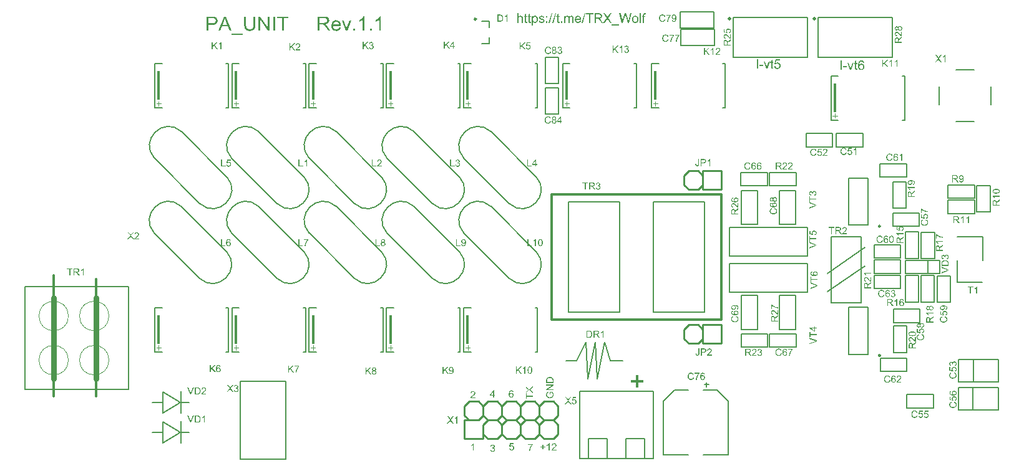
<source format=gto>
G04*
G04 #@! TF.GenerationSoftware,Altium Limited,Altium Designer,21.2.1 (34)*
G04*
G04 Layer_Color=65535*
%FSLAX44Y44*%
%MOMM*%
G71*
G04*
G04 #@! TF.SameCoordinates,E8695898-D4BD-45AE-B535-2771739DBF24*
G04*
G04*
G04 #@! TF.FilePolarity,Positive*
G04*
G01*
G75*
%ADD10C,0.1000*%
%ADD11C,0.2000*%
%ADD12C,0.2500*%
%ADD13C,0.5000*%
%ADD14C,0.2540*%
%ADD15C,0.1500*%
%ADD16C,0.3000*%
%ADD17C,0.8000*%
%ADD18R,0.3250X3.8750*%
G36*
X1149006Y547351D02*
X1149136D01*
X1149284Y547332D01*
X1149636Y547258D01*
X1150025Y547165D01*
X1150432Y547017D01*
X1150839Y546795D01*
X1151043Y546665D01*
X1151228Y546517D01*
X1151247Y546499D01*
X1151265Y546480D01*
X1151321Y546425D01*
X1151376Y546369D01*
X1151469Y546277D01*
X1151543Y546166D01*
X1151747Y545906D01*
X1151950Y545573D01*
X1152136Y545166D01*
X1152302Y544703D01*
X1152413Y544184D01*
X1150839Y544055D01*
Y544073D01*
X1150821Y544092D01*
X1150802Y544203D01*
X1150747Y544369D01*
X1150673Y544573D01*
X1150599Y544795D01*
X1150488Y545018D01*
X1150358Y545221D01*
X1150228Y545388D01*
X1150191Y545425D01*
X1150117Y545499D01*
X1149988Y545610D01*
X1149802Y545740D01*
X1149562Y545851D01*
X1149303Y545962D01*
X1148988Y546036D01*
X1148654Y546073D01*
X1148525D01*
X1148377Y546054D01*
X1148210Y546017D01*
X1147988Y545962D01*
X1147766Y545888D01*
X1147543Y545795D01*
X1147321Y545647D01*
X1147284Y545629D01*
X1147192Y545554D01*
X1147062Y545425D01*
X1146895Y545240D01*
X1146710Y545018D01*
X1146507Y544758D01*
X1146321Y544425D01*
X1146136Y544055D01*
Y544036D01*
X1146118Y543999D01*
X1146099Y543943D01*
X1146062Y543869D01*
X1146044Y543758D01*
X1146007Y543629D01*
X1145970Y543481D01*
X1145932Y543295D01*
X1145877Y543092D01*
X1145840Y542869D01*
X1145803Y542629D01*
X1145784Y542370D01*
X1145747Y542073D01*
X1145729Y541777D01*
X1145710Y541444D01*
Y541110D01*
X1145729Y541129D01*
X1145803Y541240D01*
X1145932Y541388D01*
X1146099Y541573D01*
X1146284Y541796D01*
X1146525Y541999D01*
X1146784Y542203D01*
X1147081Y542388D01*
X1147099D01*
X1147118Y542407D01*
X1147229Y542462D01*
X1147395Y542518D01*
X1147617Y542610D01*
X1147877Y542684D01*
X1148173Y542740D01*
X1148488Y542795D01*
X1148821Y542814D01*
X1148969D01*
X1149080Y542795D01*
X1149229Y542777D01*
X1149377Y542758D01*
X1149562Y542721D01*
X1149747Y542666D01*
X1150173Y542536D01*
X1150395Y542444D01*
X1150617Y542314D01*
X1150839Y542184D01*
X1151080Y542036D01*
X1151302Y541851D01*
X1151506Y541647D01*
X1151525Y541629D01*
X1151562Y541592D01*
X1151617Y541536D01*
X1151673Y541444D01*
X1151765Y541314D01*
X1151858Y541185D01*
X1151950Y541018D01*
X1152061Y540833D01*
X1152173Y540629D01*
X1152265Y540407D01*
X1152358Y540148D01*
X1152450Y539888D01*
X1152506Y539611D01*
X1152561Y539296D01*
X1152598Y538981D01*
X1152617Y538648D01*
Y538629D01*
Y538592D01*
Y538537D01*
Y538444D01*
X1152598Y538333D01*
Y538222D01*
X1152543Y537926D01*
X1152487Y537574D01*
X1152395Y537203D01*
X1152265Y536796D01*
X1152080Y536407D01*
Y536389D01*
X1152061Y536370D01*
X1152025Y536315D01*
X1151988Y536241D01*
X1151876Y536055D01*
X1151710Y535815D01*
X1151506Y535555D01*
X1151265Y535296D01*
X1150969Y535037D01*
X1150654Y534815D01*
X1150636D01*
X1150617Y534796D01*
X1150562Y534759D01*
X1150488Y534741D01*
X1150302Y534648D01*
X1150062Y534556D01*
X1149747Y534445D01*
X1149395Y534370D01*
X1149006Y534296D01*
X1148580Y534278D01*
X1148488D01*
X1148395Y534296D01*
X1148247D01*
X1148081Y534315D01*
X1147895Y534352D01*
X1147673Y534407D01*
X1147451Y534463D01*
X1147192Y534537D01*
X1146932Y534630D01*
X1146673Y534741D01*
X1146395Y534889D01*
X1146136Y535056D01*
X1145877Y535241D01*
X1145618Y535463D01*
X1145377Y535722D01*
X1145359Y535741D01*
X1145322Y535796D01*
X1145266Y535870D01*
X1145192Y536000D01*
X1145081Y536166D01*
X1144988Y536352D01*
X1144877Y536592D01*
X1144766Y536852D01*
X1144636Y537166D01*
X1144525Y537518D01*
X1144433Y537907D01*
X1144340Y538333D01*
X1144248Y538814D01*
X1144192Y539333D01*
X1144155Y539888D01*
X1144136Y540481D01*
Y540499D01*
Y540518D01*
Y540574D01*
Y540648D01*
X1144155Y540833D01*
Y541092D01*
X1144174Y541388D01*
X1144211Y541740D01*
X1144248Y542129D01*
X1144303Y542555D01*
X1144377Y542981D01*
X1144470Y543443D01*
X1144581Y543888D01*
X1144710Y544332D01*
X1144877Y544758D01*
X1145062Y545166D01*
X1145266Y545554D01*
X1145507Y545888D01*
X1145525Y545906D01*
X1145562Y545943D01*
X1145636Y546017D01*
X1145729Y546128D01*
X1145840Y546240D01*
X1145988Y546351D01*
X1146173Y546499D01*
X1146358Y546628D01*
X1146581Y546758D01*
X1146821Y546906D01*
X1147099Y547017D01*
X1147377Y547147D01*
X1147692Y547239D01*
X1148025Y547313D01*
X1148377Y547351D01*
X1148747Y547369D01*
X1148895D01*
X1149006Y547351D01*
D02*
G37*
G36*
X1128990Y538352D02*
X1124120D01*
Y539925D01*
X1128990D01*
Y538352D01*
D02*
G37*
G36*
X1134730Y534500D02*
X1133230D01*
X1129731Y543795D01*
X1131397D01*
X1133397Y538222D01*
Y538203D01*
X1133415Y538185D01*
X1133434Y538129D01*
X1133452Y538074D01*
X1133508Y537889D01*
X1133582Y537648D01*
X1133674Y537370D01*
X1133786Y537055D01*
X1133878Y536703D01*
X1133989Y536352D01*
X1134008Y536389D01*
X1134026Y536481D01*
X1134082Y536629D01*
X1134137Y536852D01*
X1134230Y537092D01*
X1134323Y537407D01*
X1134452Y537740D01*
X1134582Y538111D01*
X1136637Y543795D01*
X1138267D01*
X1134730Y534500D01*
D02*
G37*
G36*
X1121954D02*
X1120250D01*
Y547313D01*
X1121954D01*
Y534500D01*
D02*
G37*
G36*
X1141507Y543795D02*
X1143100D01*
Y542573D01*
X1141507D01*
Y537111D01*
Y537074D01*
Y537000D01*
Y536889D01*
X1141526Y536759D01*
X1141544Y536463D01*
X1141563Y536333D01*
X1141581Y536241D01*
X1141600Y536204D01*
X1141655Y536129D01*
X1141729Y536037D01*
X1141859Y535944D01*
X1141896Y535926D01*
X1141989Y535889D01*
X1142155Y535852D01*
X1142396Y535833D01*
X1142581D01*
X1142674Y535852D01*
X1142803D01*
X1142951Y535870D01*
X1143100Y535889D01*
X1143303Y534500D01*
X1143266D01*
X1143192Y534482D01*
X1143063Y534463D01*
X1142896Y534445D01*
X1142711Y534407D01*
X1142507Y534389D01*
X1142100Y534370D01*
X1141952D01*
X1141803Y534389D01*
X1141618Y534407D01*
X1141396Y534426D01*
X1141174Y534482D01*
X1140970Y534537D01*
X1140766Y534630D01*
X1140748Y534648D01*
X1140692Y534685D01*
X1140618Y534741D01*
X1140507Y534833D01*
X1140415Y534926D01*
X1140303Y535056D01*
X1140192Y535185D01*
X1140118Y535352D01*
Y535370D01*
X1140081Y535444D01*
X1140063Y535574D01*
X1140026Y535759D01*
X1139989Y536000D01*
X1139970Y536148D01*
Y536315D01*
X1139952Y536518D01*
X1139933Y536722D01*
Y536944D01*
Y537203D01*
Y542573D01*
X1138767D01*
Y543795D01*
X1139933D01*
Y546091D01*
X1141507Y547036D01*
Y543795D01*
D02*
G37*
G36*
X1015240Y539851D02*
X1010370D01*
Y541425D01*
X1015240D01*
Y539851D01*
D02*
G37*
G36*
X1020980Y536000D02*
X1019480D01*
X1015981Y545295D01*
X1017647D01*
X1019647Y539722D01*
Y539703D01*
X1019665Y539685D01*
X1019684Y539629D01*
X1019702Y539574D01*
X1019758Y539389D01*
X1019832Y539148D01*
X1019924Y538870D01*
X1020036Y538555D01*
X1020128Y538204D01*
X1020239Y537852D01*
X1020258Y537889D01*
X1020276Y537981D01*
X1020332Y538129D01*
X1020387Y538352D01*
X1020480Y538592D01*
X1020573Y538907D01*
X1020702Y539240D01*
X1020832Y539611D01*
X1022887Y545295D01*
X1024517D01*
X1020980Y536000D01*
D02*
G37*
G36*
X1038348Y547147D02*
X1033219D01*
X1032534Y543684D01*
X1032553Y543703D01*
X1032590Y543721D01*
X1032645Y543759D01*
X1032738Y543814D01*
X1032849Y543870D01*
X1032979Y543944D01*
X1033275Y544092D01*
X1033645Y544240D01*
X1034053Y544370D01*
X1034497Y544462D01*
X1034719Y544499D01*
X1035127D01*
X1035238Y544481D01*
X1035386Y544462D01*
X1035553Y544444D01*
X1035738Y544407D01*
X1035941Y544351D01*
X1036386Y544221D01*
X1036627Y544129D01*
X1036867Y543999D01*
X1037108Y543870D01*
X1037349Y543721D01*
X1037571Y543536D01*
X1037793Y543333D01*
X1037812Y543314D01*
X1037849Y543277D01*
X1037904Y543222D01*
X1037978Y543129D01*
X1038071Y542999D01*
X1038163Y542870D01*
X1038275Y542703D01*
X1038386Y542518D01*
X1038478Y542314D01*
X1038589Y542092D01*
X1038682Y541833D01*
X1038774Y541573D01*
X1038848Y541296D01*
X1038904Y540981D01*
X1038941Y540666D01*
X1038960Y540333D01*
Y540314D01*
Y540259D01*
Y540166D01*
X1038941Y540037D01*
X1038923Y539888D01*
X1038904Y539722D01*
X1038867Y539518D01*
X1038830Y539314D01*
X1038719Y538833D01*
X1038534Y538333D01*
X1038423Y538074D01*
X1038275Y537833D01*
X1038126Y537574D01*
X1037941Y537333D01*
X1037923Y537315D01*
X1037886Y537259D01*
X1037812Y537185D01*
X1037719Y537093D01*
X1037589Y536981D01*
X1037441Y536833D01*
X1037256Y536704D01*
X1037052Y536555D01*
X1036830Y536407D01*
X1036571Y536278D01*
X1036293Y536148D01*
X1035997Y536018D01*
X1035682Y535926D01*
X1035330Y535852D01*
X1034960Y535796D01*
X1034571Y535778D01*
X1034405D01*
X1034275Y535796D01*
X1034127Y535815D01*
X1033960Y535833D01*
X1033756Y535852D01*
X1033553Y535907D01*
X1033090Y536018D01*
X1032627Y536185D01*
X1032386Y536296D01*
X1032145Y536426D01*
X1031923Y536574D01*
X1031701Y536741D01*
X1031683Y536759D01*
X1031646Y536778D01*
X1031609Y536852D01*
X1031534Y536926D01*
X1031442Y537018D01*
X1031349Y537130D01*
X1031238Y537278D01*
X1031146Y537444D01*
X1031034Y537611D01*
X1030923Y537815D01*
X1030720Y538259D01*
X1030553Y538778D01*
X1030498Y539055D01*
X1030461Y539352D01*
X1032109Y539481D01*
Y539463D01*
Y539426D01*
X1032127Y539370D01*
X1032145Y539277D01*
X1032201Y539074D01*
X1032275Y538796D01*
X1032386Y538518D01*
X1032534Y538204D01*
X1032719Y537926D01*
X1032942Y537667D01*
X1032979Y537648D01*
X1033053Y537574D01*
X1033201Y537481D01*
X1033405Y537370D01*
X1033627Y537259D01*
X1033905Y537166D01*
X1034219Y537093D01*
X1034571Y537074D01*
X1034682D01*
X1034756Y537093D01*
X1034978Y537111D01*
X1035238Y537185D01*
X1035553Y537278D01*
X1035867Y537426D01*
X1036201Y537648D01*
X1036349Y537778D01*
X1036497Y537926D01*
X1036515Y537944D01*
X1036534Y537963D01*
X1036571Y538018D01*
X1036627Y538074D01*
X1036756Y538278D01*
X1036904Y538537D01*
X1037034Y538852D01*
X1037163Y539240D01*
X1037256Y539703D01*
X1037293Y539944D01*
Y540203D01*
Y540222D01*
Y540259D01*
Y540333D01*
X1037275Y540425D01*
Y540537D01*
X1037256Y540666D01*
X1037200Y540962D01*
X1037108Y541314D01*
X1036978Y541666D01*
X1036793Y541999D01*
X1036534Y542314D01*
Y542333D01*
X1036497Y542351D01*
X1036404Y542444D01*
X1036238Y542573D01*
X1036015Y542721D01*
X1035719Y542851D01*
X1035386Y542981D01*
X1034997Y543073D01*
X1034775Y543110D01*
X1034423D01*
X1034275Y543092D01*
X1034090Y543073D01*
X1033867Y543018D01*
X1033645Y542962D01*
X1033405Y542870D01*
X1033164Y542759D01*
X1033145Y542740D01*
X1033071Y542703D01*
X1032960Y542610D01*
X1032812Y542518D01*
X1032664Y542388D01*
X1032516Y542222D01*
X1032349Y542055D01*
X1032220Y541851D01*
X1030738Y542055D01*
X1031979Y548647D01*
X1038348D01*
Y547147D01*
D02*
G37*
G36*
X1008204Y536000D02*
X1006500D01*
Y548814D01*
X1008204D01*
Y536000D01*
D02*
G37*
G36*
X1027757Y545295D02*
X1029350D01*
Y544073D01*
X1027757D01*
Y538611D01*
Y538574D01*
Y538500D01*
Y538389D01*
X1027776Y538259D01*
X1027794Y537963D01*
X1027813Y537833D01*
X1027831Y537741D01*
X1027850Y537704D01*
X1027905Y537630D01*
X1027979Y537537D01*
X1028109Y537444D01*
X1028146Y537426D01*
X1028239Y537389D01*
X1028405Y537352D01*
X1028646Y537333D01*
X1028831D01*
X1028924Y537352D01*
X1029053D01*
X1029201Y537370D01*
X1029350Y537389D01*
X1029553Y536000D01*
X1029516D01*
X1029442Y535981D01*
X1029312Y535963D01*
X1029146Y535944D01*
X1028961Y535907D01*
X1028757Y535889D01*
X1028350Y535870D01*
X1028201D01*
X1028053Y535889D01*
X1027868Y535907D01*
X1027646Y535926D01*
X1027424Y535981D01*
X1027220Y536037D01*
X1027016Y536130D01*
X1026998Y536148D01*
X1026942Y536185D01*
X1026868Y536241D01*
X1026757Y536333D01*
X1026665Y536426D01*
X1026553Y536555D01*
X1026442Y536685D01*
X1026368Y536852D01*
Y536870D01*
X1026331Y536944D01*
X1026313Y537074D01*
X1026276Y537259D01*
X1026239Y537500D01*
X1026220Y537648D01*
Y537815D01*
X1026202Y538018D01*
X1026183Y538222D01*
Y538444D01*
Y538703D01*
Y544073D01*
X1025017D01*
Y545295D01*
X1026183D01*
Y547591D01*
X1027757Y548536D01*
Y545295D01*
D02*
G37*
G36*
X855362Y611517D02*
X855584Y611499D01*
X855843Y611462D01*
X856102Y611425D01*
X856399Y611369D01*
X856158Y609999D01*
X856139D01*
X856084Y610017D01*
X855991Y610036D01*
X855862Y610054D01*
X855714D01*
X855565Y610073D01*
X855232Y610091D01*
X855121D01*
X854991Y610073D01*
X854843Y610054D01*
X854677Y610017D01*
X854510Y609962D01*
X854362Y609888D01*
X854232Y609777D01*
X854214Y609758D01*
X854195Y609721D01*
X854139Y609647D01*
X854084Y609517D01*
X854028Y609369D01*
X853991Y609184D01*
X853954Y608943D01*
X853936Y608647D01*
Y607795D01*
X855732D01*
Y606573D01*
X853936D01*
Y598500D01*
X852362D01*
Y606573D01*
X850973D01*
Y607795D01*
X852362D01*
Y608777D01*
Y608795D01*
Y608814D01*
Y608925D01*
X852381Y609091D01*
Y609295D01*
X852399Y609517D01*
X852436Y609758D01*
X852473Y609980D01*
X852529Y610165D01*
X852547Y610184D01*
X852566Y610277D01*
X852621Y610388D01*
X852714Y610517D01*
X852825Y610665D01*
X852954Y610832D01*
X853121Y610999D01*
X853325Y611147D01*
X853343Y611165D01*
X853436Y611202D01*
X853566Y611277D01*
X853751Y611351D01*
X853973Y611406D01*
X854251Y611480D01*
X854565Y611517D01*
X854936Y611536D01*
X855195D01*
X855362Y611517D01*
D02*
G37*
G36*
X706081Y607980D02*
X706210Y607962D01*
X706488Y607925D01*
X706822Y607851D01*
X707173Y607740D01*
X707525Y607573D01*
X707877Y607369D01*
X707895D01*
X707914Y607332D01*
X708025Y607258D01*
X708192Y607110D01*
X708395Y606925D01*
X708618Y606684D01*
X708840Y606388D01*
X709062Y606036D01*
X709247Y605647D01*
Y605629D01*
X709266Y605592D01*
X709284Y605536D01*
X709321Y605462D01*
X709358Y605351D01*
X709395Y605221D01*
X709488Y604925D01*
X709580Y604555D01*
X709654Y604148D01*
X709710Y603685D01*
X709729Y603203D01*
Y603185D01*
Y603148D01*
Y603074D01*
Y602962D01*
X709710Y602833D01*
Y602685D01*
X709673Y602351D01*
X709599Y601944D01*
X709506Y601518D01*
X709377Y601074D01*
X709210Y600629D01*
Y600611D01*
X709192Y600574D01*
X709155Y600518D01*
X709118Y600444D01*
X708988Y600241D01*
X708821Y599981D01*
X708618Y599704D01*
X708358Y599426D01*
X708062Y599148D01*
X707710Y598889D01*
X707692D01*
X707673Y598870D01*
X707618Y598833D01*
X707544Y598796D01*
X707358Y598704D01*
X707099Y598593D01*
X706784Y598481D01*
X706451Y598389D01*
X706062Y598315D01*
X705673Y598296D01*
X705544D01*
X705396Y598315D01*
X705210Y598333D01*
X704988Y598370D01*
X704748Y598426D01*
X704507Y598500D01*
X704266Y598611D01*
X704248Y598630D01*
X704155Y598667D01*
X704044Y598741D01*
X703896Y598852D01*
X703748Y598963D01*
X703563Y599111D01*
X703396Y599278D01*
X703248Y599463D01*
Y594945D01*
X701674D01*
Y607795D01*
X703100D01*
Y606573D01*
X703118Y606610D01*
X703192Y606684D01*
X703285Y606814D01*
X703433Y606962D01*
X703600Y607147D01*
X703785Y607314D01*
X704007Y607481D01*
X704229Y607629D01*
X704266Y607647D01*
X704340Y607684D01*
X704488Y607740D01*
X704673Y607814D01*
X704896Y607888D01*
X705155Y607943D01*
X705451Y607980D01*
X705785Y607999D01*
X705988D01*
X706081Y607980D01*
D02*
G37*
G36*
X805071Y605221D02*
X809866Y598500D01*
X807774D01*
X804534Y603055D01*
X804515Y603074D01*
X804478Y603129D01*
X804441Y603203D01*
X804367Y603296D01*
X804200Y603555D01*
X804015Y603833D01*
X803997Y603814D01*
X803941Y603740D01*
X803867Y603629D01*
X803774Y603481D01*
X803571Y603185D01*
X803478Y603055D01*
X803404Y602944D01*
X800164Y598500D01*
X798127D01*
X803071Y605129D01*
X798701Y611314D01*
X800719D01*
X803052Y608018D01*
Y607999D01*
X803089Y607980D01*
X803126Y607925D01*
X803182Y607851D01*
X803293Y607666D01*
X803460Y607444D01*
X803626Y607184D01*
X803793Y606925D01*
X803941Y606684D01*
X804071Y606462D01*
X804089Y606499D01*
X804145Y606573D01*
X804237Y606721D01*
X804367Y606907D01*
X804515Y607110D01*
X804700Y607369D01*
X804885Y607629D01*
X805108Y607906D01*
X807663Y611314D01*
X809514D01*
X805071Y605221D01*
D02*
G37*
G36*
X755446Y607980D02*
X755576D01*
X755705Y607962D01*
X756020Y607906D01*
X756353Y607814D01*
X756705Y607666D01*
X757057Y607481D01*
X757353Y607221D01*
X757390Y607184D01*
X757464Y607073D01*
X757594Y606907D01*
X757650Y606777D01*
X757724Y606647D01*
X757798Y606481D01*
X757853Y606314D01*
X757927Y606129D01*
X757983Y605907D01*
X758020Y605684D01*
X758057Y605425D01*
X758094Y605166D01*
Y604870D01*
Y598500D01*
X756520D01*
Y604333D01*
Y604351D01*
Y604370D01*
Y604481D01*
Y604647D01*
X756501Y604851D01*
X756483Y605073D01*
X756464Y605296D01*
X756427Y605518D01*
X756372Y605684D01*
Y605703D01*
X756335Y605759D01*
X756298Y605833D01*
X756242Y605925D01*
X756168Y606036D01*
X756076Y606147D01*
X755965Y606259D01*
X755816Y606370D01*
X755798Y606388D01*
X755742Y606407D01*
X755668Y606444D01*
X755539Y606499D01*
X755409Y606555D01*
X755242Y606592D01*
X755076Y606610D01*
X754872Y606629D01*
X754780D01*
X754705Y606610D01*
X754520Y606592D01*
X754298Y606555D01*
X754039Y606462D01*
X753761Y606351D01*
X753483Y606184D01*
X753224Y605962D01*
X753206Y605925D01*
X753131Y605833D01*
X753020Y605684D01*
X752909Y605462D01*
X752780Y605166D01*
X752687Y604814D01*
X752613Y604388D01*
X752576Y603888D01*
Y598500D01*
X751002D01*
Y604518D01*
Y604536D01*
Y604573D01*
Y604610D01*
Y604684D01*
X750984Y604888D01*
X750947Y605110D01*
X750910Y605370D01*
X750835Y605629D01*
X750743Y605870D01*
X750613Y606092D01*
X750595Y606110D01*
X750539Y606184D01*
X750447Y606259D01*
X750317Y606370D01*
X750150Y606462D01*
X749928Y606555D01*
X749669Y606610D01*
X749354Y606629D01*
X749243D01*
X749113Y606610D01*
X748965Y606592D01*
X748780Y606536D01*
X748558Y606481D01*
X748354Y606388D01*
X748132Y606277D01*
X748113Y606259D01*
X748039Y606203D01*
X747947Y606129D01*
X747817Y606018D01*
X747688Y605870D01*
X747558Y605684D01*
X747428Y605481D01*
X747317Y605240D01*
X747299Y605203D01*
X747280Y605110D01*
X747243Y604962D01*
X747188Y604759D01*
X747132Y604481D01*
X747095Y604148D01*
X747077Y603759D01*
X747058Y603314D01*
Y598500D01*
X745484D01*
Y607795D01*
X746891D01*
Y606462D01*
X746910Y606499D01*
X746965Y606573D01*
X747077Y606703D01*
X747206Y606851D01*
X747373Y607036D01*
X747577Y607221D01*
X747799Y607407D01*
X748058Y607573D01*
X748095Y607592D01*
X748188Y607647D01*
X748336Y607703D01*
X748539Y607795D01*
X748780Y607869D01*
X749058Y607925D01*
X749373Y607980D01*
X749706Y607999D01*
X749873D01*
X750076Y607980D01*
X750298Y607943D01*
X750576Y607888D01*
X750854Y607814D01*
X751132Y607703D01*
X751391Y607555D01*
X751428Y607536D01*
X751502Y607481D01*
X751613Y607388D01*
X751761Y607240D01*
X751909Y607073D01*
X752076Y606870D01*
X752224Y606629D01*
X752335Y606351D01*
X752354Y606370D01*
X752391Y606425D01*
X752446Y606499D01*
X752539Y606610D01*
X752650Y606740D01*
X752780Y606870D01*
X752928Y607018D01*
X753113Y607184D01*
X753317Y607332D01*
X753520Y607481D01*
X753761Y607610D01*
X754020Y607740D01*
X754298Y607851D01*
X754594Y607925D01*
X754891Y607980D01*
X755224Y607999D01*
X755353D01*
X755446Y607980D01*
D02*
G37*
G36*
X722820Y605999D02*
X721024D01*
Y607795D01*
X722820D01*
Y605999D01*
D02*
G37*
G36*
X715061Y607980D02*
X715339Y607962D01*
X715635Y607925D01*
X715950Y607851D01*
X716283Y607777D01*
X716598Y607666D01*
X716617D01*
X716635Y607647D01*
X716728Y607610D01*
X716876Y607536D01*
X717061Y607444D01*
X717265Y607314D01*
X717468Y607166D01*
X717654Y606999D01*
X717820Y606814D01*
X717839Y606795D01*
X717876Y606721D01*
X717950Y606592D01*
X718043Y606444D01*
X718135Y606221D01*
X718228Y605981D01*
X718302Y605703D01*
X718376Y605388D01*
X716839Y605185D01*
Y605221D01*
X716820Y605296D01*
X716783Y605425D01*
X716728Y605592D01*
X716635Y605759D01*
X716524Y605944D01*
X716395Y606129D01*
X716209Y606296D01*
X716191Y606314D01*
X716117Y606351D01*
X716006Y606425D01*
X715839Y606499D01*
X715654Y606573D01*
X715413Y606647D01*
X715117Y606684D01*
X714802Y606703D01*
X714617D01*
X714432Y606684D01*
X714191Y606666D01*
X713950Y606610D01*
X713691Y606555D01*
X713450Y606462D01*
X713247Y606333D01*
X713228Y606314D01*
X713173Y606277D01*
X713099Y606203D01*
X713025Y606092D01*
X712932Y605981D01*
X712858Y605833D01*
X712802Y605666D01*
X712784Y605499D01*
Y605481D01*
Y605444D01*
X712802Y605388D01*
Y605314D01*
X712858Y605129D01*
X712969Y604944D01*
X712988Y604925D01*
X713006Y604907D01*
X713043Y604851D01*
X713117Y604796D01*
X713191Y604740D01*
X713302Y604666D01*
X713432Y604610D01*
X713580Y604536D01*
X713598D01*
X713636Y604518D01*
X713710Y604499D01*
X713839Y604444D01*
X714024Y604388D01*
X714265Y604333D01*
X714413Y604277D01*
X714580Y604240D01*
X714765Y604185D01*
X714969Y604129D01*
X714987D01*
X715043Y604110D01*
X715135Y604092D01*
X715247Y604055D01*
X715376Y604018D01*
X715543Y603981D01*
X715895Y603870D01*
X716283Y603759D01*
X716672Y603629D01*
X717024Y603499D01*
X717172Y603444D01*
X717302Y603388D01*
X717339Y603370D01*
X717413Y603333D01*
X717524Y603277D01*
X717691Y603185D01*
X717857Y603074D01*
X718024Y602925D01*
X718191Y602759D01*
X718339Y602574D01*
X718357Y602555D01*
X718394Y602481D01*
X718468Y602370D01*
X718542Y602203D01*
X718598Y602000D01*
X718672Y601777D01*
X718709Y601518D01*
X718728Y601222D01*
Y601185D01*
Y601092D01*
X718709Y600944D01*
X718672Y600741D01*
X718616Y600518D01*
X718524Y600278D01*
X718413Y600000D01*
X718265Y599741D01*
X718246Y599704D01*
X718172Y599630D01*
X718080Y599500D01*
X717931Y599352D01*
X717728Y599185D01*
X717505Y599000D01*
X717246Y598833D01*
X716932Y598667D01*
X716913D01*
X716895Y598648D01*
X716783Y598611D01*
X716598Y598555D01*
X716357Y598481D01*
X716061Y598407D01*
X715728Y598352D01*
X715376Y598315D01*
X714969Y598296D01*
X714802D01*
X714672Y598315D01*
X714524D01*
X714339Y598333D01*
X714154Y598352D01*
X713950Y598389D01*
X713506Y598481D01*
X713043Y598611D01*
X712599Y598796D01*
X712395Y598907D01*
X712210Y599037D01*
X712191Y599055D01*
X712173Y599074D01*
X712062Y599185D01*
X711895Y599352D01*
X711710Y599611D01*
X711506Y599926D01*
X711302Y600296D01*
X711136Y600759D01*
X711006Y601278D01*
X712562Y601518D01*
Y601500D01*
Y601481D01*
X712599Y601370D01*
X712636Y601185D01*
X712710Y600981D01*
X712802Y600759D01*
X712913Y600518D01*
X713080Y600278D01*
X713284Y600074D01*
X713321Y600055D01*
X713395Y600000D01*
X713543Y599926D01*
X713728Y599833D01*
X713969Y599741D01*
X714247Y599666D01*
X714580Y599611D01*
X714969Y599593D01*
X715154D01*
X715339Y599611D01*
X715580Y599648D01*
X715839Y599704D01*
X716117Y599778D01*
X716357Y599870D01*
X716580Y600018D01*
X716598Y600037D01*
X716672Y600092D01*
X716746Y600185D01*
X716858Y600315D01*
X716950Y600463D01*
X717043Y600648D01*
X717098Y600833D01*
X717117Y601055D01*
Y601074D01*
Y601148D01*
X717098Y601241D01*
X717061Y601370D01*
X717006Y601500D01*
X716913Y601629D01*
X716802Y601777D01*
X716635Y601889D01*
X716617Y601907D01*
X716561Y601926D01*
X716469Y601981D01*
X716320Y602037D01*
X716098Y602111D01*
X715969Y602166D01*
X715820Y602203D01*
X715654Y602259D01*
X715469Y602314D01*
X715265Y602370D01*
X715024Y602425D01*
X715006D01*
X714950Y602444D01*
X714858Y602463D01*
X714747Y602500D01*
X714598Y602537D01*
X714432Y602592D01*
X714080Y602685D01*
X713673Y602814D01*
X713284Y602925D01*
X712913Y603055D01*
X712747Y603129D01*
X712617Y603185D01*
X712580Y603203D01*
X712506Y603240D01*
X712395Y603314D01*
X712247Y603407D01*
X712080Y603536D01*
X711914Y603685D01*
X711747Y603851D01*
X711599Y604055D01*
X711580Y604073D01*
X711543Y604148D01*
X711488Y604277D01*
X711432Y604425D01*
X711377Y604610D01*
X711321Y604833D01*
X711284Y605055D01*
X711265Y605314D01*
Y605351D01*
Y605425D01*
X711284Y605536D01*
X711302Y605703D01*
X711339Y605870D01*
X711377Y606073D01*
X711451Y606259D01*
X711543Y606462D01*
X711562Y606481D01*
X711599Y606555D01*
X711654Y606647D01*
X711747Y606777D01*
X711858Y606907D01*
X711988Y607073D01*
X712136Y607221D01*
X712321Y607351D01*
X712339Y607369D01*
X712395Y607388D01*
X712469Y607444D01*
X712580Y607499D01*
X712728Y607573D01*
X712895Y607647D01*
X713099Y607721D01*
X713321Y607795D01*
X713358Y607814D01*
X713432Y607832D01*
X713561Y607869D01*
X713728Y607906D01*
X713932Y607943D01*
X714154Y607962D01*
X714413Y607999D01*
X714858D01*
X715061Y607980D01*
D02*
G37*
G36*
X833142Y598500D02*
X831475D01*
X828790Y608258D01*
Y608277D01*
X828772Y608314D01*
X828753Y608369D01*
X828735Y608462D01*
X828679Y608666D01*
X828624Y608906D01*
X828550Y609166D01*
X828475Y609406D01*
X828420Y609610D01*
X828401Y609702D01*
X828383Y609758D01*
Y609740D01*
X828364Y609721D01*
X828346Y609610D01*
X828309Y609443D01*
X828253Y609240D01*
X828198Y609017D01*
X828124Y608758D01*
X828068Y608499D01*
X827994Y608258D01*
X825291Y598500D01*
X823513D01*
X820162Y611314D01*
X821921D01*
X823828Y602907D01*
Y602888D01*
X823846Y602851D01*
X823865Y602777D01*
X823883Y602685D01*
X823902Y602555D01*
X823939Y602425D01*
X823976Y602259D01*
X824013Y602074D01*
X824106Y601685D01*
X824198Y601241D01*
X824291Y600759D01*
X824383Y600278D01*
Y600296D01*
X824402Y600370D01*
X824439Y600463D01*
X824457Y600611D01*
X824494Y600759D01*
X824550Y600944D01*
X824643Y601352D01*
X824754Y601759D01*
X824791Y601963D01*
X824846Y602148D01*
X824883Y602314D01*
X824920Y602463D01*
X824957Y602574D01*
X824976Y602648D01*
X827402Y611314D01*
X829457D01*
X831272Y604814D01*
Y604796D01*
X831309Y604703D01*
X831346Y604573D01*
X831383Y604407D01*
X831438Y604185D01*
X831512Y603944D01*
X831586Y603666D01*
X831660Y603351D01*
X831753Y602999D01*
X831827Y602648D01*
X831994Y601889D01*
X832160Y601092D01*
X832290Y600278D01*
Y600296D01*
X832309Y600333D01*
Y600407D01*
X832346Y600500D01*
X832364Y600611D01*
X832401Y600741D01*
X832420Y600907D01*
X832475Y601092D01*
X832568Y601500D01*
X832679Y601981D01*
X832790Y602500D01*
X832938Y603074D01*
X834938Y611314D01*
X836660D01*
X833142Y598500D01*
D02*
G37*
G36*
X849547D02*
X847973D01*
Y611314D01*
X849547D01*
Y598500D01*
D02*
G37*
G36*
X792627Y611295D02*
X792794D01*
X793183Y611277D01*
X793590Y611221D01*
X794035Y611165D01*
X794442Y611073D01*
X794646Y611017D01*
X794812Y610962D01*
X794831D01*
X794849Y610943D01*
X794960Y610888D01*
X795127Y610813D01*
X795331Y610684D01*
X795553Y610517D01*
X795794Y610295D01*
X796016Y610036D01*
X796238Y609740D01*
Y609721D01*
X796257Y609702D01*
X796331Y609591D01*
X796405Y609406D01*
X796516Y609166D01*
X796609Y608888D01*
X796701Y608554D01*
X796757Y608203D01*
X796775Y607814D01*
Y607795D01*
Y607758D01*
Y607684D01*
X796757Y607592D01*
Y607462D01*
X796738Y607332D01*
X796664Y607018D01*
X796553Y606647D01*
X796405Y606259D01*
X796183Y605870D01*
X796034Y605684D01*
X795886Y605499D01*
X795868Y605481D01*
X795849Y605462D01*
X795794Y605407D01*
X795720Y605351D01*
X795627Y605277D01*
X795516Y605203D01*
X795368Y605110D01*
X795220Y604999D01*
X795035Y604907D01*
X794831Y604814D01*
X794609Y604703D01*
X794368Y604610D01*
X794090Y604536D01*
X793812Y604444D01*
X793498Y604388D01*
X793164Y604333D01*
X793201Y604314D01*
X793276Y604277D01*
X793387Y604203D01*
X793535Y604129D01*
X793868Y603925D01*
X794035Y603796D01*
X794183Y603685D01*
X794220Y603648D01*
X794312Y603555D01*
X794461Y603407D01*
X794646Y603222D01*
X794849Y602962D01*
X795090Y602685D01*
X795331Y602351D01*
X795590Y601981D01*
X797794Y598500D01*
X795683D01*
X793998Y601166D01*
Y601185D01*
X793961Y601222D01*
X793924Y601278D01*
X793868Y601352D01*
X793738Y601555D01*
X793572Y601814D01*
X793368Y602092D01*
X793164Y602388D01*
X792961Y602666D01*
X792775Y602925D01*
X792757Y602944D01*
X792701Y603018D01*
X792609Y603129D01*
X792479Y603259D01*
X792202Y603536D01*
X792053Y603666D01*
X791905Y603777D01*
X791887Y603796D01*
X791850Y603814D01*
X791776Y603851D01*
X791665Y603907D01*
X791553Y603962D01*
X791424Y604018D01*
X791128Y604110D01*
X791109D01*
X791072Y604129D01*
X790998D01*
X790905Y604148D01*
X790776Y604166D01*
X790628D01*
X790424Y604185D01*
X788239D01*
Y598500D01*
X786535D01*
Y611314D01*
X792479D01*
X792627Y611295D01*
D02*
G37*
G36*
X784758Y609795D02*
X780536D01*
Y598500D01*
X778832D01*
Y609795D01*
X774611D01*
Y611314D01*
X784758D01*
Y609795D01*
D02*
G37*
G36*
X742762Y598500D02*
X740966D01*
Y600296D01*
X742762D01*
Y598500D01*
D02*
G37*
G36*
X722820D02*
X721024D01*
Y600296D01*
X722820D01*
Y598500D01*
D02*
G37*
G36*
X683324Y606721D02*
X683342Y606740D01*
X683380Y606777D01*
X683435Y606833D01*
X683528Y606925D01*
X683620Y607018D01*
X683750Y607129D01*
X683916Y607240D01*
X684083Y607369D01*
X684268Y607481D01*
X684472Y607592D01*
X684953Y607795D01*
X685213Y607888D01*
X685490Y607943D01*
X685787Y607980D01*
X686083Y607999D01*
X686249D01*
X686453Y607980D01*
X686694Y607943D01*
X686972Y607906D01*
X687268Y607832D01*
X687564Y607721D01*
X687860Y607592D01*
X687897Y607573D01*
X687990Y607518D01*
X688120Y607425D01*
X688286Y607295D01*
X688453Y607129D01*
X688638Y606944D01*
X688805Y606721D01*
X688953Y606462D01*
X688971Y606425D01*
X689008Y606333D01*
X689064Y606166D01*
X689120Y605925D01*
X689175Y605629D01*
X689231Y605277D01*
X689268Y604851D01*
X689286Y604370D01*
Y598500D01*
X687712D01*
Y604388D01*
Y604407D01*
Y604444D01*
Y604499D01*
Y604573D01*
X687694Y604777D01*
X687657Y605036D01*
X687583Y605314D01*
X687490Y605592D01*
X687361Y605870D01*
X687194Y606092D01*
X687175Y606110D01*
X687101Y606184D01*
X686990Y606277D01*
X686824Y606370D01*
X686620Y606481D01*
X686379Y606555D01*
X686083Y606629D01*
X685750Y606647D01*
X685639D01*
X685509Y606629D01*
X685324Y606610D01*
X685138Y606555D01*
X684916Y606499D01*
X684694Y606407D01*
X684453Y606277D01*
X684435Y606259D01*
X684361Y606203D01*
X684250Y606129D01*
X684120Y606018D01*
X683972Y605870D01*
X683824Y605703D01*
X683694Y605499D01*
X683583Y605277D01*
X683565Y605240D01*
X683546Y605166D01*
X683509Y605018D01*
X683454Y604833D01*
X683398Y604592D01*
X683361Y604296D01*
X683342Y603962D01*
X683324Y603573D01*
Y598500D01*
X681750D01*
Y611314D01*
X683324D01*
Y606721D01*
D02*
G37*
G36*
X737374Y607795D02*
X738966D01*
Y606573D01*
X737374D01*
Y601111D01*
Y601074D01*
Y601000D01*
Y600889D01*
X737392Y600759D01*
X737411Y600463D01*
X737429Y600333D01*
X737448Y600241D01*
X737466Y600204D01*
X737522Y600130D01*
X737596Y600037D01*
X737726Y599944D01*
X737763Y599926D01*
X737855Y599889D01*
X738022Y599852D01*
X738263Y599833D01*
X738448D01*
X738540Y599852D01*
X738670D01*
X738818Y599870D01*
X738966Y599889D01*
X739170Y598500D01*
X739133D01*
X739059Y598481D01*
X738929Y598463D01*
X738763Y598444D01*
X738577Y598407D01*
X738374Y598389D01*
X737966Y598370D01*
X737818D01*
X737670Y598389D01*
X737485Y598407D01*
X737263Y598426D01*
X737041Y598481D01*
X736837Y598537D01*
X736633Y598630D01*
X736615Y598648D01*
X736559Y598685D01*
X736485Y598741D01*
X736374Y598833D01*
X736281Y598926D01*
X736170Y599055D01*
X736059Y599185D01*
X735985Y599352D01*
Y599370D01*
X735948Y599444D01*
X735930Y599574D01*
X735892Y599759D01*
X735855Y600000D01*
X735837Y600148D01*
Y600315D01*
X735818Y600518D01*
X735800Y600722D01*
Y600944D01*
Y601203D01*
Y606573D01*
X734633D01*
Y607795D01*
X735800D01*
Y610091D01*
X737374Y611036D01*
Y607795D01*
D02*
G37*
G36*
X698526D02*
X700118D01*
Y606573D01*
X698526D01*
Y601111D01*
Y601074D01*
Y601000D01*
Y600889D01*
X698545Y600759D01*
X698563Y600463D01*
X698582Y600333D01*
X698600Y600241D01*
X698619Y600204D01*
X698674Y600130D01*
X698748Y600037D01*
X698878Y599944D01*
X698915Y599926D01*
X699007Y599889D01*
X699174Y599852D01*
X699415Y599833D01*
X699600D01*
X699693Y599852D01*
X699822D01*
X699970Y599870D01*
X700118Y599889D01*
X700322Y598500D01*
X700285D01*
X700211Y598481D01*
X700081Y598463D01*
X699915Y598444D01*
X699730Y598407D01*
X699526Y598389D01*
X699119Y598370D01*
X698970D01*
X698822Y598389D01*
X698637Y598407D01*
X698415Y598426D01*
X698193Y598481D01*
X697989Y598537D01*
X697785Y598630D01*
X697767Y598648D01*
X697711Y598685D01*
X697637Y598741D01*
X697526Y598833D01*
X697434Y598926D01*
X697322Y599055D01*
X697211Y599185D01*
X697137Y599352D01*
Y599370D01*
X697100Y599444D01*
X697082Y599574D01*
X697045Y599759D01*
X697008Y600000D01*
X696989Y600148D01*
Y600315D01*
X696971Y600518D01*
X696952Y600722D01*
Y600944D01*
Y601203D01*
Y606573D01*
X695786D01*
Y607795D01*
X696952D01*
Y610091D01*
X698526Y611036D01*
Y607795D01*
D02*
G37*
G36*
X693545D02*
X695137D01*
Y606573D01*
X693545D01*
Y601111D01*
Y601074D01*
Y601000D01*
Y600889D01*
X693564Y600759D01*
X693582Y600463D01*
X693601Y600333D01*
X693619Y600241D01*
X693638Y600204D01*
X693693Y600130D01*
X693767Y600037D01*
X693897Y599944D01*
X693934Y599926D01*
X694026Y599889D01*
X694193Y599852D01*
X694434Y599833D01*
X694619D01*
X694712Y599852D01*
X694841D01*
X694989Y599870D01*
X695137Y599889D01*
X695341Y598500D01*
X695304D01*
X695230Y598481D01*
X695100Y598463D01*
X694934Y598444D01*
X694749Y598407D01*
X694545Y598389D01*
X694138Y598370D01*
X693989D01*
X693841Y598389D01*
X693656Y598407D01*
X693434Y598426D01*
X693212Y598481D01*
X693008Y598537D01*
X692804Y598630D01*
X692786Y598648D01*
X692730Y598685D01*
X692656Y598741D01*
X692545Y598833D01*
X692453Y598926D01*
X692342Y599055D01*
X692230Y599185D01*
X692156Y599352D01*
Y599370D01*
X692119Y599444D01*
X692101Y599574D01*
X692064Y599759D01*
X692027Y600000D01*
X692008Y600148D01*
Y600315D01*
X691990Y600518D01*
X691971Y600722D01*
Y600944D01*
Y601203D01*
Y606573D01*
X690805D01*
Y607795D01*
X691971D01*
Y610091D01*
X693545Y611036D01*
Y607795D01*
D02*
G37*
G36*
X842122Y607980D02*
X842289Y607962D01*
X842474Y607925D01*
X842678Y607888D01*
X842918Y607851D01*
X843418Y607684D01*
X843678Y607592D01*
X843937Y607462D01*
X844196Y607332D01*
X844455Y607147D01*
X844696Y606962D01*
X844937Y606740D01*
X844955Y606721D01*
X844992Y606684D01*
X845048Y606610D01*
X845122Y606518D01*
X845214Y606388D01*
X845326Y606221D01*
X845437Y606036D01*
X845548Y605833D01*
X845659Y605610D01*
X845770Y605333D01*
X845881Y605055D01*
X845974Y604740D01*
X846048Y604407D01*
X846103Y604055D01*
X846140Y603685D01*
X846159Y603277D01*
Y603259D01*
Y603203D01*
Y603111D01*
Y602981D01*
X846140Y602833D01*
X846122Y602648D01*
Y602463D01*
X846085Y602259D01*
X846029Y601796D01*
X845918Y601333D01*
X845789Y600870D01*
X845603Y600444D01*
Y600426D01*
X845585Y600407D01*
X845548Y600352D01*
X845511Y600278D01*
X845381Y600092D01*
X845214Y599870D01*
X844992Y599611D01*
X844715Y599352D01*
X844400Y599092D01*
X844029Y598852D01*
X844011D01*
X843992Y598833D01*
X843937Y598796D01*
X843844Y598759D01*
X843752Y598722D01*
X843641Y598685D01*
X843363Y598574D01*
X843048Y598481D01*
X842659Y598389D01*
X842252Y598315D01*
X841807Y598296D01*
X841622D01*
X841474Y598315D01*
X841308Y598333D01*
X841122Y598370D01*
X840900Y598407D01*
X840678Y598444D01*
X840178Y598593D01*
X839900Y598704D01*
X839641Y598815D01*
X839382Y598963D01*
X839123Y599130D01*
X838882Y599315D01*
X838641Y599537D01*
X838623Y599555D01*
X838586Y599593D01*
X838530Y599666D01*
X838456Y599778D01*
X838363Y599907D01*
X838271Y600055D01*
X838160Y600241D01*
X838049Y600463D01*
X837937Y600704D01*
X837826Y600981D01*
X837734Y601278D01*
X837641Y601592D01*
X837567Y601944D01*
X837512Y602314D01*
X837475Y602722D01*
X837456Y603148D01*
Y603185D01*
Y603259D01*
X837475Y603388D01*
Y603573D01*
X837493Y603777D01*
X837530Y604036D01*
X837567Y604296D01*
X837641Y604592D01*
X837715Y604888D01*
X837808Y605203D01*
X837919Y605536D01*
X838067Y605851D01*
X838215Y606147D01*
X838419Y606444D01*
X838623Y606721D01*
X838882Y606962D01*
X838900Y606981D01*
X838937Y606999D01*
X839012Y607055D01*
X839104Y607129D01*
X839215Y607203D01*
X839363Y607295D01*
X839511Y607388D01*
X839697Y607481D01*
X839900Y607573D01*
X840123Y607666D01*
X840622Y607832D01*
X841196Y607962D01*
X841493Y607980D01*
X841807Y607999D01*
X841993D01*
X842122Y607980D01*
D02*
G37*
G36*
X764538D02*
X764686Y607962D01*
X764871Y607925D01*
X765075Y607888D01*
X765315Y607832D01*
X765538Y607777D01*
X765797Y607684D01*
X766038Y607592D01*
X766297Y607462D01*
X766556Y607314D01*
X766815Y607147D01*
X767056Y606944D01*
X767278Y606721D01*
X767297Y606703D01*
X767334Y606666D01*
X767389Y606592D01*
X767463Y606481D01*
X767556Y606351D01*
X767648Y606203D01*
X767760Y606018D01*
X767871Y605796D01*
X767982Y605555D01*
X768093Y605296D01*
X768186Y604999D01*
X768278Y604684D01*
X768352Y604333D01*
X768408Y603962D01*
X768445Y603573D01*
X768463Y603148D01*
Y603129D01*
Y603055D01*
Y602925D01*
X768445Y602740D01*
X761501D01*
Y602722D01*
Y602666D01*
X761519Y602592D01*
Y602481D01*
X761538Y602351D01*
X761575Y602203D01*
X761631Y601870D01*
X761742Y601500D01*
X761890Y601092D01*
X762094Y600722D01*
X762353Y600389D01*
X762371D01*
X762390Y600352D01*
X762501Y600259D01*
X762667Y600130D01*
X762890Y600000D01*
X763186Y599852D01*
X763519Y599722D01*
X763890Y599630D01*
X764093Y599611D01*
X764315Y599593D01*
X764464D01*
X764630Y599611D01*
X764834Y599648D01*
X765056Y599704D01*
X765315Y599778D01*
X765556Y599889D01*
X765797Y600037D01*
X765815Y600055D01*
X765908Y600130D01*
X766019Y600241D01*
X766149Y600389D01*
X766297Y600592D01*
X766463Y600852D01*
X766630Y601148D01*
X766778Y601500D01*
X768408Y601296D01*
Y601278D01*
X768389Y601241D01*
X768371Y601166D01*
X768334Y601055D01*
X768278Y600944D01*
X768223Y600796D01*
X768074Y600481D01*
X767889Y600130D01*
X767630Y599759D01*
X767334Y599407D01*
X766963Y599074D01*
X766945D01*
X766908Y599037D01*
X766852Y599000D01*
X766778Y598944D01*
X766667Y598889D01*
X766556Y598833D01*
X766408Y598759D01*
X766241Y598685D01*
X766056Y598611D01*
X765871Y598537D01*
X765408Y598426D01*
X764890Y598333D01*
X764315Y598296D01*
X764112D01*
X763982Y598315D01*
X763816Y598333D01*
X763612Y598370D01*
X763390Y598407D01*
X763149Y598444D01*
X762630Y598593D01*
X762353Y598704D01*
X762094Y598815D01*
X761816Y598963D01*
X761556Y599130D01*
X761316Y599315D01*
X761075Y599537D01*
X761057Y599555D01*
X761020Y599593D01*
X760964Y599666D01*
X760890Y599778D01*
X760797Y599907D01*
X760705Y600055D01*
X760594Y600241D01*
X760483Y600444D01*
X760371Y600685D01*
X760260Y600944D01*
X760168Y601241D01*
X760075Y601555D01*
X760001Y601889D01*
X759946Y602259D01*
X759909Y602648D01*
X759890Y603055D01*
Y603074D01*
Y603166D01*
Y603277D01*
X759909Y603444D01*
X759927Y603648D01*
X759946Y603870D01*
X759983Y604129D01*
X760038Y604388D01*
X760186Y604981D01*
X760279Y605277D01*
X760390Y605592D01*
X760538Y605888D01*
X760705Y606166D01*
X760890Y606444D01*
X761094Y606703D01*
X761112Y606721D01*
X761149Y606758D01*
X761223Y606814D01*
X761316Y606907D01*
X761427Y606999D01*
X761575Y607110D01*
X761742Y607240D01*
X761945Y607351D01*
X762149Y607481D01*
X762390Y607592D01*
X762649Y607703D01*
X762927Y607795D01*
X763223Y607888D01*
X763538Y607943D01*
X763871Y607980D01*
X764223Y607999D01*
X764408D01*
X764538Y607980D01*
D02*
G37*
G36*
X770463Y598278D02*
X769204D01*
X772926Y611536D01*
X774185D01*
X770463Y598278D01*
D02*
G37*
G36*
X730634D02*
X729375D01*
X733096Y611536D01*
X734356D01*
X730634Y598278D01*
D02*
G37*
G36*
X725653D02*
X724394D01*
X728116Y611536D01*
X729375D01*
X725653Y598278D01*
D02*
G37*
G36*
X820143Y594945D02*
X809718D01*
Y596074D01*
X820143D01*
Y594945D01*
D02*
G37*
G36*
X345730Y587750D02*
X343093D01*
X333043Y602825D01*
Y587750D01*
X330600D01*
Y606961D01*
X333209Y606962D01*
X343287Y591859D01*
Y606962D01*
X345730D01*
Y587750D01*
D02*
G37*
G36*
X451254D02*
X449005D01*
X443758Y601687D01*
X446257D01*
X449255Y593330D01*
Y593302D01*
X449283Y593275D01*
X449311Y593191D01*
X449338Y593108D01*
X449422Y592831D01*
X449533Y592470D01*
X449672Y592053D01*
X449838Y591581D01*
X449977Y591054D01*
X450144Y590526D01*
X450171Y590582D01*
X450199Y590721D01*
X450282Y590943D01*
X450366Y591276D01*
X450504Y591637D01*
X450643Y592109D01*
X450838Y592608D01*
X451032Y593164D01*
X454114Y601687D01*
X456557D01*
X451254Y587750D01*
D02*
G37*
G36*
X326380Y595857D02*
Y595829D01*
Y595718D01*
Y595579D01*
Y595385D01*
X326352Y595135D01*
Y594857D01*
X326324Y594524D01*
X326296Y594191D01*
X326213Y593441D01*
X326102Y592664D01*
X325936Y591914D01*
X325825Y591553D01*
X325713Y591220D01*
Y591193D01*
X325686Y591137D01*
X325630Y591054D01*
X325575Y590943D01*
X325408Y590637D01*
X325158Y590249D01*
X324825Y589804D01*
X324436Y589360D01*
X323937Y588888D01*
X323326Y588472D01*
X323298D01*
X323243Y588416D01*
X323159Y588388D01*
X323021Y588305D01*
X322854Y588222D01*
X322632Y588139D01*
X322410Y588055D01*
X322132Y587944D01*
X321827Y587833D01*
X321494Y587750D01*
X321133Y587667D01*
X320716Y587583D01*
X320300Y587528D01*
X319856Y587472D01*
X318856Y587417D01*
X318606D01*
X318412Y587445D01*
X318190D01*
X317912Y587472D01*
X317607Y587500D01*
X317302Y587528D01*
X316607Y587639D01*
X315858Y587805D01*
X315136Y588028D01*
X314442Y588333D01*
X314414D01*
X314359Y588388D01*
X314275Y588444D01*
X314164Y588500D01*
X313859Y588722D01*
X313498Y589027D01*
X313082Y589416D01*
X312693Y589860D01*
X312304Y590415D01*
X311999Y591026D01*
Y591054D01*
X311971Y591109D01*
X311943Y591220D01*
X311888Y591359D01*
X311832Y591526D01*
X311777Y591748D01*
X311693Y591998D01*
X311638Y592303D01*
X311583Y592636D01*
X311499Y592997D01*
X311444Y593386D01*
X311388Y593802D01*
X311333Y594274D01*
X311305Y594774D01*
X311277Y595301D01*
Y595857D01*
Y606961D01*
X313831D01*
Y595857D01*
Y595829D01*
Y595746D01*
Y595607D01*
Y595440D01*
X313859Y595246D01*
Y594996D01*
X313887Y594468D01*
X313942Y593858D01*
X314025Y593247D01*
X314137Y592664D01*
X314192Y592414D01*
X314275Y592164D01*
X314303Y592109D01*
X314359Y591970D01*
X314498Y591776D01*
X314664Y591498D01*
X314858Y591220D01*
X315136Y590915D01*
X315469Y590610D01*
X315858Y590360D01*
X315913Y590332D01*
X316052Y590249D01*
X316302Y590165D01*
X316635Y590054D01*
X317024Y589916D01*
X317524Y589832D01*
X318051Y589749D01*
X318634Y589721D01*
X318912D01*
X319078Y589749D01*
X319328D01*
X319578Y589777D01*
X320189Y589888D01*
X320855Y590027D01*
X321494Y590249D01*
X322104Y590554D01*
X322382Y590748D01*
X322632Y590970D01*
X322660Y590998D01*
X322687Y591026D01*
X322743Y591109D01*
X322826Y591220D01*
X322909Y591387D01*
X323021Y591553D01*
X323131Y591803D01*
X323243Y592053D01*
X323354Y592359D01*
X323437Y592719D01*
X323548Y593136D01*
X323631Y593580D01*
X323714Y594080D01*
X323770Y594607D01*
X323826Y595218D01*
Y595857D01*
Y606961D01*
X326380D01*
Y595857D01*
D02*
G37*
G36*
X496756Y587750D02*
X494397D01*
Y602769D01*
X494369Y602742D01*
X494230Y602631D01*
X494063Y602464D01*
X493786Y602270D01*
X493480Y602020D01*
X493092Y601742D01*
X492648Y601437D01*
X492148Y601131D01*
X492120D01*
X492092Y601104D01*
X491926Y600993D01*
X491648Y600854D01*
X491315Y600687D01*
X490926Y600493D01*
X490510Y600299D01*
X490093Y600104D01*
X489677Y599938D01*
Y602214D01*
X489705D01*
X489760Y602270D01*
X489871Y602297D01*
X490010Y602381D01*
X490177Y602464D01*
X490371Y602575D01*
X490843Y602853D01*
X491398Y603158D01*
X491954Y603547D01*
X492537Y603991D01*
X493120Y604463D01*
X493147Y604491D01*
X493175Y604518D01*
X493258Y604602D01*
X493369Y604685D01*
X493619Y604963D01*
X493952Y605296D01*
X494286Y605684D01*
X494646Y606129D01*
X494952Y606573D01*
X495229Y607045D01*
X496756D01*
Y587750D01*
D02*
G37*
G36*
X484430D02*
X481737D01*
Y590443D01*
X484430D01*
Y587750D01*
D02*
G37*
G36*
X474352Y587750D02*
X471992D01*
Y602769D01*
X471965Y602742D01*
X471826Y602631D01*
X471659Y602464D01*
X471382Y602270D01*
X471076Y602020D01*
X470688Y601742D01*
X470243Y601437D01*
X469744Y601131D01*
X469716D01*
X469688Y601104D01*
X469522Y600993D01*
X469244Y600854D01*
X468911Y600687D01*
X468522Y600493D01*
X468106Y600299D01*
X467689Y600104D01*
X467273Y599938D01*
Y602214D01*
X467301D01*
X467356Y602270D01*
X467467Y602297D01*
X467606Y602381D01*
X467773Y602464D01*
X467967Y602575D01*
X468439Y602853D01*
X468994Y603158D01*
X469549Y603547D01*
X470132Y603991D01*
X470715Y604463D01*
X470743Y604491D01*
X470771Y604518D01*
X470854Y604602D01*
X470965Y604685D01*
X471215Y604963D01*
X471548Y605296D01*
X471881Y605684D01*
X472242Y606129D01*
X472548Y606573D01*
X472825Y607045D01*
X474352D01*
Y587750D01*
D02*
G37*
G36*
X462026D02*
X459333D01*
Y590443D01*
X462026D01*
Y587750D01*
D02*
G37*
G36*
X420382Y606934D02*
X420632D01*
X421215Y606906D01*
X421826Y606823D01*
X422492Y606739D01*
X423103Y606601D01*
X423409Y606517D01*
X423658Y606434D01*
X423686D01*
X423714Y606406D01*
X423881Y606323D01*
X424130Y606212D01*
X424436Y606018D01*
X424769Y605768D01*
X425130Y605435D01*
X425463Y605046D01*
X425796Y604602D01*
Y604574D01*
X425824Y604546D01*
X425935Y604380D01*
X426046Y604102D01*
X426213Y603741D01*
X426351Y603325D01*
X426490Y602825D01*
X426573Y602297D01*
X426601Y601714D01*
Y601687D01*
Y601631D01*
Y601520D01*
X426573Y601381D01*
Y601187D01*
X426546Y600993D01*
X426435Y600521D01*
X426268Y599965D01*
X426046Y599382D01*
X425713Y598799D01*
X425491Y598522D01*
X425269Y598244D01*
X425241Y598216D01*
X425213Y598189D01*
X425130Y598105D01*
X425019Y598022D01*
X424880Y597911D01*
X424713Y597800D01*
X424491Y597661D01*
X424269Y597495D01*
X423992Y597356D01*
X423686Y597217D01*
X423353Y597050D01*
X422992Y596912D01*
X422576Y596800D01*
X422159Y596662D01*
X421687Y596578D01*
X421188Y596495D01*
X421243Y596467D01*
X421354Y596412D01*
X421521Y596301D01*
X421743Y596190D01*
X422243Y595884D01*
X422492Y595690D01*
X422715Y595523D01*
X422770Y595468D01*
X422909Y595329D01*
X423131Y595107D01*
X423409Y594829D01*
X423714Y594441D01*
X424075Y594024D01*
X424436Y593525D01*
X424824Y592969D01*
X428128Y587750D01*
X424963D01*
X422437Y591748D01*
Y591776D01*
X422381Y591831D01*
X422326Y591914D01*
X422243Y592025D01*
X422048Y592331D01*
X421798Y592719D01*
X421493Y593136D01*
X421188Y593580D01*
X420882Y593997D01*
X420605Y594385D01*
X420577Y594413D01*
X420494Y594524D01*
X420355Y594691D01*
X420160Y594885D01*
X419744Y595301D01*
X419522Y595496D01*
X419300Y595662D01*
X419272Y595690D01*
X419216Y595718D01*
X419105Y595773D01*
X418939Y595857D01*
X418772Y595940D01*
X418578Y596023D01*
X418134Y596162D01*
X418106D01*
X418050Y596190D01*
X417939D01*
X417801Y596217D01*
X417606Y596245D01*
X417384D01*
X417079Y596273D01*
X413803D01*
Y587750D01*
X411249D01*
Y606962D01*
X420160D01*
X420382Y606934D01*
D02*
G37*
G36*
X371243Y604685D02*
X364914D01*
Y587750D01*
X362360D01*
Y604685D01*
X356030D01*
Y606962D01*
X371243D01*
Y604685D01*
D02*
G37*
G36*
X352976Y587750D02*
X350422D01*
Y606962D01*
X352976D01*
Y587750D01*
D02*
G37*
G36*
X294259Y587750D02*
X291372D01*
X289123Y593580D01*
X281072D01*
X278990Y587750D01*
X276297D01*
X283626Y606961D01*
X286402D01*
X294259Y587750D01*
D02*
G37*
G36*
X268801Y606934D02*
X269273Y606906D01*
X269773Y606878D01*
X270245Y606823D01*
X270661Y606767D01*
X270716D01*
X270911Y606712D01*
X271161Y606656D01*
X271494Y606573D01*
X271855Y606434D01*
X272243Y606267D01*
X272660Y606073D01*
X273021Y605851D01*
X273076Y605823D01*
X273187Y605740D01*
X273354Y605573D01*
X273576Y605379D01*
X273826Y605129D01*
X274076Y604796D01*
X274353Y604435D01*
X274575Y604019D01*
X274603Y603963D01*
X274659Y603824D01*
X274770Y603574D01*
X274881Y603241D01*
X274964Y602853D01*
X275075Y602408D01*
X275131Y601909D01*
X275159Y601381D01*
Y601353D01*
Y601270D01*
Y601159D01*
X275131Y600965D01*
X275103Y600770D01*
X275075Y600521D01*
X275020Y600243D01*
X274964Y599938D01*
X274770Y599299D01*
X274659Y598966D01*
X274492Y598605D01*
X274298Y598244D01*
X274104Y597911D01*
X273854Y597578D01*
X273576Y597245D01*
X273548Y597217D01*
X273493Y597161D01*
X273409Y597078D01*
X273271Y596995D01*
X273104Y596856D01*
X272882Y596717D01*
X272604Y596551D01*
X272299Y596412D01*
X271938Y596245D01*
X271522Y596079D01*
X271077Y595940D01*
X270550Y595829D01*
X269995Y595718D01*
X269384Y595634D01*
X268690Y595579D01*
X267968Y595551D01*
X263054D01*
Y587750D01*
X260500D01*
Y606961D01*
X268384D01*
X268801Y606934D01*
D02*
G37*
G36*
X436457Y601964D02*
X436679Y601936D01*
X436957Y601881D01*
X437262Y601825D01*
X437623Y601742D01*
X437956Y601659D01*
X438345Y601520D01*
X438706Y601381D01*
X439094Y601187D01*
X439483Y600965D01*
X439872Y600715D01*
X440233Y600410D01*
X440566Y600076D01*
X440593Y600049D01*
X440649Y599993D01*
X440732Y599882D01*
X440843Y599715D01*
X440982Y599521D01*
X441121Y599299D01*
X441287Y599021D01*
X441454Y598688D01*
X441621Y598327D01*
X441787Y597939D01*
X441926Y597495D01*
X442065Y597023D01*
X442176Y596495D01*
X442259Y595940D01*
X442315Y595357D01*
X442342Y594718D01*
Y594691D01*
Y594580D01*
Y594385D01*
X442315Y594108D01*
X431904D01*
Y594080D01*
Y593997D01*
X431932Y593885D01*
Y593719D01*
X431959Y593525D01*
X432015Y593302D01*
X432098Y592803D01*
X432265Y592248D01*
X432487Y591637D01*
X432792Y591082D01*
X433181Y590582D01*
X433209D01*
X433236Y590526D01*
X433403Y590387D01*
X433653Y590193D01*
X433986Y589999D01*
X434430Y589777D01*
X434930Y589582D01*
X435485Y589444D01*
X435790Y589416D01*
X436124Y589388D01*
X436346D01*
X436596Y589416D01*
X436901Y589471D01*
X437234Y589555D01*
X437623Y589666D01*
X437984Y589832D01*
X438345Y590054D01*
X438372Y590082D01*
X438511Y590193D01*
X438678Y590360D01*
X438872Y590582D01*
X439094Y590887D01*
X439344Y591276D01*
X439594Y591720D01*
X439816Y592248D01*
X442259Y591942D01*
Y591914D01*
X442231Y591859D01*
X442204Y591748D01*
X442148Y591581D01*
X442065Y591415D01*
X441982Y591193D01*
X441759Y590721D01*
X441482Y590193D01*
X441093Y589638D01*
X440649Y589110D01*
X440094Y588611D01*
X440066D01*
X440010Y588555D01*
X439927Y588500D01*
X439816Y588416D01*
X439650Y588333D01*
X439483Y588250D01*
X439261Y588139D01*
X439011Y588028D01*
X438733Y587917D01*
X438456Y587806D01*
X437762Y587639D01*
X436984Y587500D01*
X436124Y587445D01*
X435818D01*
X435624Y587472D01*
X435374Y587500D01*
X435069Y587556D01*
X434736Y587611D01*
X434375Y587667D01*
X433597Y587889D01*
X433181Y588055D01*
X432792Y588222D01*
X432376Y588444D01*
X431987Y588694D01*
X431626Y588972D01*
X431265Y589305D01*
X431237Y589333D01*
X431182Y589388D01*
X431099Y589499D01*
X430988Y589666D01*
X430849Y589860D01*
X430710Y590082D01*
X430544Y590360D01*
X430377Y590665D01*
X430210Y591026D01*
X430044Y591415D01*
X429905Y591859D01*
X429766Y592331D01*
X429655Y592831D01*
X429572Y593386D01*
X429516Y593969D01*
X429488Y594580D01*
Y594607D01*
Y594746D01*
Y594913D01*
X429516Y595163D01*
X429544Y595468D01*
X429572Y595801D01*
X429627Y596190D01*
X429711Y596578D01*
X429933Y597467D01*
X430071Y597911D01*
X430238Y598383D01*
X430460Y598827D01*
X430710Y599244D01*
X430988Y599660D01*
X431293Y600049D01*
X431321Y600076D01*
X431376Y600132D01*
X431487Y600215D01*
X431626Y600354D01*
X431793Y600493D01*
X432015Y600659D01*
X432265Y600854D01*
X432570Y601020D01*
X432876Y601215D01*
X433236Y601381D01*
X433625Y601548D01*
X434041Y601687D01*
X434486Y601825D01*
X434958Y601909D01*
X435457Y601964D01*
X435985Y601992D01*
X436263D01*
X436457Y601964D01*
D02*
G37*
G36*
X309445Y582420D02*
X293815D01*
Y584113D01*
X309445D01*
Y582420D01*
D02*
G37*
G36*
X845675Y112610D02*
X852637D01*
Y109684D01*
X845675D01*
Y102648D01*
X842712D01*
Y109684D01*
X835750D01*
Y112610D01*
X842712D01*
Y119572D01*
X845675D01*
Y112610D01*
D02*
G37*
G36*
X622845Y17000D02*
X621646D01*
Y24627D01*
X621632Y24612D01*
X621562Y24556D01*
X621477Y24471D01*
X621336Y24373D01*
X621181Y24246D01*
X620984Y24105D01*
X620758Y23950D01*
X620505Y23795D01*
X620490D01*
X620476Y23781D01*
X620392Y23724D01*
X620251Y23654D01*
X620082Y23569D01*
X619884Y23470D01*
X619673Y23372D01*
X619461Y23273D01*
X619250Y23189D01*
Y24344D01*
X619264D01*
X619292Y24373D01*
X619349Y24387D01*
X619419Y24429D01*
X619504Y24471D01*
X619602Y24528D01*
X619842Y24669D01*
X620124Y24824D01*
X620406Y25021D01*
X620702Y25247D01*
X620998Y25486D01*
X621012Y25501D01*
X621026Y25515D01*
X621068Y25557D01*
X621125Y25599D01*
X621252Y25740D01*
X621421Y25909D01*
X621590Y26107D01*
X621773Y26332D01*
X621928Y26558D01*
X622069Y26797D01*
X622845D01*
Y17000D01*
D02*
G37*
G36*
X621901Y98033D02*
X622014Y98019D01*
X622155Y98005D01*
X622310Y97977D01*
X622465Y97949D01*
X622831Y97850D01*
X623198Y97709D01*
X623381Y97625D01*
X623565Y97526D01*
X623734Y97399D01*
X623889Y97258D01*
X623903Y97244D01*
X623931Y97230D01*
X623959Y97173D01*
X624016Y97117D01*
X624086Y97046D01*
X624157Y96948D01*
X624227Y96849D01*
X624312Y96722D01*
X624453Y96454D01*
X624594Y96116D01*
X624650Y95947D01*
X624678Y95750D01*
X624706Y95552D01*
X624720Y95341D01*
Y95313D01*
Y95242D01*
X624706Y95129D01*
X624692Y94974D01*
X624664Y94805D01*
X624608Y94608D01*
X624551Y94396D01*
X624467Y94185D01*
X624453Y94157D01*
X624425Y94086D01*
X624368Y93973D01*
X624283Y93818D01*
X624171Y93649D01*
X624030Y93438D01*
X623861Y93226D01*
X623663Y92987D01*
X623635Y92958D01*
X623565Y92874D01*
X623494Y92803D01*
X623424Y92733D01*
X623339Y92648D01*
X623226Y92535D01*
X623114Y92423D01*
X622972Y92296D01*
X622831Y92155D01*
X622662Y92000D01*
X622479Y91845D01*
X622282Y91662D01*
X622056Y91478D01*
X621831Y91281D01*
X621816Y91267D01*
X621788Y91239D01*
X621732Y91196D01*
X621661Y91140D01*
X621577Y91055D01*
X621478Y90971D01*
X621253Y90787D01*
X621013Y90576D01*
X620788Y90365D01*
X620590Y90181D01*
X620505Y90111D01*
X620435Y90040D01*
X620421Y90026D01*
X620379Y89984D01*
X620322Y89928D01*
X620252Y89843D01*
X620181Y89744D01*
X620097Y89646D01*
X619927Y89406D01*
X624735D01*
Y88250D01*
X618264D01*
Y88264D01*
Y88321D01*
Y88405D01*
X618278Y88518D01*
X618292Y88645D01*
X618321Y88786D01*
X618349Y88927D01*
X618405Y89082D01*
Y89096D01*
X618419Y89110D01*
X618447Y89194D01*
X618504Y89321D01*
X618588Y89490D01*
X618701Y89688D01*
X618842Y89913D01*
X618997Y90139D01*
X619194Y90379D01*
Y90393D01*
X619223Y90407D01*
X619293Y90491D01*
X619420Y90618D01*
X619603Y90801D01*
X619815Y91013D01*
X620083Y91267D01*
X620407Y91549D01*
X620759Y91845D01*
X620773Y91859D01*
X620830Y91901D01*
X620914Y91972D01*
X621013Y92056D01*
X621140Y92169D01*
X621295Y92296D01*
X621450Y92437D01*
X621633Y92592D01*
X621986Y92930D01*
X622338Y93268D01*
X622507Y93438D01*
X622662Y93607D01*
X622803Y93762D01*
X622916Y93917D01*
Y93931D01*
X622944Y93945D01*
X622972Y93988D01*
X623001Y94044D01*
X623099Y94199D01*
X623212Y94382D01*
X623311Y94608D01*
X623410Y94847D01*
X623466Y95115D01*
X623494Y95369D01*
Y95383D01*
Y95397D01*
X623480Y95482D01*
X623466Y95623D01*
X623424Y95778D01*
X623367Y95975D01*
X623269Y96173D01*
X623142Y96370D01*
X622972Y96567D01*
X622944Y96595D01*
X622874Y96652D01*
X622775Y96722D01*
X622620Y96821D01*
X622423Y96905D01*
X622197Y96990D01*
X621929Y97046D01*
X621633Y97061D01*
X621549D01*
X621492Y97046D01*
X621323Y97032D01*
X621126Y96990D01*
X620914Y96934D01*
X620675Y96835D01*
X620449Y96708D01*
X620238Y96539D01*
X620210Y96511D01*
X620153Y96440D01*
X620069Y96328D01*
X619984Y96158D01*
X619885Y95961D01*
X619801Y95707D01*
X619744Y95425D01*
X619716Y95101D01*
X618490Y95228D01*
Y95242D01*
X618504Y95284D01*
Y95355D01*
X618518Y95454D01*
X618546Y95566D01*
X618574Y95693D01*
X618616Y95848D01*
X618659Y96003D01*
X618772Y96342D01*
X618941Y96680D01*
X619039Y96849D01*
X619166Y97018D01*
X619293Y97173D01*
X619434Y97314D01*
X619448Y97329D01*
X619476Y97343D01*
X619519Y97385D01*
X619589Y97427D01*
X619674Y97484D01*
X619772Y97540D01*
X619885Y97610D01*
X620026Y97681D01*
X620181Y97751D01*
X620350Y97822D01*
X620534Y97878D01*
X620731Y97935D01*
X620942Y97977D01*
X621168Y98019D01*
X621408Y98033D01*
X621661Y98047D01*
X621802D01*
X621901Y98033D01*
D02*
G37*
G36*
X648591Y25283D02*
X648774Y25255D01*
X649000Y25213D01*
X649253Y25142D01*
X649507Y25058D01*
X649761Y24945D01*
X649775D01*
X649789Y24931D01*
X649874Y24889D01*
X650001Y24804D01*
X650142Y24705D01*
X650311Y24564D01*
X650480Y24409D01*
X650649Y24226D01*
X650790Y24015D01*
X650804Y23986D01*
X650846Y23916D01*
X650903Y23789D01*
X650973Y23634D01*
X651044Y23451D01*
X651100Y23239D01*
X651143Y23000D01*
X651157Y22760D01*
Y22732D01*
Y22647D01*
X651143Y22534D01*
X651114Y22379D01*
X651072Y22196D01*
X651002Y21999D01*
X650917Y21801D01*
X650804Y21604D01*
X650790Y21576D01*
X650748Y21519D01*
X650663Y21421D01*
X650551Y21308D01*
X650409Y21181D01*
X650240Y21040D01*
X650043Y20913D01*
X649803Y20786D01*
X649817D01*
X649846Y20772D01*
X649888Y20758D01*
X649944Y20744D01*
X650099Y20688D01*
X650297Y20603D01*
X650522Y20490D01*
X650748Y20349D01*
X650959Y20166D01*
X651157Y19955D01*
X651171Y19927D01*
X651227Y19842D01*
X651312Y19701D01*
X651396Y19518D01*
X651481Y19292D01*
X651565Y19024D01*
X651622Y18714D01*
X651636Y18376D01*
Y18362D01*
Y18319D01*
Y18249D01*
X651622Y18164D01*
X651608Y18052D01*
X651580Y17925D01*
X651551Y17784D01*
X651523Y17629D01*
X651410Y17290D01*
X651326Y17107D01*
X651241Y16938D01*
X651128Y16755D01*
X651002Y16571D01*
X650861Y16388D01*
X650691Y16219D01*
X650677Y16205D01*
X650649Y16177D01*
X650593Y16134D01*
X650522Y16078D01*
X650438Y16007D01*
X650325Y15937D01*
X650198Y15852D01*
X650043Y15782D01*
X649888Y15697D01*
X649705Y15613D01*
X649521Y15542D01*
X649310Y15472D01*
X649084Y15415D01*
X648845Y15373D01*
X648605Y15345D01*
X648337Y15331D01*
X648210D01*
X648126Y15345D01*
X648013Y15359D01*
X647886Y15373D01*
X647745Y15401D01*
X647590Y15430D01*
X647252Y15514D01*
X646899Y15655D01*
X646716Y15740D01*
X646547Y15838D01*
X646378Y15965D01*
X646209Y16092D01*
X646195Y16106D01*
X646166Y16134D01*
X646124Y16177D01*
X646082Y16233D01*
X646011Y16303D01*
X645941Y16402D01*
X645856Y16501D01*
X645772Y16628D01*
X645687Y16769D01*
X645602Y16910D01*
X645447Y17248D01*
X645321Y17643D01*
X645278Y17854D01*
X645250Y18080D01*
X646448Y18235D01*
Y18221D01*
X646462Y18192D01*
X646476Y18136D01*
X646490Y18066D01*
X646505Y17981D01*
X646533Y17882D01*
X646603Y17671D01*
X646702Y17417D01*
X646829Y17177D01*
X646970Y16952D01*
X647139Y16755D01*
X647167Y16740D01*
X647224Y16684D01*
X647336Y16614D01*
X647477Y16543D01*
X647646Y16459D01*
X647858Y16388D01*
X648098Y16332D01*
X648351Y16318D01*
X648436D01*
X648492Y16332D01*
X648647Y16346D01*
X648845Y16388D01*
X649070Y16459D01*
X649310Y16557D01*
X649550Y16698D01*
X649775Y16896D01*
X649803Y16924D01*
X649874Y17008D01*
X649958Y17135D01*
X650071Y17304D01*
X650184Y17516D01*
X650268Y17756D01*
X650339Y18038D01*
X650367Y18348D01*
Y18362D01*
Y18390D01*
Y18432D01*
X650353Y18489D01*
X650339Y18644D01*
X650297Y18827D01*
X650240Y19052D01*
X650142Y19278D01*
X650001Y19504D01*
X649817Y19715D01*
X649789Y19743D01*
X649719Y19800D01*
X649606Y19884D01*
X649451Y19983D01*
X649253Y20082D01*
X649014Y20166D01*
X648746Y20222D01*
X648450Y20251D01*
X648323D01*
X648224Y20237D01*
X648098Y20222D01*
X647957Y20194D01*
X647787Y20166D01*
X647604Y20124D01*
X647745Y21181D01*
X647816D01*
X647872Y21167D01*
X648055D01*
X648210Y21195D01*
X648394Y21223D01*
X648605Y21266D01*
X648845Y21336D01*
X649070Y21435D01*
X649310Y21562D01*
X649324D01*
X649338Y21576D01*
X649409Y21632D01*
X649507Y21731D01*
X649620Y21858D01*
X649733Y22041D01*
X649831Y22253D01*
X649902Y22492D01*
X649930Y22633D01*
Y22788D01*
Y22802D01*
Y22816D01*
Y22901D01*
X649902Y23014D01*
X649874Y23169D01*
X649817Y23338D01*
X649747Y23521D01*
X649634Y23704D01*
X649479Y23874D01*
X649465Y23888D01*
X649395Y23944D01*
X649296Y24015D01*
X649169Y24099D01*
X649000Y24170D01*
X648802Y24240D01*
X648577Y24297D01*
X648323Y24311D01*
X648210D01*
X648083Y24282D01*
X647914Y24254D01*
X647731Y24198D01*
X647548Y24127D01*
X647350Y24015D01*
X647167Y23874D01*
X647153Y23860D01*
X647097Y23789D01*
X647012Y23690D01*
X646913Y23549D01*
X646815Y23366D01*
X646716Y23141D01*
X646631Y22873D01*
X646575Y22563D01*
X645377Y22774D01*
Y22788D01*
X645391Y22830D01*
X645405Y22887D01*
X645419Y22971D01*
X645447Y23070D01*
X645490Y23183D01*
X645574Y23451D01*
X645715Y23761D01*
X645884Y24071D01*
X646096Y24367D01*
X646364Y24635D01*
X646378Y24649D01*
X646406Y24663D01*
X646448Y24691D01*
X646505Y24734D01*
X646575Y24790D01*
X646674Y24846D01*
X646773Y24903D01*
X646899Y24973D01*
X647181Y25086D01*
X647505Y25199D01*
X647886Y25269D01*
X648083Y25297D01*
X648436D01*
X648591Y25283D01*
D02*
G37*
G36*
X676892Y25986D02*
X672987D01*
X672466Y23350D01*
X672480Y23364D01*
X672508Y23378D01*
X672550Y23407D01*
X672621Y23449D01*
X672705Y23491D01*
X672804Y23548D01*
X673029Y23660D01*
X673311Y23773D01*
X673622Y23872D01*
X673960Y23942D01*
X674129Y23970D01*
X674439D01*
X674524Y23956D01*
X674637Y23942D01*
X674763Y23928D01*
X674904Y23900D01*
X675060Y23858D01*
X675398Y23759D01*
X675581Y23689D01*
X675764Y23590D01*
X675948Y23491D01*
X676131Y23378D01*
X676300Y23238D01*
X676469Y23082D01*
X676483Y23068D01*
X676512Y23040D01*
X676554Y22998D01*
X676610Y22927D01*
X676681Y22829D01*
X676751Y22730D01*
X676836Y22603D01*
X676920Y22462D01*
X676991Y22307D01*
X677075Y22138D01*
X677146Y21941D01*
X677216Y21743D01*
X677273Y21532D01*
X677315Y21292D01*
X677343Y21052D01*
X677357Y20799D01*
Y20785D01*
Y20742D01*
Y20672D01*
X677343Y20573D01*
X677329Y20460D01*
X677315Y20333D01*
X677287Y20178D01*
X677259Y20023D01*
X677174Y19657D01*
X677033Y19276D01*
X676948Y19079D01*
X676836Y18896D01*
X676723Y18698D01*
X676582Y18515D01*
X676568Y18501D01*
X676540Y18459D01*
X676483Y18402D01*
X676413Y18332D01*
X676314Y18247D01*
X676201Y18134D01*
X676060Y18036D01*
X675905Y17923D01*
X675736Y17810D01*
X675539Y17711D01*
X675327Y17613D01*
X675102Y17514D01*
X674862Y17444D01*
X674594Y17387D01*
X674312Y17345D01*
X674016Y17331D01*
X673889D01*
X673791Y17345D01*
X673678Y17359D01*
X673551Y17373D01*
X673396Y17387D01*
X673241Y17429D01*
X672888Y17514D01*
X672536Y17641D01*
X672353Y17725D01*
X672170Y17824D01*
X672000Y17937D01*
X671831Y18064D01*
X671817Y18078D01*
X671789Y18092D01*
X671761Y18148D01*
X671704Y18205D01*
X671634Y18275D01*
X671563Y18360D01*
X671479Y18473D01*
X671408Y18600D01*
X671324Y18726D01*
X671239Y18881D01*
X671084Y19220D01*
X670957Y19614D01*
X670915Y19826D01*
X670887Y20052D01*
X672141Y20150D01*
Y20136D01*
Y20108D01*
X672156Y20066D01*
X672170Y19995D01*
X672212Y19840D01*
X672268Y19629D01*
X672353Y19417D01*
X672466Y19178D01*
X672607Y18966D01*
X672776Y18769D01*
X672804Y18755D01*
X672860Y18698D01*
X672973Y18628D01*
X673128Y18543D01*
X673297Y18459D01*
X673509Y18388D01*
X673748Y18332D01*
X674016Y18318D01*
X674101D01*
X674157Y18332D01*
X674326Y18346D01*
X674524Y18402D01*
X674763Y18473D01*
X675003Y18585D01*
X675257Y18755D01*
X675370Y18853D01*
X675482Y18966D01*
X675497Y18980D01*
X675511Y18994D01*
X675539Y19037D01*
X675581Y19079D01*
X675680Y19234D01*
X675792Y19431D01*
X675891Y19671D01*
X675990Y19967D01*
X676060Y20319D01*
X676089Y20503D01*
Y20700D01*
Y20714D01*
Y20742D01*
Y20799D01*
X676075Y20869D01*
Y20954D01*
X676060Y21052D01*
X676018Y21278D01*
X675948Y21546D01*
X675849Y21814D01*
X675708Y22067D01*
X675511Y22307D01*
Y22321D01*
X675482Y22335D01*
X675412Y22406D01*
X675285Y22504D01*
X675116Y22617D01*
X674890Y22716D01*
X674637Y22815D01*
X674341Y22885D01*
X674171Y22913D01*
X673904D01*
X673791Y22899D01*
X673650Y22885D01*
X673481Y22843D01*
X673311Y22801D01*
X673128Y22730D01*
X672945Y22645D01*
X672931Y22631D01*
X672874Y22603D01*
X672790Y22533D01*
X672677Y22462D01*
X672564Y22364D01*
X672451Y22237D01*
X672325Y22110D01*
X672226Y21955D01*
X671098Y22110D01*
X672043Y27128D01*
X676892D01*
Y25986D01*
D02*
G37*
G36*
X702815Y25184D02*
X702801Y25170D01*
X702773Y25141D01*
X702717Y25085D01*
X702660Y25001D01*
X702576Y24902D01*
X702463Y24789D01*
X702350Y24648D01*
X702223Y24479D01*
X702096Y24310D01*
X701941Y24112D01*
X701786Y23887D01*
X701631Y23661D01*
X701462Y23407D01*
X701293Y23140D01*
X701124Y22844D01*
X700955Y22548D01*
X700941Y22534D01*
X700912Y22477D01*
X700870Y22392D01*
X700800Y22266D01*
X700729Y22111D01*
X700645Y21941D01*
X700546Y21744D01*
X700447Y21518D01*
X700334Y21265D01*
X700208Y21011D01*
X700095Y20729D01*
X699982Y20433D01*
X699756Y19827D01*
X699545Y19178D01*
Y19164D01*
X699531Y19122D01*
X699517Y19052D01*
X699489Y18967D01*
X699460Y18854D01*
X699432Y18713D01*
X699390Y18558D01*
X699362Y18389D01*
X699319Y18192D01*
X699277Y17980D01*
X699207Y17529D01*
X699136Y17036D01*
X699094Y16500D01*
X697867D01*
Y16514D01*
Y16556D01*
Y16613D01*
X697881Y16697D01*
Y16810D01*
X697896Y16951D01*
X697910Y17106D01*
X697924Y17275D01*
X697952Y17473D01*
X697980Y17670D01*
X698023Y17910D01*
X698065Y18149D01*
X698107Y18403D01*
X698163Y18685D01*
X698304Y19263D01*
Y19277D01*
X698318Y19333D01*
X698347Y19418D01*
X698389Y19545D01*
X698431Y19686D01*
X698488Y19855D01*
X698544Y20052D01*
X698629Y20264D01*
X698713Y20503D01*
X698798Y20743D01*
X699009Y21279D01*
X699263Y21843D01*
X699545Y22407D01*
X699559Y22421D01*
X699587Y22477D01*
X699630Y22548D01*
X699686Y22660D01*
X699756Y22787D01*
X699855Y22942D01*
X699954Y23112D01*
X700067Y23295D01*
X700334Y23704D01*
X700616Y24127D01*
X700941Y24564D01*
X701279Y24972D01*
X696500D01*
Y26128D01*
X702815D01*
Y25184D01*
D02*
G37*
G36*
X717028Y22621D02*
X719678D01*
Y21507D01*
X717028D01*
Y18829D01*
X715900D01*
Y21507D01*
X713250D01*
Y22621D01*
X715900D01*
Y25271D01*
X717028D01*
Y22621D01*
D02*
G37*
G36*
X732084Y27033D02*
X732196Y27019D01*
X732337Y27005D01*
X732492Y26977D01*
X732647Y26949D01*
X733014Y26850D01*
X733381Y26709D01*
X733564Y26625D01*
X733747Y26526D01*
X733916Y26399D01*
X734071Y26258D01*
X734085Y26244D01*
X734114Y26230D01*
X734142Y26173D01*
X734198Y26117D01*
X734269Y26047D01*
X734339Y25948D01*
X734410Y25849D01*
X734494Y25722D01*
X734635Y25454D01*
X734776Y25116D01*
X734833Y24947D01*
X734861Y24750D01*
X734889Y24552D01*
X734903Y24341D01*
Y24313D01*
Y24242D01*
X734889Y24129D01*
X734875Y23974D01*
X734847Y23805D01*
X734790Y23608D01*
X734734Y23396D01*
X734649Y23185D01*
X734635Y23157D01*
X734607Y23086D01*
X734551Y22973D01*
X734466Y22818D01*
X734353Y22649D01*
X734212Y22438D01*
X734043Y22226D01*
X733846Y21987D01*
X733818Y21958D01*
X733747Y21874D01*
X733677Y21803D01*
X733606Y21733D01*
X733521Y21648D01*
X733409Y21535D01*
X733296Y21423D01*
X733155Y21296D01*
X733014Y21155D01*
X732845Y21000D01*
X732662Y20845D01*
X732464Y20661D01*
X732239Y20478D01*
X732013Y20281D01*
X731999Y20267D01*
X731971Y20239D01*
X731914Y20196D01*
X731844Y20140D01*
X731759Y20055D01*
X731661Y19971D01*
X731435Y19787D01*
X731196Y19576D01*
X730970Y19365D01*
X730773Y19181D01*
X730688Y19111D01*
X730618Y19040D01*
X730603Y19026D01*
X730561Y18984D01*
X730505Y18928D01*
X730434Y18843D01*
X730364Y18744D01*
X730279Y18646D01*
X730110Y18406D01*
X734917D01*
Y17250D01*
X728447D01*
Y17264D01*
Y17320D01*
Y17405D01*
X728461Y17518D01*
X728475Y17645D01*
X728503Y17786D01*
X728531Y17927D01*
X728587Y18082D01*
Y18096D01*
X728602Y18110D01*
X728630Y18195D01*
X728686Y18321D01*
X728771Y18491D01*
X728884Y18688D01*
X729025Y18913D01*
X729180Y19139D01*
X729377Y19379D01*
Y19393D01*
X729405Y19407D01*
X729476Y19491D01*
X729603Y19618D01*
X729786Y19802D01*
X729997Y20013D01*
X730265Y20267D01*
X730589Y20549D01*
X730942Y20845D01*
X730956Y20859D01*
X731012Y20901D01*
X731097Y20972D01*
X731196Y21056D01*
X731322Y21169D01*
X731477Y21296D01*
X731633Y21437D01*
X731816Y21592D01*
X732168Y21930D01*
X732521Y22269D01*
X732690Y22438D01*
X732845Y22607D01*
X732986Y22762D01*
X733099Y22917D01*
Y22931D01*
X733127Y22945D01*
X733155Y22987D01*
X733183Y23044D01*
X733282Y23199D01*
X733395Y23382D01*
X733493Y23608D01*
X733592Y23847D01*
X733648Y24115D01*
X733677Y24369D01*
Y24383D01*
Y24397D01*
X733662Y24482D01*
X733648Y24623D01*
X733606Y24778D01*
X733550Y24975D01*
X733451Y25173D01*
X733324Y25370D01*
X733155Y25567D01*
X733127Y25595D01*
X733056Y25652D01*
X732958Y25722D01*
X732803Y25821D01*
X732605Y25906D01*
X732380Y25990D01*
X732112Y26047D01*
X731816Y26061D01*
X731731D01*
X731675Y26047D01*
X731506Y26032D01*
X731308Y25990D01*
X731097Y25934D01*
X730857Y25835D01*
X730632Y25708D01*
X730420Y25539D01*
X730392Y25511D01*
X730336Y25440D01*
X730251Y25328D01*
X730166Y25158D01*
X730068Y24961D01*
X729983Y24707D01*
X729927Y24425D01*
X729899Y24101D01*
X728672Y24228D01*
Y24242D01*
X728686Y24284D01*
Y24355D01*
X728700Y24454D01*
X728728Y24566D01*
X728757Y24693D01*
X728799Y24848D01*
X728841Y25003D01*
X728954Y25342D01*
X729123Y25680D01*
X729222Y25849D01*
X729349Y26018D01*
X729476Y26173D01*
X729617Y26314D01*
X729631Y26328D01*
X729659Y26343D01*
X729701Y26385D01*
X729772Y26427D01*
X729856Y26484D01*
X729955Y26540D01*
X730068Y26610D01*
X730209Y26681D01*
X730364Y26751D01*
X730533Y26822D01*
X730716Y26878D01*
X730913Y26935D01*
X731125Y26977D01*
X731351Y27019D01*
X731590Y27033D01*
X731844Y27047D01*
X731985D01*
X732084Y27033D01*
D02*
G37*
G36*
X725543Y17250D02*
X724344D01*
Y24876D01*
X724330Y24862D01*
X724260Y24806D01*
X724175Y24721D01*
X724034Y24623D01*
X723879Y24496D01*
X723682Y24355D01*
X723456Y24200D01*
X723203Y24045D01*
X723188D01*
X723174Y24031D01*
X723090Y23974D01*
X722949Y23904D01*
X722780Y23819D01*
X722582Y23721D01*
X722371Y23622D01*
X722159Y23523D01*
X721948Y23439D01*
Y24595D01*
X721962D01*
X721990Y24623D01*
X722047Y24637D01*
X722117Y24679D01*
X722202Y24721D01*
X722300Y24778D01*
X722540Y24919D01*
X722822Y25074D01*
X723104Y25271D01*
X723400Y25497D01*
X723696Y25736D01*
X723710Y25751D01*
X723724Y25765D01*
X723766Y25807D01*
X723823Y25849D01*
X723950Y25990D01*
X724119Y26159D01*
X724288Y26357D01*
X724471Y26582D01*
X724626Y26808D01*
X724767Y27047D01*
X725543D01*
Y17250D01*
D02*
G37*
G36*
X726162Y117078D02*
X726275D01*
X726543Y117064D01*
X726853Y117022D01*
X727177Y116980D01*
X727515Y116909D01*
X727854Y116825D01*
X727868D01*
X727896Y116811D01*
X727938Y116796D01*
X727995Y116782D01*
X728150Y116726D01*
X728347Y116641D01*
X728573Y116557D01*
X728798Y116444D01*
X729038Y116303D01*
X729263Y116162D01*
X729292Y116148D01*
X729362Y116092D01*
X729461Y116007D01*
X729588Y115894D01*
X729729Y115767D01*
X729870Y115612D01*
X730025Y115457D01*
X730152Y115274D01*
X730166Y115246D01*
X730208Y115189D01*
X730264Y115091D01*
X730335Y114950D01*
X730419Y114781D01*
X730490Y114583D01*
X730574Y114358D01*
X730645Y114104D01*
Y114076D01*
X730659Y114033D01*
X730673Y113991D01*
X730687Y113850D01*
X730715Y113653D01*
X730744Y113427D01*
X730772Y113159D01*
X730786Y112863D01*
X730800Y112539D01*
Y109029D01*
X721045D01*
Y112779D01*
X721059Y113033D01*
X721073Y113315D01*
X721101Y113596D01*
X721144Y113878D01*
X721186Y114118D01*
Y114132D01*
X721200Y114160D01*
Y114203D01*
X721228Y114259D01*
X721270Y114414D01*
X721341Y114611D01*
X721440Y114837D01*
X721566Y115077D01*
X721707Y115316D01*
X721891Y115542D01*
X721905Y115556D01*
X721919Y115570D01*
X721961Y115612D01*
X722003Y115669D01*
X722144Y115810D01*
X722342Y115979D01*
X722581Y116162D01*
X722863Y116359D01*
X723188Y116543D01*
X723554Y116698D01*
X723568D01*
X723596Y116712D01*
X723653Y116740D01*
X723737Y116754D01*
X723836Y116796D01*
X723949Y116825D01*
X724076Y116853D01*
X724231Y116895D01*
X724386Y116937D01*
X724569Y116966D01*
X724964Y117036D01*
X725401Y117078D01*
X725880Y117093D01*
X725894D01*
X725922D01*
X725993D01*
X726063D01*
X726162Y117078D01*
D02*
G37*
G36*
X730800Y105519D02*
X723145Y100416D01*
X730800D01*
Y99175D01*
X721045D01*
Y100500D01*
X728714Y105618D01*
X721045D01*
Y106858D01*
X730800D01*
Y105519D01*
D02*
G37*
G36*
X729461Y97272D02*
X729475Y97244D01*
X729517Y97188D01*
X729574Y97117D01*
X729630Y97032D01*
X729700Y96934D01*
X729785Y96807D01*
X729870Y96680D01*
X730053Y96384D01*
X730250Y96046D01*
X730434Y95693D01*
X730589Y95313D01*
Y95299D01*
X730603Y95270D01*
X730617Y95214D01*
X730645Y95143D01*
X730673Y95045D01*
X730715Y94932D01*
X730744Y94805D01*
X730772Y94678D01*
X730842Y94368D01*
X730913Y94016D01*
X730955Y93635D01*
X730969Y93240D01*
Y93099D01*
X730955Y93001D01*
Y92874D01*
X730941Y92719D01*
X730913Y92550D01*
X730899Y92366D01*
X730814Y91958D01*
X730715Y91521D01*
X730560Y91069D01*
X730476Y90844D01*
X730363Y90618D01*
X730349Y90604D01*
X730335Y90562D01*
X730293Y90506D01*
X730250Y90421D01*
X730180Y90322D01*
X730109Y90224D01*
X729912Y89956D01*
X729658Y89674D01*
X729348Y89378D01*
X728996Y89096D01*
X728587Y88842D01*
X728573D01*
X728530Y88814D01*
X728474Y88786D01*
X728375Y88743D01*
X728277Y88701D01*
X728136Y88659D01*
X727995Y88602D01*
X727825Y88546D01*
X727642Y88490D01*
X727431Y88433D01*
X727219Y88391D01*
X726994Y88349D01*
X726500Y88278D01*
X725979Y88250D01*
X725965D01*
X725908D01*
X725838D01*
X725739Y88264D01*
X725612D01*
X725457Y88278D01*
X725302Y88306D01*
X725119Y88321D01*
X724922Y88363D01*
X724710Y88391D01*
X724259Y88504D01*
X723794Y88645D01*
X723329Y88842D01*
X723315Y88856D01*
X723272Y88870D01*
X723216Y88898D01*
X723131Y88955D01*
X723018Y89011D01*
X722906Y89082D01*
X722638Y89279D01*
X722328Y89519D01*
X722032Y89815D01*
X721736Y90153D01*
X721609Y90350D01*
X721482Y90548D01*
X721468Y90562D01*
X721454Y90604D01*
X721425Y90661D01*
X721383Y90745D01*
X721341Y90858D01*
X721284Y90985D01*
X721228Y91126D01*
X721172Y91295D01*
X721115Y91478D01*
X721073Y91676D01*
X721017Y91887D01*
X720974Y92113D01*
X720904Y92606D01*
X720876Y92860D01*
Y93311D01*
X720890Y93395D01*
Y93508D01*
X720918Y93776D01*
X720960Y94072D01*
X721031Y94382D01*
X721115Y94720D01*
X721228Y95045D01*
Y95059D01*
X721242Y95087D01*
X721256Y95129D01*
X721284Y95186D01*
X721369Y95341D01*
X721468Y95538D01*
X721609Y95750D01*
X721778Y95975D01*
X721961Y96187D01*
X722187Y96384D01*
X722215Y96412D01*
X722299Y96468D01*
X722426Y96553D01*
X722610Y96666D01*
X722835Y96779D01*
X723117Y96905D01*
X723427Y97032D01*
X723780Y97131D01*
X724090Y95961D01*
X724076D01*
X724062Y95947D01*
X724019Y95933D01*
X723963Y95919D01*
X723836Y95877D01*
X723667Y95820D01*
X723470Y95736D01*
X723286Y95637D01*
X723089Y95538D01*
X722920Y95411D01*
X722906Y95397D01*
X722849Y95355D01*
X722779Y95270D01*
X722680Y95172D01*
X722567Y95045D01*
X722455Y94876D01*
X722342Y94692D01*
X722243Y94481D01*
X722229Y94453D01*
X722201Y94382D01*
X722159Y94255D01*
X722102Y94086D01*
X722060Y93889D01*
X722018Y93663D01*
X721989Y93410D01*
X721975Y93142D01*
Y92987D01*
X721989Y92916D01*
Y92831D01*
X722003Y92620D01*
X722046Y92380D01*
X722088Y92113D01*
X722159Y91859D01*
X722257Y91605D01*
X722271Y91577D01*
X722299Y91492D01*
X722370Y91379D01*
X722440Y91239D01*
X722553Y91069D01*
X722666Y90886D01*
X722807Y90717D01*
X722962Y90562D01*
X722976Y90548D01*
X723033Y90491D01*
X723131Y90421D01*
X723244Y90336D01*
X723385Y90238D01*
X723554Y90139D01*
X723737Y90040D01*
X723935Y89942D01*
X723949D01*
X723977Y89928D01*
X724019Y89913D01*
X724090Y89885D01*
X724174Y89857D01*
X724273Y89829D01*
X724386Y89787D01*
X724513Y89758D01*
X724809Y89688D01*
X725147Y89632D01*
X725499Y89589D01*
X725894Y89575D01*
X725908D01*
X725951D01*
X726021D01*
X726106Y89589D01*
X726218D01*
X726359Y89603D01*
X726500Y89617D01*
X726656Y89632D01*
X727008Y89688D01*
X727374Y89758D01*
X727741Y89871D01*
X728093Y90012D01*
X728108D01*
X728136Y90040D01*
X728178Y90054D01*
X728234Y90097D01*
X728389Y90195D01*
X728587Y90350D01*
X728798Y90534D01*
X729010Y90759D01*
X729207Y91027D01*
X729390Y91323D01*
Y91337D01*
X729404Y91365D01*
X729433Y91408D01*
X729461Y91478D01*
X729489Y91549D01*
X729517Y91647D01*
X729602Y91873D01*
X729672Y92155D01*
X729743Y92465D01*
X729799Y92803D01*
X729813Y93156D01*
Y93297D01*
X729799Y93381D01*
Y93466D01*
X729771Y93677D01*
X729743Y93931D01*
X729686Y94199D01*
X729602Y94495D01*
X729503Y94791D01*
Y94805D01*
X729489Y94833D01*
X729475Y94861D01*
X729447Y94918D01*
X729376Y95073D01*
X729292Y95242D01*
X729193Y95440D01*
X729080Y95651D01*
X728953Y95848D01*
X728812Y96017D01*
X726980D01*
Y93142D01*
X725824D01*
Y97286D01*
X729447D01*
X729461Y97272D01*
D02*
G37*
G36*
X703250Y102658D02*
X699782Y100191D01*
X699768Y100177D01*
X699726Y100149D01*
X699669Y100121D01*
X699599Y100064D01*
X699401Y99937D01*
X699190Y99796D01*
X699204Y99782D01*
X699261Y99740D01*
X699345Y99684D01*
X699458Y99613D01*
X699684Y99458D01*
X699782Y99388D01*
X699867Y99331D01*
X703250Y96864D01*
Y95314D01*
X698203Y99077D01*
X693495Y95751D01*
Y97287D01*
X696004Y99063D01*
X696018D01*
X696032Y99092D01*
X696075Y99120D01*
X696131Y99162D01*
X696272Y99247D01*
X696441Y99373D01*
X696638Y99500D01*
X696836Y99627D01*
X697019Y99740D01*
X697188Y99839D01*
X697160Y99853D01*
X697104Y99895D01*
X696991Y99965D01*
X696850Y100064D01*
X696695Y100177D01*
X696497Y100318D01*
X696300Y100459D01*
X696089Y100628D01*
X693495Y102573D01*
Y103983D01*
X698133Y100600D01*
X703250Y104251D01*
Y102658D01*
D02*
G37*
G36*
X694651Y91761D02*
X703250D01*
Y90464D01*
X694651D01*
Y87250D01*
X693495D01*
Y94975D01*
X694651D01*
Y91761D01*
D02*
G37*
G36*
X673958Y99033D02*
X674056D01*
X674169Y99019D01*
X674437Y98963D01*
X674733Y98892D01*
X675043Y98780D01*
X675353Y98610D01*
X675508Y98512D01*
X675649Y98399D01*
X675663Y98385D01*
X675677Y98371D01*
X675720Y98329D01*
X675762Y98286D01*
X675832Y98216D01*
X675889Y98131D01*
X676044Y97934D01*
X676199Y97680D01*
X676340Y97370D01*
X676467Y97017D01*
X676551Y96623D01*
X675353Y96524D01*
Y96538D01*
X675339Y96552D01*
X675325Y96637D01*
X675283Y96764D01*
X675226Y96919D01*
X675170Y97088D01*
X675085Y97257D01*
X674987Y97412D01*
X674888Y97539D01*
X674860Y97567D01*
X674803Y97624D01*
X674705Y97708D01*
X674564Y97807D01*
X674380Y97892D01*
X674183Y97976D01*
X673943Y98032D01*
X673690Y98061D01*
X673591D01*
X673478Y98047D01*
X673351Y98018D01*
X673182Y97976D01*
X673013Y97920D01*
X672844Y97849D01*
X672675Y97736D01*
X672646Y97722D01*
X672576Y97666D01*
X672477Y97567D01*
X672350Y97426D01*
X672209Y97257D01*
X672054Y97060D01*
X671913Y96806D01*
X671773Y96524D01*
Y96510D01*
X671758Y96482D01*
X671744Y96440D01*
X671716Y96383D01*
X671702Y96299D01*
X671674Y96200D01*
X671646Y96087D01*
X671617Y95946D01*
X671575Y95791D01*
X671547Y95622D01*
X671519Y95439D01*
X671505Y95241D01*
X671476Y95016D01*
X671462Y94790D01*
X671448Y94536D01*
Y94283D01*
X671462Y94297D01*
X671519Y94381D01*
X671617Y94494D01*
X671744Y94635D01*
X671885Y94804D01*
X672068Y94959D01*
X672266Y95114D01*
X672491Y95255D01*
X672505D01*
X672520Y95269D01*
X672604Y95312D01*
X672731Y95354D01*
X672900Y95424D01*
X673098Y95481D01*
X673323Y95523D01*
X673563Y95566D01*
X673817Y95580D01*
X673929D01*
X674014Y95566D01*
X674127Y95551D01*
X674239Y95537D01*
X674380Y95509D01*
X674521Y95467D01*
X674846Y95368D01*
X675015Y95298D01*
X675184Y95199D01*
X675353Y95100D01*
X675536Y94987D01*
X675705Y94846D01*
X675861Y94691D01*
X675875Y94677D01*
X675903Y94649D01*
X675945Y94607D01*
X675987Y94536D01*
X676058Y94438D01*
X676128Y94339D01*
X676199Y94212D01*
X676283Y94071D01*
X676368Y93916D01*
X676439Y93747D01*
X676509Y93550D01*
X676580Y93352D01*
X676622Y93141D01*
X676664Y92901D01*
X676692Y92662D01*
X676706Y92408D01*
Y92394D01*
Y92365D01*
Y92323D01*
Y92253D01*
X676692Y92168D01*
Y92084D01*
X676650Y91858D01*
X676608Y91590D01*
X676537Y91308D01*
X676439Y90998D01*
X676298Y90702D01*
Y90688D01*
X676283Y90674D01*
X676255Y90632D01*
X676227Y90575D01*
X676143Y90434D01*
X676016Y90251D01*
X675861Y90054D01*
X675677Y89856D01*
X675452Y89659D01*
X675212Y89490D01*
X675198D01*
X675184Y89476D01*
X675142Y89447D01*
X675085Y89433D01*
X674944Y89363D01*
X674761Y89292D01*
X674521Y89208D01*
X674253Y89151D01*
X673958Y89095D01*
X673633Y89081D01*
X673563D01*
X673492Y89095D01*
X673380D01*
X673253Y89109D01*
X673112Y89137D01*
X672943Y89179D01*
X672773Y89222D01*
X672576Y89278D01*
X672379Y89349D01*
X672181Y89433D01*
X671970Y89546D01*
X671773Y89673D01*
X671575Y89814D01*
X671378Y89983D01*
X671195Y90180D01*
X671180Y90195D01*
X671152Y90237D01*
X671110Y90293D01*
X671053Y90392D01*
X670969Y90519D01*
X670899Y90660D01*
X670814Y90843D01*
X670729Y91040D01*
X670631Y91280D01*
X670546Y91548D01*
X670475Y91844D01*
X670405Y92168D01*
X670335Y92535D01*
X670292Y92929D01*
X670264Y93352D01*
X670250Y93803D01*
Y93817D01*
Y93832D01*
Y93874D01*
Y93930D01*
X670264Y94071D01*
Y94269D01*
X670278Y94494D01*
X670306Y94762D01*
X670335Y95058D01*
X670377Y95382D01*
X670433Y95706D01*
X670504Y96059D01*
X670588Y96397D01*
X670687Y96735D01*
X670814Y97060D01*
X670955Y97370D01*
X671110Y97666D01*
X671293Y97920D01*
X671307Y97934D01*
X671336Y97962D01*
X671392Y98018D01*
X671462Y98103D01*
X671547Y98188D01*
X671660Y98272D01*
X671801Y98385D01*
X671942Y98483D01*
X672111Y98582D01*
X672294Y98695D01*
X672505Y98780D01*
X672717Y98878D01*
X672957Y98949D01*
X673210Y99005D01*
X673478Y99033D01*
X673760Y99047D01*
X673873D01*
X673958Y99033D01*
D02*
G37*
G36*
X650191Y92690D02*
X651517D01*
Y91590D01*
X650191D01*
Y89250D01*
X648993D01*
Y91590D01*
X644750D01*
Y92690D01*
X649219Y99005D01*
X650191D01*
Y92690D01*
D02*
G37*
G36*
X591701Y59034D02*
X595293Y54000D01*
X593725D01*
X591298Y57412D01*
X591285Y57425D01*
X591257Y57467D01*
X591229Y57523D01*
X591174Y57592D01*
X591049Y57786D01*
X590910Y57994D01*
X590896Y57980D01*
X590855Y57925D01*
X590799Y57842D01*
X590730Y57731D01*
X590577Y57509D01*
X590508Y57412D01*
X590452Y57328D01*
X588026Y54000D01*
X586500D01*
X590203Y58965D01*
X586930Y63597D01*
X588442D01*
X590189Y61128D01*
Y61115D01*
X590217Y61101D01*
X590244Y61059D01*
X590286Y61003D01*
X590369Y60865D01*
X590494Y60698D01*
X590619Y60504D01*
X590744Y60310D01*
X590855Y60130D01*
X590952Y59963D01*
X590966Y59991D01*
X591007Y60047D01*
X591077Y60158D01*
X591174Y60296D01*
X591285Y60449D01*
X591423Y60643D01*
X591562Y60837D01*
X591728Y61045D01*
X593642Y63597D01*
X595029D01*
X591701Y59034D01*
D02*
G37*
G36*
X600382Y54000D02*
X599203D01*
Y61503D01*
X599190Y61489D01*
X599120Y61434D01*
X599037Y61350D01*
X598898Y61253D01*
X598746Y61128D01*
X598552Y60990D01*
X598330Y60837D01*
X598080Y60685D01*
X598066D01*
X598052Y60671D01*
X597969Y60615D01*
X597831Y60546D01*
X597664Y60463D01*
X597470Y60366D01*
X597262Y60269D01*
X597054Y60171D01*
X596846Y60088D01*
Y61225D01*
X596860D01*
X596887Y61253D01*
X596943Y61267D01*
X597012Y61309D01*
X597095Y61350D01*
X597192Y61406D01*
X597428Y61544D01*
X597706Y61697D01*
X597983Y61891D01*
X598274Y62113D01*
X598565Y62349D01*
X598579Y62363D01*
X598593Y62376D01*
X598635Y62418D01*
X598690Y62460D01*
X598815Y62598D01*
X598982Y62765D01*
X599148Y62959D01*
X599328Y63181D01*
X599481Y63403D01*
X599619Y63639D01*
X600382D01*
Y54000D01*
D02*
G37*
G36*
X292951Y101784D02*
X296543Y96750D01*
X294975D01*
X292549Y100162D01*
X292535Y100176D01*
X292507Y100217D01*
X292479Y100273D01*
X292424Y100342D01*
X292299Y100536D01*
X292160Y100744D01*
X292146Y100730D01*
X292105Y100675D01*
X292049Y100591D01*
X291980Y100481D01*
X291827Y100259D01*
X291758Y100162D01*
X291702Y100078D01*
X289275Y96750D01*
X287750D01*
X291453Y101715D01*
X288180Y106347D01*
X289692D01*
X291439Y103878D01*
Y103864D01*
X291467Y103851D01*
X291495Y103809D01*
X291536Y103753D01*
X291619Y103615D01*
X291744Y103448D01*
X291869Y103254D01*
X291994Y103060D01*
X292105Y102880D01*
X292202Y102713D01*
X292216Y102741D01*
X292257Y102797D01*
X292327Y102908D01*
X292424Y103046D01*
X292535Y103199D01*
X292673Y103393D01*
X292812Y103587D01*
X292978Y103795D01*
X294892Y106347D01*
X296279D01*
X292951Y101784D01*
D02*
G37*
G36*
X300495Y106375D02*
X300675Y106347D01*
X300897Y106305D01*
X301147Y106236D01*
X301397Y106153D01*
X301646Y106042D01*
X301660D01*
X301674Y106028D01*
X301757Y105986D01*
X301882Y105903D01*
X302021Y105806D01*
X302187Y105667D01*
X302353Y105515D01*
X302520Y105335D01*
X302659Y105126D01*
X302672Y105099D01*
X302714Y105029D01*
X302770Y104905D01*
X302839Y104752D01*
X302908Y104572D01*
X302964Y104364D01*
X303005Y104128D01*
X303019Y103892D01*
Y103864D01*
Y103781D01*
X303005Y103670D01*
X302978Y103518D01*
X302936Y103337D01*
X302867Y103143D01*
X302783Y102949D01*
X302672Y102755D01*
X302659Y102727D01*
X302617Y102672D01*
X302534Y102575D01*
X302423Y102464D01*
X302284Y102339D01*
X302118Y102200D01*
X301924Y102076D01*
X301688Y101951D01*
X301702D01*
X301729Y101937D01*
X301771Y101923D01*
X301826Y101909D01*
X301979Y101854D01*
X302173Y101770D01*
X302395Y101659D01*
X302617Y101521D01*
X302825Y101340D01*
X303019Y101132D01*
X303033Y101105D01*
X303088Y101021D01*
X303172Y100883D01*
X303255Y100702D01*
X303338Y100481D01*
X303421Y100217D01*
X303477Y99912D01*
X303491Y99579D01*
Y99565D01*
Y99524D01*
Y99454D01*
X303477Y99371D01*
X303463Y99260D01*
X303435Y99135D01*
X303407Y98997D01*
X303380Y98844D01*
X303269Y98511D01*
X303186Y98331D01*
X303102Y98165D01*
X302991Y97984D01*
X302867Y97804D01*
X302728Y97624D01*
X302561Y97457D01*
X302548Y97443D01*
X302520Y97416D01*
X302464Y97374D01*
X302395Y97319D01*
X302312Y97249D01*
X302201Y97180D01*
X302076Y97097D01*
X301924Y97027D01*
X301771Y96944D01*
X301591Y96861D01*
X301410Y96792D01*
X301202Y96722D01*
X300980Y96667D01*
X300745Y96625D01*
X300509Y96597D01*
X300245Y96584D01*
X300121D01*
X300037Y96597D01*
X299926Y96611D01*
X299802Y96625D01*
X299663Y96653D01*
X299510Y96681D01*
X299178Y96764D01*
X298831Y96903D01*
X298651Y96986D01*
X298484Y97083D01*
X298318Y97208D01*
X298151Y97332D01*
X298137Y97346D01*
X298110Y97374D01*
X298068Y97416D01*
X298027Y97471D01*
X297957Y97541D01*
X297888Y97638D01*
X297805Y97735D01*
X297721Y97859D01*
X297638Y97998D01*
X297555Y98137D01*
X297402Y98470D01*
X297278Y98858D01*
X297236Y99066D01*
X297208Y99288D01*
X298387Y99440D01*
Y99427D01*
X298401Y99399D01*
X298415Y99343D01*
X298429Y99274D01*
X298442Y99191D01*
X298470Y99094D01*
X298540Y98886D01*
X298637Y98636D01*
X298762Y98400D01*
X298900Y98178D01*
X299067Y97984D01*
X299094Y97970D01*
X299150Y97915D01*
X299261Y97846D01*
X299400Y97776D01*
X299566Y97693D01*
X299774Y97624D01*
X300010Y97568D01*
X300259Y97554D01*
X300343D01*
X300398Y97568D01*
X300550Y97582D01*
X300745Y97624D01*
X300967Y97693D01*
X301202Y97790D01*
X301438Y97929D01*
X301660Y98123D01*
X301688Y98151D01*
X301757Y98234D01*
X301840Y98359D01*
X301951Y98525D01*
X302062Y98733D01*
X302145Y98969D01*
X302215Y99246D01*
X302243Y99551D01*
Y99565D01*
Y99593D01*
Y99635D01*
X302229Y99690D01*
X302215Y99843D01*
X302173Y100023D01*
X302118Y100245D01*
X302021Y100467D01*
X301882Y100689D01*
X301702Y100897D01*
X301674Y100924D01*
X301604Y100980D01*
X301494Y101063D01*
X301341Y101160D01*
X301147Y101257D01*
X300911Y101340D01*
X300648Y101396D01*
X300356Y101424D01*
X300232D01*
X300135Y101410D01*
X300010Y101396D01*
X299871Y101368D01*
X299705Y101340D01*
X299524Y101299D01*
X299663Y102339D01*
X299732D01*
X299788Y102325D01*
X299968D01*
X300121Y102353D01*
X300301Y102381D01*
X300509Y102422D01*
X300745Y102492D01*
X300967Y102589D01*
X301202Y102713D01*
X301216D01*
X301230Y102727D01*
X301299Y102783D01*
X301397Y102880D01*
X301507Y103005D01*
X301618Y103185D01*
X301716Y103393D01*
X301785Y103629D01*
X301813Y103767D01*
Y103920D01*
Y103934D01*
Y103948D01*
Y104031D01*
X301785Y104142D01*
X301757Y104294D01*
X301702Y104461D01*
X301632Y104641D01*
X301521Y104821D01*
X301369Y104988D01*
X301355Y105002D01*
X301286Y105057D01*
X301189Y105126D01*
X301064Y105210D01*
X300897Y105279D01*
X300703Y105348D01*
X300481Y105404D01*
X300232Y105418D01*
X300121D01*
X299996Y105390D01*
X299829Y105362D01*
X299649Y105307D01*
X299469Y105238D01*
X299275Y105126D01*
X299094Y104988D01*
X299081Y104974D01*
X299025Y104905D01*
X298942Y104808D01*
X298845Y104669D01*
X298748Y104489D01*
X298651Y104267D01*
X298567Y104003D01*
X298512Y103698D01*
X297333Y103906D01*
Y103920D01*
X297347Y103962D01*
X297361Y104017D01*
X297375Y104100D01*
X297402Y104197D01*
X297444Y104308D01*
X297527Y104572D01*
X297666Y104877D01*
X297832Y105182D01*
X298040Y105473D01*
X298304Y105737D01*
X298318Y105751D01*
X298346Y105765D01*
X298387Y105792D01*
X298442Y105834D01*
X298512Y105889D01*
X298609Y105945D01*
X298706Y106000D01*
X298831Y106070D01*
X299108Y106180D01*
X299427Y106292D01*
X299802Y106361D01*
X299996Y106389D01*
X300343D01*
X300495Y106375D01*
D02*
G37*
G36*
X157951Y309034D02*
X161543Y304000D01*
X159975D01*
X157549Y307412D01*
X157535Y307425D01*
X157507Y307467D01*
X157479Y307523D01*
X157424Y307592D01*
X157299Y307786D01*
X157160Y307994D01*
X157146Y307980D01*
X157105Y307925D01*
X157049Y307842D01*
X156980Y307731D01*
X156827Y307509D01*
X156758Y307412D01*
X156702Y307328D01*
X154276Y304000D01*
X152750D01*
X156453Y308965D01*
X153180Y313597D01*
X154692D01*
X156439Y311128D01*
Y311115D01*
X156467Y311101D01*
X156495Y311059D01*
X156536Y311004D01*
X156619Y310865D01*
X156744Y310699D01*
X156869Y310504D01*
X156994Y310310D01*
X157105Y310130D01*
X157202Y309963D01*
X157216Y309991D01*
X157257Y310047D01*
X157327Y310158D01*
X157424Y310296D01*
X157535Y310449D01*
X157673Y310643D01*
X157812Y310837D01*
X157978Y311045D01*
X159892Y313597D01*
X161279D01*
X157951Y309034D01*
D02*
G37*
G36*
X165606Y313625D02*
X165717Y313611D01*
X165856Y313597D01*
X166008Y313569D01*
X166161Y313542D01*
X166521Y313444D01*
X166882Y313306D01*
X167062Y313223D01*
X167243Y313125D01*
X167409Y313001D01*
X167561Y312862D01*
X167575Y312848D01*
X167603Y312834D01*
X167631Y312779D01*
X167686Y312723D01*
X167756Y312654D01*
X167825Y312557D01*
X167894Y312460D01*
X167978Y312335D01*
X168116Y312071D01*
X168255Y311739D01*
X168310Y311572D01*
X168338Y311378D01*
X168366Y311184D01*
X168380Y310976D01*
Y310948D01*
Y310879D01*
X168366Y310768D01*
X168352Y310615D01*
X168324Y310449D01*
X168269Y310255D01*
X168213Y310047D01*
X168130Y309839D01*
X168116Y309811D01*
X168088Y309741D01*
X168033Y309631D01*
X167950Y309478D01*
X167839Y309312D01*
X167700Y309104D01*
X167534Y308896D01*
X167340Y308660D01*
X167312Y308632D01*
X167243Y308549D01*
X167173Y308479D01*
X167104Y308410D01*
X167021Y308327D01*
X166910Y308216D01*
X166799Y308105D01*
X166660Y307980D01*
X166521Y307842D01*
X166355Y307689D01*
X166175Y307537D01*
X165980Y307356D01*
X165759Y307176D01*
X165537Y306982D01*
X165523Y306968D01*
X165495Y306940D01*
X165440Y306898D01*
X165370Y306843D01*
X165287Y306760D01*
X165190Y306677D01*
X164968Y306496D01*
X164732Y306288D01*
X164510Y306080D01*
X164316Y305900D01*
X164233Y305831D01*
X164164Y305761D01*
X164150Y305747D01*
X164108Y305706D01*
X164053Y305650D01*
X163983Y305567D01*
X163914Y305470D01*
X163831Y305373D01*
X163664Y305137D01*
X168394D01*
Y304000D01*
X162028D01*
Y304014D01*
Y304069D01*
Y304153D01*
X162042Y304263D01*
X162056Y304388D01*
X162083Y304527D01*
X162111Y304666D01*
X162167Y304818D01*
Y304832D01*
X162181Y304846D01*
X162208Y304929D01*
X162264Y305054D01*
X162347Y305220D01*
X162458Y305415D01*
X162597Y305637D01*
X162749Y305858D01*
X162943Y306094D01*
Y306108D01*
X162971Y306122D01*
X163040Y306205D01*
X163165Y306330D01*
X163346Y306510D01*
X163554Y306718D01*
X163817Y306968D01*
X164136Y307245D01*
X164483Y307537D01*
X164496Y307550D01*
X164552Y307592D01*
X164635Y307661D01*
X164732Y307745D01*
X164857Y307855D01*
X165010Y307980D01*
X165162Y308119D01*
X165343Y308272D01*
X165689Y308604D01*
X166036Y308937D01*
X166202Y309104D01*
X166355Y309270D01*
X166494Y309423D01*
X166604Y309575D01*
Y309589D01*
X166632Y309603D01*
X166660Y309645D01*
X166688Y309700D01*
X166785Y309853D01*
X166896Y310033D01*
X166993Y310255D01*
X167090Y310490D01*
X167145Y310754D01*
X167173Y311004D01*
Y311017D01*
Y311031D01*
X167159Y311115D01*
X167145Y311253D01*
X167104Y311406D01*
X167048Y311600D01*
X166951Y311794D01*
X166826Y311988D01*
X166660Y312182D01*
X166632Y312210D01*
X166563Y312266D01*
X166466Y312335D01*
X166313Y312432D01*
X166119Y312515D01*
X165897Y312598D01*
X165634Y312654D01*
X165343Y312668D01*
X165259D01*
X165204Y312654D01*
X165037Y312640D01*
X164843Y312598D01*
X164635Y312543D01*
X164400Y312446D01*
X164178Y312321D01*
X163969Y312155D01*
X163942Y312127D01*
X163886Y312058D01*
X163803Y311947D01*
X163720Y311780D01*
X163623Y311586D01*
X163540Y311336D01*
X163484Y311059D01*
X163456Y310740D01*
X162250Y310865D01*
Y310879D01*
X162264Y310920D01*
Y310990D01*
X162278Y311087D01*
X162305Y311198D01*
X162333Y311322D01*
X162375Y311475D01*
X162416Y311628D01*
X162527Y311961D01*
X162694Y312293D01*
X162791Y312460D01*
X162915Y312626D01*
X163040Y312779D01*
X163179Y312917D01*
X163193Y312931D01*
X163221Y312945D01*
X163262Y312987D01*
X163332Y313028D01*
X163415Y313084D01*
X163512Y313139D01*
X163623Y313209D01*
X163762Y313278D01*
X163914Y313347D01*
X164081Y313417D01*
X164261Y313472D01*
X164455Y313528D01*
X164663Y313569D01*
X164885Y313611D01*
X165121Y313625D01*
X165370Y313639D01*
X165509D01*
X165606Y313625D01*
D02*
G37*
G36*
X239284Y93500D02*
X237953D01*
X234236Y103097D01*
X235623D01*
X238119Y96121D01*
Y96107D01*
X238133Y96080D01*
X238147Y96038D01*
X238175Y95982D01*
X238189Y95899D01*
X238216Y95816D01*
X238286Y95608D01*
X238369Y95372D01*
X238452Y95109D01*
X238619Y94554D01*
Y94568D01*
X238632Y94596D01*
X238646Y94637D01*
X238660Y94693D01*
X238702Y94845D01*
X238771Y95053D01*
X238840Y95289D01*
X238924Y95553D01*
X239021Y95830D01*
X239132Y96121D01*
X241739Y103097D01*
X243029D01*
X239284Y93500D01*
D02*
G37*
G36*
X256786Y103125D02*
X256897Y103111D01*
X257036Y103097D01*
X257188Y103069D01*
X257341Y103041D01*
X257701Y102944D01*
X258062Y102806D01*
X258242Y102723D01*
X258423Y102625D01*
X258589Y102501D01*
X258742Y102362D01*
X258755Y102348D01*
X258783Y102334D01*
X258811Y102279D01*
X258866Y102223D01*
X258936Y102154D01*
X259005Y102057D01*
X259074Y101960D01*
X259158Y101835D01*
X259296Y101571D01*
X259435Y101239D01*
X259491Y101072D01*
X259518Y100878D01*
X259546Y100684D01*
X259560Y100476D01*
Y100448D01*
Y100379D01*
X259546Y100268D01*
X259532Y100115D01*
X259504Y99949D01*
X259449Y99755D01*
X259393Y99547D01*
X259310Y99339D01*
X259296Y99311D01*
X259269Y99242D01*
X259213Y99131D01*
X259130Y98978D01*
X259019Y98812D01*
X258880Y98604D01*
X258714Y98396D01*
X258520Y98160D01*
X258492Y98132D01*
X258423Y98049D01*
X258353Y97979D01*
X258284Y97910D01*
X258201Y97827D01*
X258090Y97716D01*
X257979Y97605D01*
X257840Y97480D01*
X257701Y97341D01*
X257535Y97189D01*
X257355Y97036D01*
X257161Y96856D01*
X256939Y96676D01*
X256717Y96482D01*
X256703Y96468D01*
X256675Y96440D01*
X256620Y96398D01*
X256550Y96343D01*
X256467Y96260D01*
X256370Y96177D01*
X256148Y95996D01*
X255912Y95788D01*
X255690Y95580D01*
X255496Y95400D01*
X255413Y95331D01*
X255344Y95261D01*
X255330Y95247D01*
X255288Y95206D01*
X255233Y95150D01*
X255163Y95067D01*
X255094Y94970D01*
X255011Y94873D01*
X254845Y94637D01*
X259574D01*
Y93500D01*
X253208D01*
Y93514D01*
Y93569D01*
Y93652D01*
X253222Y93764D01*
X253236Y93888D01*
X253264Y94027D01*
X253291Y94166D01*
X253347Y94318D01*
Y94332D01*
X253361Y94346D01*
X253388Y94429D01*
X253444Y94554D01*
X253527Y94720D01*
X253638Y94915D01*
X253777Y95136D01*
X253929Y95358D01*
X254123Y95594D01*
Y95608D01*
X254151Y95622D01*
X254221Y95705D01*
X254345Y95830D01*
X254526Y96010D01*
X254734Y96218D01*
X254997Y96468D01*
X255316Y96745D01*
X255663Y97036D01*
X255677Y97050D01*
X255732Y97092D01*
X255815Y97161D01*
X255912Y97245D01*
X256037Y97355D01*
X256190Y97480D01*
X256342Y97619D01*
X256523Y97772D01*
X256869Y98104D01*
X257216Y98437D01*
X257383Y98604D01*
X257535Y98770D01*
X257674Y98923D01*
X257785Y99075D01*
Y99089D01*
X257812Y99103D01*
X257840Y99144D01*
X257868Y99200D01*
X257965Y99353D01*
X258076Y99533D01*
X258173Y99755D01*
X258270Y99990D01*
X258326Y100254D01*
X258353Y100504D01*
Y100517D01*
Y100531D01*
X258339Y100615D01*
X258326Y100753D01*
X258284Y100906D01*
X258228Y101100D01*
X258131Y101294D01*
X258007Y101488D01*
X257840Y101682D01*
X257812Y101710D01*
X257743Y101766D01*
X257646Y101835D01*
X257493Y101932D01*
X257299Y102015D01*
X257077Y102098D01*
X256814Y102154D01*
X256523Y102168D01*
X256439D01*
X256384Y102154D01*
X256217Y102140D01*
X256023Y102098D01*
X255815Y102043D01*
X255580Y101946D01*
X255358Y101821D01*
X255150Y101655D01*
X255122Y101627D01*
X255067Y101558D01*
X254983Y101447D01*
X254900Y101280D01*
X254803Y101086D01*
X254720Y100836D01*
X254664Y100559D01*
X254636Y100240D01*
X253430Y100365D01*
Y100379D01*
X253444Y100420D01*
Y100490D01*
X253458Y100587D01*
X253486Y100698D01*
X253513Y100822D01*
X253555Y100975D01*
X253596Y101128D01*
X253707Y101461D01*
X253874Y101793D01*
X253971Y101960D01*
X254096Y102126D01*
X254221Y102279D01*
X254359Y102417D01*
X254373Y102431D01*
X254401Y102445D01*
X254442Y102487D01*
X254512Y102528D01*
X254595Y102584D01*
X254692Y102639D01*
X254803Y102709D01*
X254942Y102778D01*
X255094Y102847D01*
X255261Y102917D01*
X255441Y102972D01*
X255635Y103028D01*
X255843Y103069D01*
X256065Y103111D01*
X256301Y103125D01*
X256550Y103139D01*
X256689D01*
X256786Y103125D01*
D02*
G37*
G36*
X248118Y103083D02*
X248396Y103069D01*
X248673Y103041D01*
X248951Y103000D01*
X249186Y102958D01*
X249200D01*
X249228Y102944D01*
X249270D01*
X249325Y102917D01*
X249478Y102875D01*
X249672Y102806D01*
X249894Y102709D01*
X250129Y102584D01*
X250365Y102445D01*
X250587Y102265D01*
X250601Y102251D01*
X250615Y102237D01*
X250656Y102196D01*
X250712Y102154D01*
X250851Y102015D01*
X251017Y101821D01*
X251197Y101585D01*
X251391Y101308D01*
X251572Y100989D01*
X251724Y100628D01*
Y100615D01*
X251738Y100587D01*
X251766Y100531D01*
X251780Y100448D01*
X251821Y100351D01*
X251849Y100240D01*
X251877Y100115D01*
X251918Y99963D01*
X251960Y99810D01*
X251988Y99630D01*
X252057Y99242D01*
X252099Y98812D01*
X252113Y98340D01*
Y98326D01*
Y98299D01*
Y98229D01*
Y98160D01*
X252099Y98063D01*
Y97952D01*
X252085Y97688D01*
X252043Y97383D01*
X252002Y97064D01*
X251932Y96731D01*
X251849Y96398D01*
Y96385D01*
X251835Y96357D01*
X251821Y96315D01*
X251807Y96260D01*
X251752Y96107D01*
X251669Y95913D01*
X251586Y95691D01*
X251475Y95469D01*
X251336Y95233D01*
X251197Y95012D01*
X251183Y94984D01*
X251128Y94915D01*
X251045Y94817D01*
X250934Y94693D01*
X250809Y94554D01*
X250656Y94415D01*
X250504Y94263D01*
X250324Y94138D01*
X250296Y94124D01*
X250240Y94082D01*
X250143Y94027D01*
X250005Y93958D01*
X249838Y93874D01*
X249644Y93805D01*
X249422Y93722D01*
X249172Y93652D01*
X249145D01*
X249103Y93639D01*
X249062Y93625D01*
X248923Y93611D01*
X248729Y93583D01*
X248507Y93555D01*
X248243Y93528D01*
X247952Y93514D01*
X247633Y93500D01*
X244180D01*
Y103097D01*
X247869D01*
X248118Y103083D01*
D02*
G37*
G36*
X239284Y55000D02*
X237953D01*
X234236Y64597D01*
X235623D01*
X238119Y57621D01*
Y57607D01*
X238133Y57579D01*
X238147Y57538D01*
X238175Y57482D01*
X238189Y57399D01*
X238216Y57316D01*
X238286Y57108D01*
X238369Y56872D01*
X238452Y56609D01*
X238619Y56054D01*
Y56068D01*
X238632Y56096D01*
X238646Y56137D01*
X238660Y56193D01*
X238702Y56345D01*
X238771Y56553D01*
X238840Y56789D01*
X238924Y57052D01*
X239021Y57330D01*
X239132Y57621D01*
X241739Y64597D01*
X243029D01*
X239284Y55000D01*
D02*
G37*
G36*
X257812D02*
X256634D01*
Y62503D01*
X256620Y62489D01*
X256550Y62434D01*
X256467Y62350D01*
X256329Y62253D01*
X256176Y62128D01*
X255982Y61990D01*
X255760Y61837D01*
X255510Y61685D01*
X255496D01*
X255483Y61671D01*
X255399Y61615D01*
X255261Y61546D01*
X255094Y61463D01*
X254900Y61366D01*
X254692Y61269D01*
X254484Y61171D01*
X254276Y61088D01*
Y62225D01*
X254290D01*
X254318Y62253D01*
X254373Y62267D01*
X254442Y62309D01*
X254526Y62350D01*
X254623Y62406D01*
X254858Y62544D01*
X255136Y62697D01*
X255413Y62891D01*
X255704Y63113D01*
X255996Y63349D01*
X256010Y63363D01*
X256023Y63376D01*
X256065Y63418D01*
X256120Y63460D01*
X256245Y63598D01*
X256412Y63765D01*
X256578Y63959D01*
X256758Y64181D01*
X256911Y64403D01*
X257050Y64639D01*
X257812D01*
Y55000D01*
D02*
G37*
G36*
X248118Y64583D02*
X248396Y64569D01*
X248673Y64542D01*
X248951Y64500D01*
X249186Y64458D01*
X249200D01*
X249228Y64444D01*
X249270D01*
X249325Y64417D01*
X249478Y64375D01*
X249672Y64306D01*
X249894Y64209D01*
X250129Y64084D01*
X250365Y63945D01*
X250587Y63765D01*
X250601Y63751D01*
X250615Y63737D01*
X250656Y63696D01*
X250712Y63654D01*
X250851Y63515D01*
X251017Y63321D01*
X251197Y63085D01*
X251391Y62808D01*
X251572Y62489D01*
X251724Y62128D01*
Y62115D01*
X251738Y62087D01*
X251766Y62031D01*
X251780Y61948D01*
X251821Y61851D01*
X251849Y61740D01*
X251877Y61615D01*
X251918Y61463D01*
X251960Y61310D01*
X251988Y61130D01*
X252057Y60742D01*
X252099Y60312D01*
X252113Y59840D01*
Y59826D01*
Y59798D01*
Y59729D01*
Y59660D01*
X252099Y59563D01*
Y59452D01*
X252085Y59188D01*
X252043Y58883D01*
X252002Y58564D01*
X251932Y58231D01*
X251849Y57899D01*
Y57885D01*
X251835Y57857D01*
X251821Y57815D01*
X251807Y57760D01*
X251752Y57607D01*
X251669Y57413D01*
X251586Y57191D01*
X251475Y56969D01*
X251336Y56733D01*
X251197Y56512D01*
X251183Y56484D01*
X251128Y56415D01*
X251045Y56318D01*
X250934Y56193D01*
X250809Y56054D01*
X250656Y55915D01*
X250504Y55763D01*
X250324Y55638D01*
X250296Y55624D01*
X250240Y55582D01*
X250143Y55527D01*
X250005Y55458D01*
X249838Y55374D01*
X249644Y55305D01*
X249422Y55222D01*
X249172Y55153D01*
X249145D01*
X249103Y55139D01*
X249062Y55125D01*
X248923Y55111D01*
X248729Y55083D01*
X248507Y55055D01*
X248243Y55028D01*
X247952Y55014D01*
X247633Y55000D01*
X244180D01*
Y64597D01*
X247869D01*
X248118Y64583D01*
D02*
G37*
G36*
X93300Y255000D02*
X92121D01*
Y262503D01*
X92107Y262489D01*
X92038Y262433D01*
X91955Y262350D01*
X91816Y262253D01*
X91664Y262128D01*
X91469Y261990D01*
X91248Y261837D01*
X90998Y261685D01*
X90984D01*
X90970Y261671D01*
X90887Y261615D01*
X90748Y261546D01*
X90582Y261463D01*
X90388Y261366D01*
X90180Y261269D01*
X89972Y261171D01*
X89764Y261088D01*
Y262225D01*
X89777D01*
X89805Y262253D01*
X89861Y262267D01*
X89930Y262309D01*
X90013Y262350D01*
X90110Y262406D01*
X90346Y262544D01*
X90623Y262697D01*
X90901Y262891D01*
X91192Y263113D01*
X91483Y263349D01*
X91497Y263363D01*
X91511Y263377D01*
X91553Y263418D01*
X91608Y263460D01*
X91733Y263598D01*
X91899Y263765D01*
X92066Y263959D01*
X92246Y264181D01*
X92399Y264403D01*
X92537Y264639D01*
X93300D01*
Y255000D01*
D02*
G37*
G36*
X84244Y264583D02*
X84369D01*
X84660Y264569D01*
X84965Y264528D01*
X85298Y264486D01*
X85603Y264417D01*
X85756Y264375D01*
X85880Y264333D01*
X85894D01*
X85908Y264320D01*
X85991Y264278D01*
X86116Y264223D01*
X86269Y264125D01*
X86435Y264001D01*
X86615Y263834D01*
X86782Y263640D01*
X86948Y263418D01*
Y263404D01*
X86962Y263390D01*
X87018Y263307D01*
X87073Y263169D01*
X87156Y262988D01*
X87226Y262780D01*
X87295Y262530D01*
X87337Y262267D01*
X87351Y261976D01*
Y261962D01*
Y261934D01*
Y261879D01*
X87337Y261809D01*
Y261712D01*
X87323Y261615D01*
X87267Y261380D01*
X87184Y261102D01*
X87073Y260811D01*
X86907Y260520D01*
X86796Y260381D01*
X86685Y260242D01*
X86671Y260228D01*
X86657Y260215D01*
X86615Y260173D01*
X86560Y260131D01*
X86491Y260076D01*
X86407Y260020D01*
X86297Y259951D01*
X86186Y259868D01*
X86047Y259799D01*
X85894Y259729D01*
X85728Y259646D01*
X85548Y259577D01*
X85340Y259521D01*
X85132Y259452D01*
X84896Y259410D01*
X84646Y259368D01*
X84674Y259355D01*
X84729Y259327D01*
X84813Y259272D01*
X84923Y259216D01*
X85173Y259063D01*
X85298Y258966D01*
X85409Y258883D01*
X85437Y258855D01*
X85506Y258786D01*
X85617Y258675D01*
X85756Y258536D01*
X85908Y258342D01*
X86088Y258134D01*
X86269Y257885D01*
X86463Y257607D01*
X88113Y255000D01*
X86532D01*
X85270Y256997D01*
Y257011D01*
X85243Y257039D01*
X85215Y257080D01*
X85173Y257136D01*
X85076Y257288D01*
X84951Y257482D01*
X84799Y257691D01*
X84646Y257912D01*
X84494Y258120D01*
X84355Y258314D01*
X84341Y258328D01*
X84299Y258384D01*
X84230Y258467D01*
X84133Y258564D01*
X83925Y258772D01*
X83814Y258869D01*
X83703Y258953D01*
X83689Y258966D01*
X83661Y258980D01*
X83606Y259008D01*
X83523Y259050D01*
X83440Y259091D01*
X83343Y259133D01*
X83121Y259202D01*
X83107D01*
X83079Y259216D01*
X83024D01*
X82954Y259230D01*
X82857Y259244D01*
X82746D01*
X82594Y259258D01*
X80957D01*
Y255000D01*
X79681D01*
Y264597D01*
X84133D01*
X84244Y264583D01*
D02*
G37*
G36*
X78350Y263460D02*
X75188D01*
Y255000D01*
X73912D01*
Y263460D01*
X70750D01*
Y264597D01*
X78350D01*
Y263460D01*
D02*
G37*
G36*
X706969Y295000D02*
X705790D01*
Y302503D01*
X705777Y302489D01*
X705707Y302433D01*
X705624Y302350D01*
X705485Y302253D01*
X705333Y302128D01*
X705138Y301990D01*
X704917Y301837D01*
X704667Y301685D01*
X704653D01*
X704639Y301671D01*
X704556Y301615D01*
X704417Y301546D01*
X704251Y301463D01*
X704057Y301366D01*
X703849Y301269D01*
X703641Y301171D01*
X703433Y301088D01*
Y302225D01*
X703447D01*
X703474Y302253D01*
X703530Y302267D01*
X703599Y302309D01*
X703682Y302350D01*
X703779Y302406D01*
X704015Y302544D01*
X704293Y302697D01*
X704570Y302891D01*
X704861Y303113D01*
X705152Y303349D01*
X705166Y303363D01*
X705180Y303377D01*
X705222Y303418D01*
X705277Y303460D01*
X705402Y303598D01*
X705568Y303765D01*
X705735Y303959D01*
X705915Y304181D01*
X706068Y304403D01*
X706206Y304639D01*
X706969D01*
Y295000D01*
D02*
G37*
G36*
X696776Y296137D02*
X701505D01*
Y295000D01*
X695500D01*
Y304597D01*
X696776D01*
Y296137D01*
D02*
G37*
G36*
X713404Y304625D02*
X713584Y304597D01*
X713792Y304555D01*
X714014Y304500D01*
X714250Y304431D01*
X714472Y304320D01*
X714486D01*
X714500Y304306D01*
X714569Y304264D01*
X714680Y304195D01*
X714819Y304098D01*
X714971Y303959D01*
X715138Y303806D01*
X715290Y303626D01*
X715443Y303418D01*
X715457Y303390D01*
X715512Y303321D01*
X715568Y303196D01*
X715665Y303016D01*
X715748Y302808D01*
X715859Y302572D01*
X715956Y302295D01*
X716039Y301990D01*
Y301976D01*
X716053Y301948D01*
X716067Y301907D01*
X716081Y301837D01*
X716095Y301754D01*
X716108Y301657D01*
X716136Y301532D01*
X716150Y301393D01*
X716178Y301241D01*
X716192Y301074D01*
X716206Y300880D01*
X716233Y300686D01*
X716247Y300464D01*
Y300242D01*
X716261Y299993D01*
Y299729D01*
Y299715D01*
Y299660D01*
Y299563D01*
Y299452D01*
X716247Y299299D01*
Y299133D01*
X716233Y298953D01*
X716219Y298758D01*
X716178Y298314D01*
X716108Y297857D01*
X716025Y297413D01*
X715970Y297205D01*
X715900Y296997D01*
Y296983D01*
X715887Y296955D01*
X715859Y296900D01*
X715831Y296831D01*
X715803Y296733D01*
X715748Y296637D01*
X715637Y296401D01*
X715498Y296151D01*
X715318Y295874D01*
X715110Y295624D01*
X714860Y295388D01*
X714846D01*
X714833Y295361D01*
X714791Y295333D01*
X714735Y295305D01*
X714666Y295264D01*
X714597Y295208D01*
X714389Y295111D01*
X714139Y295014D01*
X713848Y294917D01*
X713501Y294861D01*
X713127Y294834D01*
X712988D01*
X712891Y294847D01*
X712780Y294861D01*
X712641Y294889D01*
X712489Y294917D01*
X712322Y294958D01*
X712156Y295014D01*
X711976Y295069D01*
X711795Y295152D01*
X711615Y295250D01*
X711435Y295361D01*
X711255Y295499D01*
X711088Y295652D01*
X710936Y295818D01*
X710922Y295832D01*
X710894Y295874D01*
X710852Y295943D01*
X710783Y296054D01*
X710714Y296179D01*
X710644Y296345D01*
X710547Y296539D01*
X710464Y296761D01*
X710381Y297011D01*
X710298Y297302D01*
X710214Y297621D01*
X710145Y297982D01*
X710076Y298370D01*
X710034Y298786D01*
X710006Y299244D01*
X709993Y299729D01*
Y299743D01*
Y299799D01*
Y299895D01*
Y300007D01*
X710006Y300159D01*
Y300326D01*
X710020Y300506D01*
X710034Y300714D01*
X710076Y301144D01*
X710145Y301601D01*
X710228Y302059D01*
X710284Y302267D01*
X710339Y302475D01*
Y302489D01*
X710353Y302517D01*
X710381Y302572D01*
X710408Y302642D01*
X710436Y302739D01*
X710492Y302836D01*
X710603Y303071D01*
X710741Y303321D01*
X710922Y303584D01*
X711130Y303848D01*
X711379Y304070D01*
X711393D01*
X711407Y304098D01*
X711449Y304125D01*
X711504Y304153D01*
X711573Y304209D01*
X711657Y304250D01*
X711865Y304361D01*
X712114Y304458D01*
X712406Y304555D01*
X712752Y304611D01*
X713127Y304639D01*
X713252D01*
X713404Y304625D01*
D02*
G37*
G36*
X707232Y406384D02*
X708536D01*
Y405302D01*
X707232D01*
Y403000D01*
X706053D01*
Y405302D01*
X701879D01*
Y406384D01*
X706275Y412597D01*
X707232D01*
Y406384D01*
D02*
G37*
G36*
X696526Y404137D02*
X701255D01*
Y403000D01*
X695250D01*
Y412597D01*
X696526D01*
Y404137D01*
D02*
G37*
G36*
X608957Y304625D02*
X609026D01*
X609124Y304611D01*
X609359Y304569D01*
X609623Y304514D01*
X609914Y304417D01*
X610205Y304292D01*
X610496Y304125D01*
X610510D01*
X610524Y304098D01*
X610566Y304070D01*
X610621Y304028D01*
X610760Y303917D01*
X610940Y303765D01*
X611121Y303557D01*
X611329Y303307D01*
X611509Y303016D01*
X611675Y302683D01*
Y302669D01*
X611689Y302642D01*
X611717Y302586D01*
X611745Y302517D01*
X611772Y302420D01*
X611814Y302295D01*
X611842Y302156D01*
X611883Y302003D01*
X611925Y301823D01*
X611967Y301615D01*
X611994Y301393D01*
X612022Y301158D01*
X612050Y300894D01*
X612077Y300617D01*
X612091Y300312D01*
Y299993D01*
Y299979D01*
Y299909D01*
Y299812D01*
Y299688D01*
X612077Y299535D01*
Y299355D01*
X612064Y299147D01*
X612036Y298939D01*
X611994Y298467D01*
X611925Y297968D01*
X611828Y297496D01*
X611759Y297260D01*
X611689Y297052D01*
Y297039D01*
X611675Y297011D01*
X611648Y296955D01*
X611620Y296872D01*
X611578Y296789D01*
X611523Y296678D01*
X611384Y296442D01*
X611218Y296179D01*
X611023Y295901D01*
X610774Y295638D01*
X610496Y295402D01*
X610483D01*
X610455Y295374D01*
X610413Y295347D01*
X610358Y295319D01*
X610275Y295277D01*
X610191Y295222D01*
X610080Y295166D01*
X609969Y295125D01*
X609706Y295014D01*
X609387Y294917D01*
X609040Y294861D01*
X608652Y294834D01*
X608541D01*
X608472Y294847D01*
X608375D01*
X608264Y294861D01*
X608000Y294917D01*
X607709Y294986D01*
X607404Y295097D01*
X607099Y295250D01*
X606946Y295347D01*
X606808Y295458D01*
X606794Y295471D01*
X606780Y295485D01*
X606738Y295527D01*
X606697Y295569D01*
X606641Y295638D01*
X606572Y295721D01*
X606433Y295915D01*
X606294Y296165D01*
X606156Y296470D01*
X606045Y296817D01*
X605962Y297219D01*
X607099Y297316D01*
Y297302D01*
X607113Y297274D01*
Y297247D01*
X607127Y297191D01*
X607168Y297039D01*
X607224Y296872D01*
X607293Y296678D01*
X607390Y296484D01*
X607501Y296304D01*
X607640Y296151D01*
X607654Y296137D01*
X607709Y296096D01*
X607806Y296040D01*
X607917Y295985D01*
X608070Y295915D01*
X608250Y295860D01*
X608458Y295818D01*
X608680Y295804D01*
X608777D01*
X608874Y295818D01*
X608999Y295832D01*
X609151Y295860D01*
X609304Y295901D01*
X609470Y295957D01*
X609623Y296040D01*
X609637Y296054D01*
X609692Y296082D01*
X609775Y296137D01*
X609859Y296220D01*
X609969Y296318D01*
X610080Y296428D01*
X610191Y296553D01*
X610302Y296706D01*
X610316Y296720D01*
X610344Y296789D01*
X610400Y296886D01*
X610455Y297011D01*
X610524Y297177D01*
X610594Y297372D01*
X610663Y297593D01*
X610732Y297843D01*
Y297857D01*
X610746Y297871D01*
Y297912D01*
X610760Y297968D01*
X610788Y298106D01*
X610829Y298287D01*
X610857Y298509D01*
X610885Y298745D01*
X610899Y299008D01*
X610913Y299285D01*
Y299299D01*
Y299341D01*
Y299410D01*
Y299521D01*
X610899Y299493D01*
X610843Y299424D01*
X610760Y299327D01*
X610663Y299188D01*
X610524Y299050D01*
X610358Y298897D01*
X610164Y298745D01*
X609942Y298606D01*
X609914Y298592D01*
X609831Y298550D01*
X609706Y298495D01*
X609553Y298439D01*
X609346Y298370D01*
X609124Y298314D01*
X608874Y298273D01*
X608610Y298259D01*
X608499D01*
X608416Y298273D01*
X608305Y298287D01*
X608194Y298301D01*
X608056Y298328D01*
X607917Y298370D01*
X607598Y298467D01*
X607432Y298536D01*
X607265Y298620D01*
X607085Y298717D01*
X606918Y298841D01*
X606752Y298966D01*
X606600Y299119D01*
X606586Y299133D01*
X606558Y299160D01*
X606530Y299202D01*
X606475Y299272D01*
X606405Y299368D01*
X606336Y299466D01*
X606267Y299590D01*
X606197Y299729D01*
X606114Y299882D01*
X606045Y300048D01*
X605975Y300242D01*
X605906Y300436D01*
X605851Y300658D01*
X605823Y300894D01*
X605795Y301130D01*
X605781Y301393D01*
Y301407D01*
Y301463D01*
Y301532D01*
X605795Y301629D01*
X605809Y301754D01*
X605823Y301907D01*
X605851Y302059D01*
X605892Y302239D01*
X605989Y302600D01*
X606059Y302794D01*
X606142Y303002D01*
X606239Y303196D01*
X606364Y303377D01*
X606489Y303571D01*
X606641Y303737D01*
X606655Y303751D01*
X606683Y303779D01*
X606724Y303820D01*
X606794Y303876D01*
X606877Y303945D01*
X606988Y304028D01*
X607099Y304098D01*
X607238Y304195D01*
X607376Y304278D01*
X607543Y304347D01*
X607917Y304500D01*
X608111Y304555D01*
X608333Y304597D01*
X608555Y304625D01*
X608791Y304639D01*
X608888D01*
X608957Y304625D01*
D02*
G37*
G36*
X600026Y296137D02*
X604755D01*
Y295000D01*
X598750D01*
Y304597D01*
X600026D01*
Y296137D01*
D02*
G37*
G36*
X601082Y412583D02*
X601262Y412555D01*
X601484Y412514D01*
X601734Y412444D01*
X601983Y412361D01*
X602233Y412250D01*
X602247D01*
X602261Y412236D01*
X602344Y412195D01*
X602469Y412112D01*
X602607Y412015D01*
X602774Y411876D01*
X602940Y411723D01*
X603107Y411543D01*
X603245Y411335D01*
X603259Y411307D01*
X603301Y411238D01*
X603356Y411113D01*
X603426Y410961D01*
X603495Y410780D01*
X603550Y410572D01*
X603592Y410336D01*
X603606Y410101D01*
Y410073D01*
Y409990D01*
X603592Y409879D01*
X603564Y409726D01*
X603523Y409546D01*
X603453Y409352D01*
X603370Y409158D01*
X603259Y408963D01*
X603245Y408936D01*
X603204Y408880D01*
X603121Y408783D01*
X603010Y408672D01*
X602871Y408547D01*
X602705Y408409D01*
X602510Y408284D01*
X602275Y408159D01*
X602289D01*
X602316Y408145D01*
X602358Y408131D01*
X602413Y408117D01*
X602566Y408062D01*
X602760Y407979D01*
X602982Y407868D01*
X603204Y407729D01*
X603412Y407549D01*
X603606Y407341D01*
X603620Y407313D01*
X603675Y407230D01*
X603759Y407091D01*
X603842Y406911D01*
X603925Y406689D01*
X604008Y406426D01*
X604064Y406120D01*
X604077Y405788D01*
Y405774D01*
Y405732D01*
Y405663D01*
X604064Y405579D01*
X604050Y405469D01*
X604022Y405344D01*
X603994Y405205D01*
X603967Y405052D01*
X603856Y404720D01*
X603772Y404539D01*
X603689Y404373D01*
X603578Y404193D01*
X603453Y404012D01*
X603315Y403832D01*
X603148Y403666D01*
X603134Y403652D01*
X603107Y403624D01*
X603051Y403582D01*
X602982Y403527D01*
X602899Y403458D01*
X602788Y403388D01*
X602663Y403305D01*
X602510Y403236D01*
X602358Y403153D01*
X602178Y403069D01*
X601997Y403000D01*
X601789Y402931D01*
X601567Y402875D01*
X601332Y402834D01*
X601096Y402806D01*
X600832Y402792D01*
X600708D01*
X600624Y402806D01*
X600513Y402820D01*
X600388Y402834D01*
X600250Y402861D01*
X600097Y402889D01*
X599765Y402972D01*
X599418Y403111D01*
X599238Y403194D01*
X599071Y403291D01*
X598905Y403416D01*
X598738Y403541D01*
X598724Y403555D01*
X598697Y403582D01*
X598655Y403624D01*
X598613Y403680D01*
X598544Y403749D01*
X598475Y403846D01*
X598391Y403943D01*
X598308Y404068D01*
X598225Y404207D01*
X598142Y404345D01*
X597989Y404678D01*
X597864Y405066D01*
X597823Y405274D01*
X597795Y405496D01*
X598974Y405649D01*
Y405635D01*
X598988Y405607D01*
X599002Y405552D01*
X599016Y405482D01*
X599029Y405399D01*
X599057Y405302D01*
X599127Y405094D01*
X599224Y404845D01*
X599348Y404609D01*
X599487Y404387D01*
X599654Y404193D01*
X599681Y404179D01*
X599737Y404123D01*
X599848Y404054D01*
X599986Y403985D01*
X600153Y403901D01*
X600361Y403832D01*
X600597Y403777D01*
X600846Y403763D01*
X600929D01*
X600985Y403777D01*
X601137Y403791D01*
X601332Y403832D01*
X601553Y403901D01*
X601789Y403998D01*
X602025Y404137D01*
X602247Y404331D01*
X602275Y404359D01*
X602344Y404442D01*
X602427Y404567D01*
X602538Y404734D01*
X602649Y404942D01*
X602732Y405177D01*
X602802Y405455D01*
X602829Y405760D01*
Y405774D01*
Y405801D01*
Y405843D01*
X602816Y405899D01*
X602802Y406051D01*
X602760Y406231D01*
X602705Y406453D01*
X602607Y406675D01*
X602469Y406897D01*
X602289Y407105D01*
X602261Y407133D01*
X602191Y407188D01*
X602080Y407271D01*
X601928Y407369D01*
X601734Y407466D01*
X601498Y407549D01*
X601235Y407604D01*
X600943Y407632D01*
X600818D01*
X600721Y407618D01*
X600597Y407604D01*
X600458Y407577D01*
X600291Y407549D01*
X600111Y407507D01*
X600250Y408547D01*
X600319D01*
X600375Y408534D01*
X600555D01*
X600708Y408561D01*
X600888Y408589D01*
X601096Y408631D01*
X601332Y408700D01*
X601553Y408797D01*
X601789Y408922D01*
X601803D01*
X601817Y408936D01*
X601886Y408991D01*
X601983Y409088D01*
X602094Y409213D01*
X602205Y409393D01*
X602302Y409601D01*
X602372Y409837D01*
X602399Y409976D01*
Y410128D01*
Y410142D01*
Y410156D01*
Y410239D01*
X602372Y410350D01*
X602344Y410503D01*
X602289Y410669D01*
X602219Y410849D01*
X602108Y411030D01*
X601956Y411196D01*
X601942Y411210D01*
X601872Y411266D01*
X601775Y411335D01*
X601651Y411418D01*
X601484Y411488D01*
X601290Y411557D01*
X601068Y411612D01*
X600818Y411626D01*
X600708D01*
X600583Y411598D01*
X600416Y411571D01*
X600236Y411515D01*
X600056Y411446D01*
X599861Y411335D01*
X599681Y411196D01*
X599667Y411182D01*
X599612Y411113D01*
X599529Y411016D01*
X599432Y410877D01*
X599334Y410697D01*
X599238Y410475D01*
X599154Y410212D01*
X599099Y409907D01*
X597920Y410115D01*
Y410128D01*
X597934Y410170D01*
X597948Y410225D01*
X597962Y410309D01*
X597989Y410406D01*
X598031Y410517D01*
X598114Y410780D01*
X598253Y411085D01*
X598419Y411390D01*
X598627Y411682D01*
X598891Y411945D01*
X598905Y411959D01*
X598932Y411973D01*
X598974Y412001D01*
X599029Y412042D01*
X599099Y412098D01*
X599196Y412153D01*
X599293Y412209D01*
X599418Y412278D01*
X599695Y412389D01*
X600014Y412500D01*
X600388Y412569D01*
X600583Y412597D01*
X600929D01*
X601082Y412583D01*
D02*
G37*
G36*
X592026Y404096D02*
X596755D01*
Y402958D01*
X590750D01*
Y412555D01*
X592026D01*
Y404096D01*
D02*
G37*
G36*
X490776Y296137D02*
X495505D01*
Y295000D01*
X489500D01*
Y304597D01*
X490776D01*
Y296137D01*
D02*
G37*
G36*
X499860Y304625D02*
X499971Y304611D01*
X500095Y304597D01*
X500234Y304583D01*
X500373Y304541D01*
X500706Y304458D01*
X501039Y304333D01*
X501205Y304250D01*
X501371Y304153D01*
X501524Y304028D01*
X501676Y303904D01*
X501690Y303890D01*
X501704Y303876D01*
X501746Y303834D01*
X501801Y303779D01*
X501857Y303696D01*
X501926Y303612D01*
X502065Y303404D01*
X502203Y303141D01*
X502328Y302836D01*
X502425Y302489D01*
X502439Y302309D01*
X502453Y302115D01*
Y302101D01*
Y302087D01*
Y302003D01*
X502439Y301879D01*
X502411Y301726D01*
X502370Y301532D01*
X502300Y301338D01*
X502217Y301144D01*
X502093Y300949D01*
X502079Y300922D01*
X502023Y300866D01*
X501940Y300783D01*
X501829Y300672D01*
X501676Y300547D01*
X501496Y300422D01*
X501288Y300298D01*
X501039Y300187D01*
X501052D01*
X501080Y300173D01*
X501122Y300159D01*
X501177Y300131D01*
X501344Y300062D01*
X501538Y299965D01*
X501746Y299826D01*
X501968Y299674D01*
X502176Y299480D01*
X502370Y299258D01*
Y299244D01*
X502384Y299230D01*
X502439Y299147D01*
X502522Y299008D01*
X502606Y298828D01*
X502689Y298606D01*
X502772Y298342D01*
X502827Y298051D01*
X502841Y297732D01*
Y297718D01*
Y297677D01*
Y297607D01*
X502827Y297524D01*
X502814Y297427D01*
X502800Y297302D01*
X502772Y297164D01*
X502730Y297011D01*
X502633Y296692D01*
X502564Y296512D01*
X502467Y296345D01*
X502370Y296165D01*
X502259Y295998D01*
X502120Y295832D01*
X501968Y295666D01*
X501954Y295652D01*
X501926Y295624D01*
X501884Y295583D01*
X501815Y295541D01*
X501718Y295471D01*
X501621Y295402D01*
X501496Y295333D01*
X501357Y295250D01*
X501205Y295166D01*
X501025Y295097D01*
X500830Y295028D01*
X500636Y294958D01*
X500414Y294917D01*
X500179Y294875D01*
X499943Y294847D01*
X499679Y294834D01*
X499541D01*
X499444Y294847D01*
X499319Y294861D01*
X499180Y294875D01*
X499028Y294903D01*
X498861Y294944D01*
X498487Y295042D01*
X498293Y295111D01*
X498112Y295180D01*
X497918Y295277D01*
X497724Y295388D01*
X497544Y295513D01*
X497377Y295666D01*
X497363Y295679D01*
X497336Y295707D01*
X497294Y295749D01*
X497239Y295818D01*
X497183Y295901D01*
X497100Y295998D01*
X497031Y296110D01*
X496947Y296248D01*
X496864Y296387D01*
X496795Y296553D01*
X496656Y296900D01*
X496601Y297108D01*
X496559Y297316D01*
X496531Y297538D01*
X496517Y297760D01*
Y297774D01*
Y297801D01*
Y297857D01*
X496531Y297912D01*
Y297996D01*
X496545Y298093D01*
X496573Y298314D01*
X496628Y298564D01*
X496712Y298814D01*
X496836Y299077D01*
X496989Y299327D01*
Y299341D01*
X497017Y299355D01*
X497072Y299424D01*
X497183Y299535D01*
X497336Y299674D01*
X497530Y299812D01*
X497766Y299965D01*
X498029Y300090D01*
X498348Y300187D01*
X498334D01*
X498320Y300201D01*
X498279Y300215D01*
X498223Y300242D01*
X498098Y300298D01*
X497932Y300381D01*
X497752Y300492D01*
X497571Y300631D01*
X497405Y300783D01*
X497252Y300949D01*
X497239Y300977D01*
X497197Y301033D01*
X497141Y301144D01*
X497086Y301282D01*
X497017Y301463D01*
X496961Y301671D01*
X496920Y301907D01*
X496906Y302156D01*
Y302170D01*
Y302198D01*
Y302253D01*
X496920Y302336D01*
X496934Y302420D01*
X496947Y302530D01*
X497003Y302766D01*
X497086Y303044D01*
X497225Y303335D01*
X497308Y303487D01*
X497405Y303640D01*
X497530Y303779D01*
X497655Y303917D01*
X497668Y303931D01*
X497696Y303945D01*
X497738Y303987D01*
X497793Y304028D01*
X497863Y304084D01*
X497960Y304139D01*
X498071Y304209D01*
X498182Y304278D01*
X498320Y304347D01*
X498473Y304417D01*
X498639Y304472D01*
X498820Y304528D01*
X499208Y304611D01*
X499430Y304625D01*
X499652Y304639D01*
X499776D01*
X499860Y304625D01*
D02*
G37*
G36*
X494943Y412583D02*
X495054Y412569D01*
X495192Y412555D01*
X495345Y412528D01*
X495498Y412500D01*
X495858Y412403D01*
X496219Y412264D01*
X496399Y412181D01*
X496579Y412084D01*
X496746Y411959D01*
X496898Y411820D01*
X496912Y411806D01*
X496940Y411793D01*
X496968Y411737D01*
X497023Y411682D01*
X497093Y411612D01*
X497162Y411515D01*
X497231Y411418D01*
X497314Y411293D01*
X497453Y411030D01*
X497592Y410697D01*
X497647Y410531D01*
X497675Y410336D01*
X497703Y410142D01*
X497717Y409934D01*
Y409907D01*
Y409837D01*
X497703Y409726D01*
X497689Y409574D01*
X497661Y409407D01*
X497606Y409213D01*
X497550Y409005D01*
X497467Y408797D01*
X497453Y408769D01*
X497425Y408700D01*
X497370Y408589D01*
X497287Y408436D01*
X497176Y408270D01*
X497037Y408062D01*
X496871Y407854D01*
X496676Y407618D01*
X496649Y407590D01*
X496579Y407507D01*
X496510Y407438D01*
X496441Y407369D01*
X496357Y407285D01*
X496246Y407174D01*
X496136Y407063D01*
X495997Y406939D01*
X495858Y406800D01*
X495692Y406647D01*
X495512Y406495D01*
X495317Y406315D01*
X495095Y406134D01*
X494874Y405940D01*
X494860Y405926D01*
X494832Y405899D01*
X494776Y405857D01*
X494707Y405801D01*
X494624Y405718D01*
X494527Y405635D01*
X494305Y405455D01*
X494069Y405247D01*
X493847Y405039D01*
X493653Y404858D01*
X493570Y404789D01*
X493501Y404720D01*
X493487Y404706D01*
X493445Y404664D01*
X493390Y404609D01*
X493320Y404525D01*
X493251Y404428D01*
X493168Y404331D01*
X493001Y404096D01*
X497730D01*
Y402958D01*
X491365D01*
Y402972D01*
Y403028D01*
Y403111D01*
X491379Y403222D01*
X491393Y403347D01*
X491420Y403485D01*
X491448Y403624D01*
X491503Y403777D01*
Y403791D01*
X491517Y403804D01*
X491545Y403888D01*
X491601Y404012D01*
X491684Y404179D01*
X491795Y404373D01*
X491934Y404595D01*
X492086Y404817D01*
X492280Y405052D01*
Y405066D01*
X492308Y405080D01*
X492377Y405163D01*
X492502Y405288D01*
X492682Y405469D01*
X492890Y405677D01*
X493154Y405926D01*
X493473Y406204D01*
X493820Y406495D01*
X493833Y406509D01*
X493889Y406550D01*
X493972Y406620D01*
X494069Y406703D01*
X494194Y406814D01*
X494347Y406939D01*
X494499Y407077D01*
X494679Y407230D01*
X495026Y407563D01*
X495373Y407896D01*
X495539Y408062D01*
X495692Y408228D01*
X495830Y408381D01*
X495941Y408534D01*
Y408547D01*
X495969Y408561D01*
X495997Y408603D01*
X496025Y408658D01*
X496122Y408811D01*
X496233Y408991D01*
X496330Y409213D01*
X496427Y409449D01*
X496482Y409712D01*
X496510Y409962D01*
Y409976D01*
Y409990D01*
X496496Y410073D01*
X496482Y410212D01*
X496441Y410364D01*
X496385Y410558D01*
X496288Y410752D01*
X496163Y410947D01*
X495997Y411141D01*
X495969Y411169D01*
X495900Y411224D01*
X495803Y411293D01*
X495650Y411390D01*
X495456Y411474D01*
X495234Y411557D01*
X494971Y411612D01*
X494679Y411626D01*
X494596D01*
X494541Y411612D01*
X494374Y411598D01*
X494180Y411557D01*
X493972Y411501D01*
X493736Y411404D01*
X493515Y411279D01*
X493306Y411113D01*
X493279Y411085D01*
X493223Y411016D01*
X493140Y410905D01*
X493057Y410739D01*
X492960Y410544D01*
X492877Y410295D01*
X492821Y410017D01*
X492793Y409698D01*
X491587Y409823D01*
Y409837D01*
X491601Y409879D01*
Y409948D01*
X491614Y410045D01*
X491642Y410156D01*
X491670Y410281D01*
X491712Y410434D01*
X491753Y410586D01*
X491864Y410919D01*
X492030Y411252D01*
X492128Y411418D01*
X492252Y411585D01*
X492377Y411737D01*
X492516Y411876D01*
X492530Y411890D01*
X492557Y411903D01*
X492599Y411945D01*
X492668Y411987D01*
X492752Y412042D01*
X492849Y412098D01*
X492960Y412167D01*
X493098Y412236D01*
X493251Y412306D01*
X493417Y412375D01*
X493598Y412430D01*
X493792Y412486D01*
X494000Y412528D01*
X494222Y412569D01*
X494458Y412583D01*
X494707Y412597D01*
X494846D01*
X494943Y412583D01*
D02*
G37*
G36*
X485776Y404096D02*
X490505D01*
Y402958D01*
X484500D01*
Y412555D01*
X485776D01*
Y404096D01*
D02*
G37*
G36*
X398078Y303377D02*
X398064Y303363D01*
X398036Y303335D01*
X397980Y303279D01*
X397925Y303196D01*
X397842Y303099D01*
X397731Y302988D01*
X397620Y302850D01*
X397495Y302683D01*
X397370Y302517D01*
X397218Y302323D01*
X397065Y302101D01*
X396913Y301879D01*
X396746Y301629D01*
X396580Y301366D01*
X396413Y301074D01*
X396247Y300783D01*
X396233Y300769D01*
X396205Y300714D01*
X396164Y300631D01*
X396094Y300506D01*
X396025Y300353D01*
X395942Y300187D01*
X395845Y299993D01*
X395748Y299771D01*
X395637Y299521D01*
X395512Y299272D01*
X395401Y298994D01*
X395290Y298703D01*
X395068Y298106D01*
X394860Y297469D01*
Y297455D01*
X394846Y297413D01*
X394832Y297344D01*
X394805Y297260D01*
X394777Y297150D01*
X394749Y297011D01*
X394707Y296858D01*
X394680Y296692D01*
X394638Y296498D01*
X394597Y296290D01*
X394527Y295846D01*
X394458Y295361D01*
X394416Y294834D01*
X393210D01*
Y294847D01*
Y294889D01*
Y294944D01*
X393224Y295028D01*
Y295139D01*
X393237Y295277D01*
X393251Y295430D01*
X393265Y295596D01*
X393293Y295791D01*
X393321Y295985D01*
X393362Y296220D01*
X393404Y296456D01*
X393446Y296706D01*
X393501Y296983D01*
X393640Y297552D01*
Y297566D01*
X393653Y297621D01*
X393681Y297704D01*
X393723Y297829D01*
X393764Y297968D01*
X393820Y298134D01*
X393875Y298328D01*
X393959Y298536D01*
X394042Y298772D01*
X394125Y299008D01*
X394333Y299535D01*
X394583Y300090D01*
X394860Y300644D01*
X394874Y300658D01*
X394902Y300714D01*
X394943Y300783D01*
X394999Y300894D01*
X395068Y301019D01*
X395165Y301171D01*
X395262Y301338D01*
X395373Y301518D01*
X395637Y301920D01*
X395914Y302336D01*
X396233Y302766D01*
X396566Y303169D01*
X391865D01*
Y304306D01*
X398078D01*
Y303377D01*
D02*
G37*
G36*
X386026Y295971D02*
X390755D01*
Y294834D01*
X384750D01*
Y304431D01*
X386026D01*
Y295971D01*
D02*
G37*
G36*
X396469Y402958D02*
X395290D01*
Y410461D01*
X395276Y410447D01*
X395207Y410392D01*
X395124Y410309D01*
X394985Y410212D01*
X394833Y410087D01*
X394638Y409948D01*
X394417Y409795D01*
X394167Y409643D01*
X394153D01*
X394139Y409629D01*
X394056Y409574D01*
X393917Y409504D01*
X393751Y409421D01*
X393557Y409324D01*
X393349Y409227D01*
X393141Y409130D01*
X392933Y409047D01*
Y410184D01*
X392947D01*
X392974Y410212D01*
X393030Y410225D01*
X393099Y410267D01*
X393182Y410309D01*
X393279Y410364D01*
X393515Y410503D01*
X393793Y410655D01*
X394070Y410849D01*
X394361Y411071D01*
X394652Y411307D01*
X394666Y411321D01*
X394680Y411335D01*
X394722Y411376D01*
X394777Y411418D01*
X394902Y411557D01*
X395069Y411723D01*
X395235Y411917D01*
X395415Y412139D01*
X395568Y412361D01*
X395706Y412597D01*
X396469D01*
Y402958D01*
D02*
G37*
G36*
X386276Y404096D02*
X391005D01*
Y402958D01*
X385000D01*
Y412555D01*
X386276D01*
Y404096D01*
D02*
G37*
G36*
X290373Y304625D02*
X290470D01*
X290581Y304611D01*
X290845Y304555D01*
X291136Y304486D01*
X291441Y304375D01*
X291746Y304209D01*
X291899Y304111D01*
X292037Y304001D01*
X292051Y303987D01*
X292065Y303973D01*
X292107Y303931D01*
X292148Y303890D01*
X292218Y303820D01*
X292273Y303737D01*
X292426Y303543D01*
X292578Y303293D01*
X292717Y302988D01*
X292842Y302642D01*
X292925Y302253D01*
X291746Y302156D01*
Y302170D01*
X291732Y302184D01*
X291718Y302267D01*
X291677Y302392D01*
X291621Y302544D01*
X291566Y302711D01*
X291483Y302877D01*
X291386Y303030D01*
X291289Y303155D01*
X291261Y303182D01*
X291205Y303238D01*
X291108Y303321D01*
X290970Y303418D01*
X290789Y303501D01*
X290595Y303584D01*
X290359Y303640D01*
X290110Y303668D01*
X290013D01*
X289902Y303654D01*
X289777Y303626D01*
X289610Y303584D01*
X289444Y303529D01*
X289278Y303460D01*
X289111Y303349D01*
X289083Y303335D01*
X289014Y303279D01*
X288917Y303182D01*
X288792Y303044D01*
X288654Y302877D01*
X288501Y302683D01*
X288362Y302433D01*
X288224Y302156D01*
Y302142D01*
X288210Y302115D01*
X288196Y302073D01*
X288168Y302017D01*
X288154Y301934D01*
X288127Y301837D01*
X288099Y301726D01*
X288071Y301588D01*
X288029Y301435D01*
X288002Y301269D01*
X287974Y301088D01*
X287960Y300894D01*
X287932Y300672D01*
X287918Y300450D01*
X287905Y300201D01*
Y299951D01*
X287918Y299965D01*
X287974Y300048D01*
X288071Y300159D01*
X288196Y300298D01*
X288335Y300464D01*
X288515Y300617D01*
X288709Y300769D01*
X288931Y300908D01*
X288945D01*
X288959Y300922D01*
X289042Y300963D01*
X289167Y301005D01*
X289333Y301074D01*
X289527Y301130D01*
X289749Y301171D01*
X289985Y301213D01*
X290235Y301227D01*
X290345D01*
X290429Y301213D01*
X290540Y301199D01*
X290651Y301185D01*
X290789Y301158D01*
X290928Y301116D01*
X291247Y301019D01*
X291413Y300949D01*
X291580Y300853D01*
X291746Y300755D01*
X291926Y300644D01*
X292093Y300506D01*
X292245Y300353D01*
X292259Y300339D01*
X292287Y300312D01*
X292329Y300270D01*
X292370Y300201D01*
X292440Y300104D01*
X292509Y300007D01*
X292578Y299882D01*
X292661Y299743D01*
X292745Y299590D01*
X292814Y299424D01*
X292883Y299230D01*
X292953Y299036D01*
X292994Y298828D01*
X293036Y298592D01*
X293064Y298356D01*
X293078Y298106D01*
Y298093D01*
Y298065D01*
Y298023D01*
Y297954D01*
X293064Y297871D01*
Y297787D01*
X293022Y297566D01*
X292980Y297302D01*
X292911Y297025D01*
X292814Y296720D01*
X292675Y296428D01*
Y296415D01*
X292661Y296401D01*
X292634Y296359D01*
X292606Y296304D01*
X292523Y296165D01*
X292398Y295985D01*
X292245Y295791D01*
X292065Y295596D01*
X291843Y295402D01*
X291607Y295236D01*
X291594D01*
X291580Y295222D01*
X291538Y295194D01*
X291483Y295180D01*
X291344Y295111D01*
X291164Y295042D01*
X290928Y294958D01*
X290664Y294903D01*
X290373Y294847D01*
X290054Y294834D01*
X289985D01*
X289916Y294847D01*
X289805D01*
X289680Y294861D01*
X289541Y294889D01*
X289375Y294931D01*
X289208Y294972D01*
X289014Y295028D01*
X288820Y295097D01*
X288626Y295180D01*
X288418Y295291D01*
X288224Y295416D01*
X288029Y295555D01*
X287835Y295721D01*
X287655Y295915D01*
X287641Y295929D01*
X287613Y295971D01*
X287572Y296026D01*
X287516Y296123D01*
X287433Y296248D01*
X287364Y296387D01*
X287281Y296567D01*
X287197Y296761D01*
X287100Y296997D01*
X287017Y297260D01*
X286948Y297552D01*
X286878Y297871D01*
X286809Y298231D01*
X286767Y298620D01*
X286740Y299036D01*
X286726Y299480D01*
Y299493D01*
Y299507D01*
Y299549D01*
Y299604D01*
X286740Y299743D01*
Y299937D01*
X286754Y300159D01*
X286781Y300422D01*
X286809Y300714D01*
X286851Y301033D01*
X286906Y301352D01*
X286975Y301698D01*
X287059Y302031D01*
X287156Y302364D01*
X287281Y302683D01*
X287419Y302988D01*
X287572Y303279D01*
X287752Y303529D01*
X287766Y303543D01*
X287794Y303571D01*
X287849Y303626D01*
X287918Y303709D01*
X288002Y303793D01*
X288113Y303876D01*
X288251Y303987D01*
X288390Y304084D01*
X288556Y304181D01*
X288737Y304292D01*
X288945Y304375D01*
X289153Y304472D01*
X289389Y304541D01*
X289638Y304597D01*
X289902Y304625D01*
X290179Y304639D01*
X290290D01*
X290373Y304625D01*
D02*
G37*
G36*
X281026Y296137D02*
X285755D01*
Y295000D01*
X279750D01*
Y304597D01*
X281026D01*
Y296137D01*
D02*
G37*
G36*
X292939Y411349D02*
X289098D01*
X288584Y408755D01*
X288598Y408769D01*
X288626Y408783D01*
X288668Y408811D01*
X288737Y408853D01*
X288820Y408894D01*
X288917Y408950D01*
X289139Y409061D01*
X289417Y409171D01*
X289722Y409268D01*
X290055Y409338D01*
X290221Y409366D01*
X290526D01*
X290609Y409352D01*
X290720Y409338D01*
X290845Y409324D01*
X290984Y409296D01*
X291136Y409255D01*
X291469Y409158D01*
X291649Y409088D01*
X291830Y408991D01*
X292010Y408894D01*
X292190Y408783D01*
X292357Y408644D01*
X292523Y408492D01*
X292537Y408478D01*
X292565Y408450D01*
X292606Y408409D01*
X292662Y408339D01*
X292731Y408242D01*
X292801Y408145D01*
X292884Y408020D01*
X292967Y407882D01*
X293036Y407729D01*
X293120Y407563D01*
X293189Y407369D01*
X293258Y407174D01*
X293314Y406966D01*
X293355Y406731D01*
X293383Y406495D01*
X293397Y406245D01*
Y406231D01*
Y406190D01*
Y406120D01*
X293383Y406023D01*
X293369Y405912D01*
X293355Y405788D01*
X293328Y405635D01*
X293300Y405482D01*
X293217Y405122D01*
X293078Y404747D01*
X292995Y404553D01*
X292884Y404373D01*
X292773Y404179D01*
X292634Y403998D01*
X292620Y403985D01*
X292593Y403943D01*
X292537Y403888D01*
X292468Y403818D01*
X292371Y403735D01*
X292260Y403624D01*
X292121Y403527D01*
X291968Y403416D01*
X291802Y403305D01*
X291608Y403208D01*
X291400Y403111D01*
X291178Y403014D01*
X290942Y402944D01*
X290679Y402889D01*
X290401Y402848D01*
X290110Y402834D01*
X289985D01*
X289888Y402848D01*
X289777Y402861D01*
X289652Y402875D01*
X289500Y402889D01*
X289347Y402931D01*
X289001Y403014D01*
X288654Y403139D01*
X288474Y403222D01*
X288293Y403319D01*
X288127Y403430D01*
X287960Y403555D01*
X287947Y403569D01*
X287919Y403582D01*
X287891Y403638D01*
X287836Y403693D01*
X287766Y403763D01*
X287697Y403846D01*
X287614Y403957D01*
X287544Y404082D01*
X287461Y404207D01*
X287378Y404359D01*
X287225Y404692D01*
X287101Y405080D01*
X287059Y405288D01*
X287031Y405510D01*
X288266Y405607D01*
Y405593D01*
Y405566D01*
X288279Y405524D01*
X288293Y405455D01*
X288335Y405302D01*
X288390Y405094D01*
X288474Y404886D01*
X288584Y404650D01*
X288723Y404442D01*
X288890Y404248D01*
X288917Y404234D01*
X288973Y404179D01*
X289084Y404109D01*
X289236Y404026D01*
X289403Y403943D01*
X289611Y403874D01*
X289847Y403818D01*
X290110Y403804D01*
X290193D01*
X290249Y403818D01*
X290415Y403832D01*
X290609Y403888D01*
X290845Y403957D01*
X291081Y404068D01*
X291331Y404234D01*
X291441Y404331D01*
X291552Y404442D01*
X291566Y404456D01*
X291580Y404470D01*
X291608Y404512D01*
X291649Y404553D01*
X291747Y404706D01*
X291857Y404900D01*
X291955Y405136D01*
X292052Y405427D01*
X292121Y405774D01*
X292149Y405954D01*
Y406148D01*
Y406162D01*
Y406190D01*
Y406245D01*
X292135Y406315D01*
Y406398D01*
X292121Y406495D01*
X292079Y406717D01*
X292010Y406980D01*
X291913Y407244D01*
X291774Y407493D01*
X291580Y407729D01*
Y407743D01*
X291552Y407757D01*
X291483Y407826D01*
X291358Y407923D01*
X291192Y408034D01*
X290970Y408131D01*
X290720Y408228D01*
X290429Y408298D01*
X290263Y408326D01*
X289999D01*
X289888Y408312D01*
X289750Y408298D01*
X289583Y408256D01*
X289417Y408214D01*
X289236Y408145D01*
X289056Y408062D01*
X289042Y408048D01*
X288987Y408020D01*
X288904Y407951D01*
X288793Y407882D01*
X288682Y407785D01*
X288571Y407660D01*
X288446Y407535D01*
X288349Y407382D01*
X287239Y407535D01*
X288169Y412472D01*
X292939D01*
Y411349D01*
D02*
G37*
G36*
X281276Y404137D02*
X286005D01*
Y403000D01*
X280000D01*
Y412597D01*
X281276D01*
Y404137D01*
D02*
G37*
G36*
X683481Y127450D02*
X687683Y121750D01*
X686005D01*
X682593Y126590D01*
X681026Y125078D01*
Y121750D01*
X679750D01*
Y131347D01*
X681026D01*
Y126576D01*
X685769Y131347D01*
X687502D01*
X683481Y127450D01*
D02*
G37*
G36*
X692703Y121750D02*
X691524D01*
Y129253D01*
X691510Y129239D01*
X691441Y129184D01*
X691358Y129100D01*
X691219Y129003D01*
X691067Y128878D01*
X690872Y128740D01*
X690651Y128587D01*
X690401Y128435D01*
X690387D01*
X690373Y128421D01*
X690290Y128365D01*
X690151Y128296D01*
X689985Y128213D01*
X689791Y128116D01*
X689583Y128019D01*
X689375Y127921D01*
X689167Y127838D01*
Y128975D01*
X689181D01*
X689208Y129003D01*
X689264Y129017D01*
X689333Y129059D01*
X689416Y129100D01*
X689513Y129156D01*
X689749Y129294D01*
X690026Y129447D01*
X690304Y129641D01*
X690595Y129863D01*
X690886Y130099D01*
X690900Y130113D01*
X690914Y130126D01*
X690956Y130168D01*
X691011Y130210D01*
X691136Y130348D01*
X691302Y130515D01*
X691469Y130709D01*
X691649Y130931D01*
X691802Y131153D01*
X691940Y131389D01*
X692703D01*
Y121750D01*
D02*
G37*
G36*
X699138Y131375D02*
X699318Y131347D01*
X699526Y131305D01*
X699748Y131250D01*
X699984Y131180D01*
X700206Y131070D01*
X700220D01*
X700234Y131056D01*
X700303Y131014D01*
X700414Y130945D01*
X700553Y130848D01*
X700705Y130709D01*
X700872Y130556D01*
X701024Y130376D01*
X701177Y130168D01*
X701190Y130140D01*
X701246Y130071D01*
X701301Y129946D01*
X701399Y129766D01*
X701482Y129558D01*
X701593Y129322D01*
X701690Y129045D01*
X701773Y128740D01*
Y128726D01*
X701787Y128698D01*
X701801Y128657D01*
X701815Y128587D01*
X701829Y128504D01*
X701842Y128407D01*
X701870Y128282D01*
X701884Y128143D01*
X701912Y127991D01*
X701926Y127824D01*
X701939Y127630D01*
X701967Y127436D01*
X701981Y127214D01*
Y126992D01*
X701995Y126743D01*
Y126479D01*
Y126465D01*
Y126410D01*
Y126313D01*
Y126202D01*
X701981Y126049D01*
Y125883D01*
X701967Y125702D01*
X701953Y125508D01*
X701912Y125064D01*
X701842Y124607D01*
X701759Y124163D01*
X701704Y123955D01*
X701634Y123747D01*
Y123733D01*
X701620Y123705D01*
X701593Y123650D01*
X701565Y123581D01*
X701537Y123483D01*
X701482Y123386D01*
X701371Y123151D01*
X701232Y122901D01*
X701052Y122624D01*
X700844Y122374D01*
X700594Y122138D01*
X700580D01*
X700566Y122111D01*
X700525Y122083D01*
X700469Y122055D01*
X700400Y122014D01*
X700331Y121958D01*
X700123Y121861D01*
X699873Y121764D01*
X699582Y121667D01*
X699235Y121611D01*
X698861Y121584D01*
X698722D01*
X698625Y121597D01*
X698514Y121611D01*
X698375Y121639D01*
X698223Y121667D01*
X698056Y121708D01*
X697890Y121764D01*
X697710Y121819D01*
X697529Y121903D01*
X697349Y122000D01*
X697169Y122111D01*
X696988Y122249D01*
X696822Y122402D01*
X696669Y122568D01*
X696656Y122582D01*
X696628Y122624D01*
X696586Y122693D01*
X696517Y122804D01*
X696448Y122929D01*
X696378Y123095D01*
X696281Y123289D01*
X696198Y123511D01*
X696115Y123761D01*
X696031Y124052D01*
X695948Y124371D01*
X695879Y124732D01*
X695810Y125120D01*
X695768Y125536D01*
X695740Y125994D01*
X695726Y126479D01*
Y126493D01*
Y126549D01*
Y126645D01*
Y126756D01*
X695740Y126909D01*
Y127076D01*
X695754Y127256D01*
X695768Y127464D01*
X695810Y127894D01*
X695879Y128351D01*
X695962Y128809D01*
X696018Y129017D01*
X696073Y129225D01*
Y129239D01*
X696087Y129267D01*
X696115Y129322D01*
X696142Y129391D01*
X696170Y129489D01*
X696226Y129586D01*
X696337Y129821D01*
X696475Y130071D01*
X696656Y130335D01*
X696864Y130598D01*
X697113Y130820D01*
X697127D01*
X697141Y130848D01*
X697183Y130875D01*
X697238Y130903D01*
X697307Y130959D01*
X697391Y131000D01*
X697599Y131111D01*
X697848Y131208D01*
X698139Y131305D01*
X698486Y131361D01*
X698861Y131389D01*
X698986D01*
X699138Y131375D01*
D02*
G37*
G36*
X688731Y567950D02*
X692933Y562250D01*
X691255D01*
X687843Y567090D01*
X686276Y565578D01*
Y562250D01*
X685000D01*
Y571847D01*
X686276D01*
Y567076D01*
X691019Y571847D01*
X692752D01*
X688731Y567950D01*
D02*
G37*
G36*
X699423Y570599D02*
X695582D01*
X695069Y568005D01*
X695082Y568019D01*
X695110Y568033D01*
X695152Y568061D01*
X695221Y568102D01*
X695304Y568144D01*
X695401Y568200D01*
X695623Y568311D01*
X695901Y568421D01*
X696206Y568518D01*
X696538Y568588D01*
X696705Y568616D01*
X697010D01*
X697093Y568602D01*
X697204Y568588D01*
X697329Y568574D01*
X697468Y568546D01*
X697620Y568505D01*
X697953Y568408D01*
X698133Y568338D01*
X698314Y568241D01*
X698494Y568144D01*
X698674Y568033D01*
X698841Y567894D01*
X699007Y567742D01*
X699021Y567728D01*
X699049Y567700D01*
X699090Y567659D01*
X699146Y567589D01*
X699215Y567492D01*
X699285Y567395D01*
X699368Y567270D01*
X699451Y567132D01*
X699520Y566979D01*
X699603Y566813D01*
X699673Y566619D01*
X699742Y566424D01*
X699798Y566216D01*
X699839Y565981D01*
X699867Y565745D01*
X699881Y565495D01*
Y565481D01*
Y565440D01*
Y565370D01*
X699867Y565273D01*
X699853Y565162D01*
X699839Y565038D01*
X699811Y564885D01*
X699784Y564732D01*
X699700Y564372D01*
X699562Y563997D01*
X699479Y563803D01*
X699368Y563623D01*
X699257Y563429D01*
X699118Y563248D01*
X699104Y563235D01*
X699076Y563193D01*
X699021Y563138D01*
X698952Y563068D01*
X698855Y562985D01*
X698744Y562874D01*
X698605Y562777D01*
X698452Y562666D01*
X698286Y562555D01*
X698092Y562458D01*
X697884Y562361D01*
X697662Y562264D01*
X697426Y562195D01*
X697163Y562139D01*
X696885Y562098D01*
X696594Y562084D01*
X696469D01*
X696372Y562098D01*
X696261Y562111D01*
X696136Y562125D01*
X695984Y562139D01*
X695831Y562181D01*
X695484Y562264D01*
X695138Y562389D01*
X694958Y562472D01*
X694777Y562569D01*
X694611Y562680D01*
X694444Y562805D01*
X694430Y562819D01*
X694403Y562832D01*
X694375Y562888D01*
X694320Y562943D01*
X694250Y563013D01*
X694181Y563096D01*
X694098Y563207D01*
X694028Y563332D01*
X693945Y563457D01*
X693862Y563609D01*
X693709Y563942D01*
X693585Y564330D01*
X693543Y564538D01*
X693515Y564760D01*
X694750Y564857D01*
Y564843D01*
Y564816D01*
X694763Y564774D01*
X694777Y564705D01*
X694819Y564552D01*
X694874Y564344D01*
X694958Y564136D01*
X695069Y563900D01*
X695207Y563692D01*
X695374Y563498D01*
X695401Y563484D01*
X695457Y563429D01*
X695568Y563359D01*
X695720Y563276D01*
X695887Y563193D01*
X696095Y563124D01*
X696330Y563068D01*
X696594Y563054D01*
X696677D01*
X696733Y563068D01*
X696899Y563082D01*
X697093Y563138D01*
X697329Y563207D01*
X697565Y563318D01*
X697814Y563484D01*
X697925Y563581D01*
X698036Y563692D01*
X698050Y563706D01*
X698064Y563720D01*
X698092Y563762D01*
X698133Y563803D01*
X698231Y563956D01*
X698341Y564150D01*
X698438Y564386D01*
X698536Y564677D01*
X698605Y565024D01*
X698633Y565204D01*
Y565398D01*
Y565412D01*
Y565440D01*
Y565495D01*
X698619Y565565D01*
Y565648D01*
X698605Y565745D01*
X698563Y565967D01*
X698494Y566230D01*
X698397Y566494D01*
X698258Y566743D01*
X698064Y566979D01*
Y566993D01*
X698036Y567007D01*
X697967Y567076D01*
X697842Y567173D01*
X697676Y567284D01*
X697454Y567381D01*
X697204Y567478D01*
X696913Y567548D01*
X696747Y567575D01*
X696483D01*
X696372Y567562D01*
X696233Y567548D01*
X696067Y567506D01*
X695901Y567464D01*
X695720Y567395D01*
X695540Y567312D01*
X695526Y567298D01*
X695471Y567270D01*
X695387Y567201D01*
X695276Y567132D01*
X695165Y567035D01*
X695055Y566910D01*
X694930Y566785D01*
X694833Y566632D01*
X693723Y566785D01*
X694652Y571722D01*
X699423D01*
Y570599D01*
D02*
G37*
G36*
X584231Y126950D02*
X588433Y121250D01*
X586755D01*
X583343Y126090D01*
X581776Y124578D01*
Y121250D01*
X580500D01*
Y130847D01*
X581776D01*
Y126076D01*
X586519Y130847D01*
X588252D01*
X584231Y126950D01*
D02*
G37*
G36*
X592191Y130875D02*
X592260D01*
X592357Y130861D01*
X592593Y130819D01*
X592857Y130764D01*
X593148Y130667D01*
X593439Y130542D01*
X593731Y130375D01*
X593744D01*
X593758Y130348D01*
X593800Y130320D01*
X593855Y130278D01*
X593994Y130167D01*
X594174Y130015D01*
X594355Y129807D01*
X594563Y129557D01*
X594743Y129266D01*
X594909Y128933D01*
Y128919D01*
X594923Y128891D01*
X594951Y128836D01*
X594979Y128767D01*
X595006Y128670D01*
X595048Y128545D01*
X595076Y128406D01*
X595117Y128253D01*
X595159Y128073D01*
X595201Y127865D01*
X595228Y127643D01*
X595256Y127408D01*
X595284Y127144D01*
X595312Y126867D01*
X595325Y126562D01*
Y126243D01*
Y126229D01*
Y126159D01*
Y126062D01*
Y125938D01*
X595312Y125785D01*
Y125605D01*
X595298Y125397D01*
X595270Y125189D01*
X595228Y124717D01*
X595159Y124218D01*
X595062Y123746D01*
X594992Y123511D01*
X594923Y123302D01*
Y123289D01*
X594909Y123261D01*
X594882Y123205D01*
X594854Y123122D01*
X594812Y123039D01*
X594757Y122928D01*
X594618Y122692D01*
X594452Y122429D01*
X594258Y122151D01*
X594008Y121888D01*
X593731Y121652D01*
X593717D01*
X593689Y121624D01*
X593647Y121597D01*
X593592Y121569D01*
X593509Y121527D01*
X593425Y121472D01*
X593314Y121416D01*
X593204Y121375D01*
X592940Y121264D01*
X592621Y121167D01*
X592274Y121111D01*
X591886Y121084D01*
X591775D01*
X591706Y121097D01*
X591609D01*
X591498Y121111D01*
X591234Y121167D01*
X590943Y121236D01*
X590638Y121347D01*
X590333Y121500D01*
X590180Y121597D01*
X590042Y121708D01*
X590028Y121721D01*
X590014Y121735D01*
X589972Y121777D01*
X589930Y121819D01*
X589875Y121888D01*
X589806Y121971D01*
X589667Y122165D01*
X589528Y122415D01*
X589390Y122720D01*
X589279Y123067D01*
X589196Y123469D01*
X590333Y123566D01*
Y123552D01*
X590347Y123524D01*
Y123497D01*
X590360Y123441D01*
X590402Y123289D01*
X590457Y123122D01*
X590527Y122928D01*
X590624Y122734D01*
X590735Y122554D01*
X590874Y122401D01*
X590887Y122387D01*
X590943Y122346D01*
X591040Y122290D01*
X591151Y122235D01*
X591303Y122165D01*
X591484Y122110D01*
X591692Y122068D01*
X591914Y122054D01*
X592011D01*
X592108Y122068D01*
X592233Y122082D01*
X592385Y122110D01*
X592538Y122151D01*
X592704Y122207D01*
X592857Y122290D01*
X592871Y122304D01*
X592926Y122332D01*
X593009Y122387D01*
X593092Y122470D01*
X593204Y122568D01*
X593314Y122678D01*
X593425Y122803D01*
X593536Y122956D01*
X593550Y122970D01*
X593578Y123039D01*
X593633Y123136D01*
X593689Y123261D01*
X593758Y123427D01*
X593828Y123622D01*
X593897Y123843D01*
X593966Y124093D01*
Y124107D01*
X593980Y124121D01*
Y124162D01*
X593994Y124218D01*
X594022Y124356D01*
X594063Y124537D01*
X594091Y124759D01*
X594119Y124994D01*
X594133Y125258D01*
X594146Y125535D01*
Y125549D01*
Y125591D01*
Y125660D01*
Y125771D01*
X594133Y125743D01*
X594077Y125674D01*
X593994Y125577D01*
X593897Y125438D01*
X593758Y125300D01*
X593592Y125147D01*
X593398Y124994D01*
X593176Y124856D01*
X593148Y124842D01*
X593065Y124800D01*
X592940Y124745D01*
X592787Y124689D01*
X592579Y124620D01*
X592357Y124565D01*
X592108Y124523D01*
X591844Y124509D01*
X591733D01*
X591650Y124523D01*
X591539Y124537D01*
X591428Y124551D01*
X591290Y124578D01*
X591151Y124620D01*
X590832Y124717D01*
X590666Y124786D01*
X590499Y124870D01*
X590319Y124967D01*
X590152Y125091D01*
X589986Y125216D01*
X589833Y125369D01*
X589820Y125383D01*
X589792Y125410D01*
X589764Y125452D01*
X589709Y125521D01*
X589639Y125618D01*
X589570Y125716D01*
X589501Y125840D01*
X589431Y125979D01*
X589348Y126132D01*
X589279Y126298D01*
X589209Y126492D01*
X589140Y126686D01*
X589085Y126908D01*
X589057Y127144D01*
X589029Y127380D01*
X589015Y127643D01*
Y127657D01*
Y127713D01*
Y127782D01*
X589029Y127879D01*
X589043Y128004D01*
X589057Y128156D01*
X589085Y128309D01*
X589126Y128489D01*
X589223Y128850D01*
X589293Y129044D01*
X589376Y129252D01*
X589473Y129446D01*
X589598Y129627D01*
X589723Y129821D01*
X589875Y129987D01*
X589889Y130001D01*
X589917Y130029D01*
X589958Y130070D01*
X590028Y130126D01*
X590111Y130195D01*
X590222Y130278D01*
X590333Y130348D01*
X590471Y130445D01*
X590610Y130528D01*
X590776Y130597D01*
X591151Y130750D01*
X591345Y130805D01*
X591567Y130847D01*
X591789Y130875D01*
X592025Y130889D01*
X592122D01*
X592191Y130875D01*
D02*
G37*
G36*
X585981Y568950D02*
X590183Y563250D01*
X588505D01*
X585093Y568090D01*
X583526Y566578D01*
Y563250D01*
X582250D01*
Y572847D01*
X583526D01*
Y568076D01*
X588269Y572847D01*
X590002D01*
X585981Y568950D01*
D02*
G37*
G36*
X595716Y566634D02*
X597020D01*
Y565552D01*
X595716D01*
Y563250D01*
X594537D01*
Y565552D01*
X590363D01*
Y566634D01*
X594759Y572847D01*
X595716D01*
Y566634D01*
D02*
G37*
G36*
X479481Y126200D02*
X483683Y120500D01*
X482005D01*
X478593Y125340D01*
X477026Y123828D01*
Y120500D01*
X475750D01*
Y130097D01*
X477026D01*
Y125326D01*
X481769Y130097D01*
X483502D01*
X479481Y126200D01*
D02*
G37*
G36*
X487594Y130125D02*
X487705Y130111D01*
X487829Y130097D01*
X487968Y130083D01*
X488107Y130041D01*
X488440Y129958D01*
X488772Y129833D01*
X488939Y129750D01*
X489105Y129653D01*
X489258Y129528D01*
X489410Y129403D01*
X489424Y129390D01*
X489438Y129376D01*
X489480Y129334D01*
X489535Y129279D01*
X489591Y129195D01*
X489660Y129112D01*
X489799Y128904D01*
X489937Y128641D01*
X490062Y128336D01*
X490159Y127989D01*
X490173Y127809D01*
X490187Y127614D01*
Y127601D01*
Y127587D01*
Y127503D01*
X490173Y127379D01*
X490145Y127226D01*
X490104Y127032D01*
X490034Y126838D01*
X489951Y126644D01*
X489826Y126449D01*
X489813Y126422D01*
X489757Y126366D01*
X489674Y126283D01*
X489563Y126172D01*
X489410Y126047D01*
X489230Y125922D01*
X489022Y125798D01*
X488772Y125687D01*
X488786D01*
X488814Y125673D01*
X488856Y125659D01*
X488911Y125631D01*
X489077Y125562D01*
X489272Y125465D01*
X489480Y125326D01*
X489702Y125174D01*
X489910Y124979D01*
X490104Y124758D01*
Y124744D01*
X490118Y124730D01*
X490173Y124647D01*
X490256Y124508D01*
X490340Y124328D01*
X490423Y124106D01*
X490506Y123842D01*
X490561Y123551D01*
X490575Y123232D01*
Y123218D01*
Y123177D01*
Y123107D01*
X490561Y123024D01*
X490548Y122927D01*
X490534Y122802D01*
X490506Y122663D01*
X490464Y122511D01*
X490367Y122192D01*
X490298Y122012D01*
X490201Y121845D01*
X490104Y121665D01*
X489993Y121498D01*
X489854Y121332D01*
X489702Y121166D01*
X489688Y121152D01*
X489660Y121124D01*
X489618Y121082D01*
X489549Y121041D01*
X489452Y120971D01*
X489355Y120902D01*
X489230Y120833D01*
X489091Y120750D01*
X488939Y120666D01*
X488759Y120597D01*
X488564Y120528D01*
X488370Y120458D01*
X488148Y120417D01*
X487913Y120375D01*
X487677Y120347D01*
X487413Y120334D01*
X487275D01*
X487178Y120347D01*
X487053Y120361D01*
X486914Y120375D01*
X486762Y120403D01*
X486595Y120444D01*
X486221Y120542D01*
X486026Y120611D01*
X485846Y120680D01*
X485652Y120777D01*
X485458Y120888D01*
X485278Y121013D01*
X485111Y121166D01*
X485097Y121180D01*
X485070Y121207D01*
X485028Y121249D01*
X484972Y121318D01*
X484917Y121401D01*
X484834Y121498D01*
X484765Y121609D01*
X484681Y121748D01*
X484598Y121887D01*
X484529Y122053D01*
X484390Y122400D01*
X484334Y122608D01*
X484293Y122816D01*
X484265Y123038D01*
X484251Y123260D01*
Y123274D01*
Y123301D01*
Y123357D01*
X484265Y123412D01*
Y123496D01*
X484279Y123593D01*
X484307Y123814D01*
X484362Y124064D01*
X484445Y124314D01*
X484570Y124577D01*
X484723Y124827D01*
Y124841D01*
X484751Y124855D01*
X484806Y124924D01*
X484917Y125035D01*
X485070Y125174D01*
X485264Y125312D01*
X485499Y125465D01*
X485763Y125590D01*
X486082Y125687D01*
X486068D01*
X486054Y125701D01*
X486013Y125715D01*
X485957Y125742D01*
X485832Y125798D01*
X485666Y125881D01*
X485486Y125992D01*
X485305Y126131D01*
X485139Y126283D01*
X484986Y126449D01*
X484972Y126477D01*
X484931Y126533D01*
X484875Y126644D01*
X484820Y126782D01*
X484751Y126963D01*
X484695Y127171D01*
X484654Y127407D01*
X484640Y127656D01*
Y127670D01*
Y127698D01*
Y127753D01*
X484654Y127836D01*
X484667Y127920D01*
X484681Y128031D01*
X484737Y128266D01*
X484820Y128544D01*
X484959Y128835D01*
X485042Y128987D01*
X485139Y129140D01*
X485264Y129279D01*
X485388Y129417D01*
X485402Y129431D01*
X485430Y129445D01*
X485472Y129487D01*
X485527Y129528D01*
X485597Y129584D01*
X485694Y129639D01*
X485805Y129709D01*
X485915Y129778D01*
X486054Y129847D01*
X486207Y129917D01*
X486373Y129972D01*
X486553Y130028D01*
X486942Y130111D01*
X487164Y130125D01*
X487386Y130139D01*
X487510D01*
X487594Y130125D01*
D02*
G37*
G36*
X483816Y572375D02*
X483996Y572347D01*
X484218Y572305D01*
X484468Y572236D01*
X484717Y572153D01*
X484967Y572042D01*
X484981D01*
X484995Y572028D01*
X485078Y571986D01*
X485203Y571903D01*
X485341Y571806D01*
X485508Y571667D01*
X485674Y571515D01*
X485841Y571334D01*
X485979Y571127D01*
X485993Y571099D01*
X486035Y571029D01*
X486090Y570905D01*
X486160Y570752D01*
X486229Y570572D01*
X486284Y570364D01*
X486326Y570128D01*
X486340Y569892D01*
Y569865D01*
Y569781D01*
X486326Y569670D01*
X486298Y569518D01*
X486257Y569338D01*
X486187Y569143D01*
X486104Y568949D01*
X485993Y568755D01*
X485979Y568727D01*
X485938Y568672D01*
X485854Y568575D01*
X485744Y568464D01*
X485605Y568339D01*
X485438Y568200D01*
X485244Y568075D01*
X485009Y567951D01*
X485022D01*
X485050Y567937D01*
X485092Y567923D01*
X485147Y567909D01*
X485300Y567854D01*
X485494Y567770D01*
X485716Y567659D01*
X485938Y567521D01*
X486146Y567340D01*
X486340Y567132D01*
X486354Y567105D01*
X486409Y567021D01*
X486493Y566883D01*
X486576Y566702D01*
X486659Y566481D01*
X486742Y566217D01*
X486798Y565912D01*
X486811Y565579D01*
Y565565D01*
Y565524D01*
Y565454D01*
X486798Y565371D01*
X486784Y565260D01*
X486756Y565135D01*
X486728Y564997D01*
X486701Y564844D01*
X486590Y564511D01*
X486506Y564331D01*
X486423Y564165D01*
X486312Y563984D01*
X486187Y563804D01*
X486049Y563624D01*
X485882Y563457D01*
X485868Y563443D01*
X485841Y563416D01*
X485785Y563374D01*
X485716Y563319D01*
X485633Y563249D01*
X485522Y563180D01*
X485397Y563097D01*
X485244Y563027D01*
X485092Y562944D01*
X484911Y562861D01*
X484731Y562792D01*
X484523Y562722D01*
X484301Y562667D01*
X484066Y562625D01*
X483830Y562598D01*
X483566Y562584D01*
X483441D01*
X483358Y562598D01*
X483247Y562611D01*
X483122Y562625D01*
X482984Y562653D01*
X482831Y562681D01*
X482498Y562764D01*
X482152Y562903D01*
X481971Y562986D01*
X481805Y563083D01*
X481638Y563208D01*
X481472Y563332D01*
X481458Y563346D01*
X481431Y563374D01*
X481389Y563416D01*
X481347Y563471D01*
X481278Y563540D01*
X481209Y563638D01*
X481125Y563735D01*
X481042Y563859D01*
X480959Y563998D01*
X480876Y564137D01*
X480723Y564470D01*
X480598Y564858D01*
X480557Y565066D01*
X480529Y565288D01*
X481708Y565440D01*
Y565427D01*
X481722Y565399D01*
X481736Y565343D01*
X481749Y565274D01*
X481763Y565191D01*
X481791Y565094D01*
X481860Y564886D01*
X481958Y564636D01*
X482082Y564400D01*
X482221Y564178D01*
X482387Y563984D01*
X482415Y563970D01*
X482471Y563915D01*
X482582Y563846D01*
X482720Y563776D01*
X482887Y563693D01*
X483095Y563624D01*
X483330Y563568D01*
X483580Y563554D01*
X483663D01*
X483719Y563568D01*
X483871Y563582D01*
X484066Y563624D01*
X484287Y563693D01*
X484523Y563790D01*
X484759Y563929D01*
X484981Y564123D01*
X485009Y564151D01*
X485078Y564234D01*
X485161Y564359D01*
X485272Y564525D01*
X485383Y564733D01*
X485466Y564969D01*
X485536Y565246D01*
X485563Y565551D01*
Y565565D01*
Y565593D01*
Y565635D01*
X485549Y565690D01*
X485536Y565843D01*
X485494Y566023D01*
X485438Y566245D01*
X485341Y566467D01*
X485203Y566689D01*
X485022Y566897D01*
X484995Y566924D01*
X484925Y566980D01*
X484814Y567063D01*
X484662Y567160D01*
X484468Y567257D01*
X484232Y567340D01*
X483968Y567396D01*
X483677Y567424D01*
X483552D01*
X483455Y567410D01*
X483330Y567396D01*
X483192Y567368D01*
X483025Y567340D01*
X482845Y567299D01*
X482984Y568339D01*
X483053D01*
X483109Y568325D01*
X483289D01*
X483441Y568353D01*
X483622Y568381D01*
X483830Y568422D01*
X484066Y568492D01*
X484287Y568589D01*
X484523Y568713D01*
X484537D01*
X484551Y568727D01*
X484620Y568783D01*
X484717Y568880D01*
X484828Y569005D01*
X484939Y569185D01*
X485036Y569393D01*
X485106Y569629D01*
X485133Y569767D01*
Y569920D01*
Y569934D01*
Y569948D01*
Y570031D01*
X485106Y570142D01*
X485078Y570294D01*
X485022Y570461D01*
X484953Y570641D01*
X484842Y570821D01*
X484690Y570988D01*
X484676Y571002D01*
X484606Y571057D01*
X484509Y571127D01*
X484384Y571210D01*
X484218Y571279D01*
X484024Y571348D01*
X483802Y571404D01*
X483552Y571418D01*
X483441D01*
X483317Y571390D01*
X483150Y571362D01*
X482970Y571307D01*
X482790Y571237D01*
X482595Y571127D01*
X482415Y570988D01*
X482401Y570974D01*
X482346Y570905D01*
X482263Y570807D01*
X482165Y570669D01*
X482068Y570489D01*
X481971Y570267D01*
X481888Y570003D01*
X481833Y569698D01*
X480654Y569906D01*
Y569920D01*
X480668Y569962D01*
X480682Y570017D01*
X480695Y570100D01*
X480723Y570197D01*
X480765Y570308D01*
X480848Y570572D01*
X480987Y570877D01*
X481153Y571182D01*
X481361Y571473D01*
X481625Y571737D01*
X481638Y571751D01*
X481666Y571764D01*
X481708Y571792D01*
X481763Y571834D01*
X481833Y571889D01*
X481930Y571945D01*
X482027Y572000D01*
X482152Y572070D01*
X482429Y572180D01*
X482748Y572291D01*
X483122Y572361D01*
X483317Y572388D01*
X483663D01*
X483816Y572375D01*
D02*
G37*
G36*
X475731Y568450D02*
X479933Y562750D01*
X478255D01*
X474843Y567590D01*
X473276Y566078D01*
Y562750D01*
X472000D01*
Y572347D01*
X473276D01*
Y567576D01*
X478019Y572347D01*
X479752D01*
X475731Y568450D01*
D02*
G37*
G36*
X374731Y128700D02*
X378933Y123000D01*
X377255D01*
X373843Y127840D01*
X372276Y126328D01*
Y123000D01*
X371000D01*
Y132597D01*
X372276D01*
Y127826D01*
X377019Y132597D01*
X378752D01*
X374731Y128700D01*
D02*
G37*
G36*
X385811Y131543D02*
X385798Y131529D01*
X385770Y131501D01*
X385714Y131446D01*
X385659Y131363D01*
X385576Y131266D01*
X385465Y131155D01*
X385354Y131016D01*
X385229Y130850D01*
X385104Y130683D01*
X384952Y130489D01*
X384799Y130267D01*
X384646Y130045D01*
X384480Y129796D01*
X384314Y129532D01*
X384147Y129241D01*
X383981Y128950D01*
X383967Y128936D01*
X383939Y128880D01*
X383898Y128797D01*
X383828Y128672D01*
X383759Y128520D01*
X383676Y128353D01*
X383579Y128159D01*
X383482Y127937D01*
X383371Y127688D01*
X383246Y127438D01*
X383135Y127161D01*
X383024Y126869D01*
X382802Y126273D01*
X382594Y125635D01*
Y125621D01*
X382580Y125580D01*
X382566Y125510D01*
X382538Y125427D01*
X382511Y125316D01*
X382483Y125177D01*
X382441Y125025D01*
X382414Y124858D01*
X382372Y124664D01*
X382331Y124456D01*
X382261Y124012D01*
X382192Y123527D01*
X382150Y123000D01*
X380944D01*
Y123014D01*
Y123055D01*
Y123111D01*
X380957Y123194D01*
Y123305D01*
X380971Y123444D01*
X380985Y123596D01*
X380999Y123763D01*
X381027Y123957D01*
X381055Y124151D01*
X381096Y124387D01*
X381138Y124623D01*
X381179Y124872D01*
X381235Y125150D01*
X381374Y125718D01*
Y125732D01*
X381387Y125788D01*
X381415Y125871D01*
X381457Y125996D01*
X381498Y126134D01*
X381554Y126301D01*
X381609Y126495D01*
X381693Y126703D01*
X381776Y126939D01*
X381859Y127174D01*
X382067Y127701D01*
X382317Y128256D01*
X382594Y128811D01*
X382608Y128825D01*
X382636Y128880D01*
X382677Y128950D01*
X382733Y129060D01*
X382802Y129185D01*
X382899Y129338D01*
X382996Y129504D01*
X383107Y129685D01*
X383371Y130087D01*
X383648Y130503D01*
X383967Y130933D01*
X384300Y131335D01*
X379598D01*
Y132472D01*
X385811D01*
Y131543D01*
D02*
G37*
G36*
X376231Y566700D02*
X380433Y561000D01*
X378755D01*
X375343Y565840D01*
X373776Y564328D01*
Y561000D01*
X372500D01*
Y570597D01*
X373776D01*
Y565826D01*
X378519Y570597D01*
X380252D01*
X376231Y566700D01*
D02*
G37*
G36*
X384427Y570625D02*
X384538Y570611D01*
X384676Y570597D01*
X384829Y570569D01*
X384982Y570541D01*
X385342Y570444D01*
X385703Y570306D01*
X385883Y570223D01*
X386063Y570125D01*
X386230Y570001D01*
X386382Y569862D01*
X386396Y569848D01*
X386424Y569834D01*
X386452Y569779D01*
X386507Y569723D01*
X386576Y569654D01*
X386646Y569557D01*
X386715Y569460D01*
X386798Y569335D01*
X386937Y569071D01*
X387076Y568739D01*
X387131Y568572D01*
X387159Y568378D01*
X387187Y568184D01*
X387201Y567976D01*
Y567948D01*
Y567879D01*
X387187Y567768D01*
X387173Y567615D01*
X387145Y567449D01*
X387090Y567255D01*
X387034Y567047D01*
X386951Y566839D01*
X386937Y566811D01*
X386909Y566741D01*
X386854Y566631D01*
X386771Y566478D01*
X386660Y566312D01*
X386521Y566104D01*
X386354Y565896D01*
X386160Y565660D01*
X386133Y565632D01*
X386063Y565549D01*
X385994Y565480D01*
X385925Y565410D01*
X385841Y565327D01*
X385730Y565216D01*
X385620Y565105D01*
X385481Y564980D01*
X385342Y564841D01*
X385176Y564689D01*
X384995Y564536D01*
X384801Y564356D01*
X384579Y564176D01*
X384357Y563982D01*
X384344Y563968D01*
X384316Y563940D01*
X384260Y563899D01*
X384191Y563843D01*
X384108Y563760D01*
X384011Y563677D01*
X383789Y563496D01*
X383553Y563288D01*
X383331Y563080D01*
X383137Y562900D01*
X383054Y562831D01*
X382985Y562761D01*
X382971Y562747D01*
X382929Y562706D01*
X382874Y562650D01*
X382804Y562567D01*
X382735Y562470D01*
X382652Y562373D01*
X382485Y562137D01*
X387214D01*
Y561000D01*
X380849D01*
Y561014D01*
Y561069D01*
Y561152D01*
X380863Y561264D01*
X380877Y561388D01*
X380904Y561527D01*
X380932Y561666D01*
X380988Y561818D01*
Y561832D01*
X381001Y561846D01*
X381029Y561929D01*
X381085Y562054D01*
X381168Y562220D01*
X381279Y562415D01*
X381417Y562636D01*
X381570Y562858D01*
X381764Y563094D01*
Y563108D01*
X381792Y563122D01*
X381861Y563205D01*
X381986Y563330D01*
X382166Y563510D01*
X382374Y563718D01*
X382638Y563968D01*
X382957Y564245D01*
X383303Y564536D01*
X383317Y564550D01*
X383373Y564592D01*
X383456Y564661D01*
X383553Y564744D01*
X383678Y564855D01*
X383830Y564980D01*
X383983Y565119D01*
X384163Y565271D01*
X384510Y565604D01*
X384857Y565937D01*
X385023Y566104D01*
X385176Y566270D01*
X385314Y566423D01*
X385425Y566575D01*
Y566589D01*
X385453Y566603D01*
X385481Y566644D01*
X385509Y566700D01*
X385606Y566852D01*
X385717Y567033D01*
X385814Y567255D01*
X385911Y567490D01*
X385966Y567754D01*
X385994Y568004D01*
Y568017D01*
Y568031D01*
X385980Y568115D01*
X385966Y568253D01*
X385925Y568406D01*
X385869Y568600D01*
X385772Y568794D01*
X385647Y568988D01*
X385481Y569182D01*
X385453Y569210D01*
X385384Y569266D01*
X385287Y569335D01*
X385134Y569432D01*
X384940Y569515D01*
X384718Y569598D01*
X384455Y569654D01*
X384163Y569668D01*
X384080D01*
X384025Y569654D01*
X383858Y569640D01*
X383664Y569598D01*
X383456Y569543D01*
X383220Y569446D01*
X382998Y569321D01*
X382790Y569155D01*
X382763Y569127D01*
X382707Y569058D01*
X382624Y568947D01*
X382541Y568780D01*
X382444Y568586D01*
X382360Y568336D01*
X382305Y568059D01*
X382277Y567740D01*
X381071Y567865D01*
Y567879D01*
X381085Y567920D01*
Y567990D01*
X381098Y568087D01*
X381126Y568198D01*
X381154Y568322D01*
X381195Y568475D01*
X381237Y568628D01*
X381348Y568960D01*
X381515Y569293D01*
X381612Y569460D01*
X381736Y569626D01*
X381861Y569779D01*
X382000Y569917D01*
X382014Y569931D01*
X382042Y569945D01*
X382083Y569987D01*
X382152Y570028D01*
X382236Y570084D01*
X382333Y570139D01*
X382444Y570209D01*
X382582Y570278D01*
X382735Y570347D01*
X382901Y570417D01*
X383082Y570472D01*
X383276Y570528D01*
X383484Y570569D01*
X383706Y570611D01*
X383941Y570625D01*
X384191Y570639D01*
X384330D01*
X384427Y570625D01*
D02*
G37*
G36*
X276607Y133375D02*
X276704D01*
X276815Y133361D01*
X277079Y133305D01*
X277370Y133236D01*
X277675Y133125D01*
X277980Y132959D01*
X278133Y132861D01*
X278271Y132751D01*
X278285Y132737D01*
X278299Y132723D01*
X278341Y132681D01*
X278382Y132640D01*
X278452Y132570D01*
X278507Y132487D01*
X278660Y132293D01*
X278812Y132043D01*
X278951Y131738D01*
X279076Y131391D01*
X279159Y131003D01*
X277980Y130906D01*
Y130920D01*
X277966Y130934D01*
X277952Y131017D01*
X277911Y131142D01*
X277855Y131294D01*
X277800Y131461D01*
X277717Y131627D01*
X277619Y131780D01*
X277522Y131905D01*
X277495Y131932D01*
X277439Y131988D01*
X277342Y132071D01*
X277204Y132168D01*
X277023Y132251D01*
X276829Y132334D01*
X276593Y132390D01*
X276344Y132418D01*
X276246D01*
X276136Y132404D01*
X276011Y132376D01*
X275844Y132334D01*
X275678Y132279D01*
X275511Y132210D01*
X275345Y132099D01*
X275317Y132085D01*
X275248Y132029D01*
X275151Y131932D01*
X275026Y131794D01*
X274887Y131627D01*
X274735Y131433D01*
X274596Y131184D01*
X274457Y130906D01*
Y130892D01*
X274444Y130864D01*
X274430Y130823D01*
X274402Y130767D01*
X274388Y130684D01*
X274360Y130587D01*
X274333Y130476D01*
X274305Y130337D01*
X274263Y130185D01*
X274236Y130019D01*
X274208Y129838D01*
X274194Y129644D01*
X274166Y129422D01*
X274152Y129200D01*
X274139Y128951D01*
Y128701D01*
X274152Y128715D01*
X274208Y128798D01*
X274305Y128909D01*
X274430Y129048D01*
X274569Y129214D01*
X274749Y129367D01*
X274943Y129519D01*
X275165Y129658D01*
X275179D01*
X275193Y129672D01*
X275276Y129713D01*
X275401Y129755D01*
X275567Y129824D01*
X275761Y129880D01*
X275983Y129921D01*
X276219Y129963D01*
X276468Y129977D01*
X276579D01*
X276663Y129963D01*
X276773Y129949D01*
X276884Y129935D01*
X277023Y129908D01*
X277162Y129866D01*
X277481Y129769D01*
X277647Y129699D01*
X277814Y129602D01*
X277980Y129505D01*
X278160Y129394D01*
X278327Y129256D01*
X278479Y129103D01*
X278493Y129089D01*
X278521Y129062D01*
X278563Y129020D01*
X278604Y128951D01*
X278673Y128854D01*
X278743Y128757D01*
X278812Y128632D01*
X278895Y128493D01*
X278979Y128340D01*
X279048Y128174D01*
X279117Y127980D01*
X279187Y127786D01*
X279228Y127578D01*
X279270Y127342D01*
X279298Y127106D01*
X279312Y126856D01*
Y126843D01*
Y126815D01*
Y126773D01*
Y126704D01*
X279298Y126621D01*
Y126538D01*
X279256Y126316D01*
X279214Y126052D01*
X279145Y125775D01*
X279048Y125470D01*
X278909Y125178D01*
Y125165D01*
X278895Y125151D01*
X278868Y125109D01*
X278840Y125054D01*
X278757Y124915D01*
X278632Y124735D01*
X278479Y124541D01*
X278299Y124346D01*
X278077Y124152D01*
X277841Y123986D01*
X277827D01*
X277814Y123972D01*
X277772Y123944D01*
X277717Y123930D01*
X277578Y123861D01*
X277398Y123792D01*
X277162Y123708D01*
X276898Y123653D01*
X276607Y123597D01*
X276288Y123584D01*
X276219D01*
X276150Y123597D01*
X276038D01*
X275914Y123611D01*
X275775Y123639D01*
X275609Y123681D01*
X275442Y123722D01*
X275248Y123778D01*
X275054Y123847D01*
X274860Y123930D01*
X274652Y124041D01*
X274457Y124166D01*
X274263Y124305D01*
X274069Y124471D01*
X273889Y124665D01*
X273875Y124679D01*
X273847Y124721D01*
X273806Y124776D01*
X273750Y124873D01*
X273667Y124998D01*
X273598Y125137D01*
X273514Y125317D01*
X273431Y125511D01*
X273334Y125747D01*
X273251Y126011D01*
X273182Y126302D01*
X273112Y126621D01*
X273043Y126981D01*
X273001Y127370D01*
X272974Y127786D01*
X272960Y128230D01*
Y128243D01*
Y128257D01*
Y128299D01*
Y128354D01*
X272974Y128493D01*
Y128687D01*
X272987Y128909D01*
X273015Y129172D01*
X273043Y129464D01*
X273085Y129783D01*
X273140Y130102D01*
X273209Y130448D01*
X273293Y130781D01*
X273390Y131114D01*
X273514Y131433D01*
X273653Y131738D01*
X273806Y132029D01*
X273986Y132279D01*
X274000Y132293D01*
X274028Y132321D01*
X274083Y132376D01*
X274152Y132459D01*
X274236Y132543D01*
X274347Y132626D01*
X274485Y132737D01*
X274624Y132834D01*
X274790Y132931D01*
X274971Y133042D01*
X275179Y133125D01*
X275387Y133222D01*
X275623Y133292D01*
X275872Y133347D01*
X276136Y133375D01*
X276413Y133389D01*
X276524D01*
X276607Y133375D01*
D02*
G37*
G36*
X268231Y129450D02*
X272433Y123750D01*
X270755D01*
X267343Y128590D01*
X265776Y127078D01*
Y123750D01*
X264500D01*
Y133347D01*
X265776D01*
Y128576D01*
X270519Y133347D01*
X272252D01*
X268231Y129450D01*
D02*
G37*
G36*
X270981Y568200D02*
X275183Y562500D01*
X273505D01*
X270093Y567340D01*
X268526Y565828D01*
Y562500D01*
X267250D01*
Y572097D01*
X268526D01*
Y567326D01*
X273269Y572097D01*
X275002D01*
X270981Y568200D01*
D02*
G37*
G36*
X280203Y562500D02*
X279024D01*
Y570003D01*
X279010Y569989D01*
X278941Y569934D01*
X278858Y569850D01*
X278719Y569753D01*
X278567Y569628D01*
X278372Y569490D01*
X278151Y569337D01*
X277901Y569185D01*
X277887D01*
X277873Y569171D01*
X277790Y569115D01*
X277651Y569046D01*
X277485Y568963D01*
X277291Y568866D01*
X277083Y568769D01*
X276875Y568671D01*
X276667Y568588D01*
Y569725D01*
X276681D01*
X276708Y569753D01*
X276764Y569767D01*
X276833Y569809D01*
X276916Y569850D01*
X277013Y569906D01*
X277249Y570044D01*
X277526Y570197D01*
X277804Y570391D01*
X278095Y570613D01*
X278386Y570849D01*
X278400Y570863D01*
X278414Y570877D01*
X278456Y570918D01*
X278511Y570960D01*
X278636Y571098D01*
X278802Y571265D01*
X278969Y571459D01*
X279149Y571681D01*
X279302Y571903D01*
X279440Y572138D01*
X280203D01*
Y562500D01*
D02*
G37*
G36*
X668383Y600000D02*
X667204D01*
Y607503D01*
X667190Y607489D01*
X667121Y607434D01*
X667037Y607350D01*
X666899Y607253D01*
X666746Y607128D01*
X666552Y606990D01*
X666330Y606837D01*
X666080Y606685D01*
X666067D01*
X666053Y606671D01*
X665969Y606615D01*
X665831Y606546D01*
X665664Y606463D01*
X665470Y606366D01*
X665262Y606269D01*
X665054Y606171D01*
X664846Y606088D01*
Y607225D01*
X664860D01*
X664888Y607253D01*
X664943Y607267D01*
X665013Y607309D01*
X665096Y607350D01*
X665193Y607406D01*
X665429Y607544D01*
X665706Y607697D01*
X665983Y607891D01*
X666275Y608113D01*
X666566Y608349D01*
X666580Y608363D01*
X666594Y608377D01*
X666635Y608418D01*
X666691Y608460D01*
X666815Y608598D01*
X666982Y608765D01*
X667148Y608959D01*
X667329Y609181D01*
X667481Y609403D01*
X667620Y609638D01*
X668383D01*
Y600000D01*
D02*
G37*
G36*
X658689Y609583D02*
X658966Y609569D01*
X659243Y609542D01*
X659521Y609500D01*
X659756Y609458D01*
X659770D01*
X659798Y609444D01*
X659840D01*
X659895Y609417D01*
X660048Y609375D01*
X660242Y609306D01*
X660464Y609209D01*
X660699Y609084D01*
X660935Y608945D01*
X661157Y608765D01*
X661171Y608751D01*
X661185Y608737D01*
X661227Y608695D01*
X661282Y608654D01*
X661421Y608515D01*
X661587Y608321D01*
X661767Y608085D01*
X661962Y607808D01*
X662142Y607489D01*
X662294Y607128D01*
Y607114D01*
X662308Y607087D01*
X662336Y607031D01*
X662350Y606948D01*
X662392Y606851D01*
X662419Y606740D01*
X662447Y606615D01*
X662489Y606463D01*
X662530Y606310D01*
X662558Y606130D01*
X662627Y605742D01*
X662669Y605312D01*
X662683Y604840D01*
Y604826D01*
Y604799D01*
Y604729D01*
Y604660D01*
X662669Y604563D01*
Y604452D01*
X662655Y604188D01*
X662613Y603883D01*
X662572Y603564D01*
X662502Y603231D01*
X662419Y602898D01*
Y602885D01*
X662405Y602857D01*
X662392Y602815D01*
X662378Y602760D01*
X662322Y602607D01*
X662239Y602413D01*
X662156Y602191D01*
X662045Y601969D01*
X661906Y601734D01*
X661767Y601512D01*
X661753Y601484D01*
X661698Y601415D01*
X661615Y601317D01*
X661504Y601193D01*
X661379Y601054D01*
X661227Y600915D01*
X661074Y600763D01*
X660894Y600638D01*
X660866Y600624D01*
X660810Y600583D01*
X660713Y600527D01*
X660575Y600458D01*
X660408Y600374D01*
X660214Y600305D01*
X659992Y600222D01*
X659743Y600153D01*
X659715D01*
X659673Y600139D01*
X659632Y600125D01*
X659493Y600111D01*
X659299Y600083D01*
X659077Y600056D01*
X658813Y600028D01*
X658522Y600014D01*
X658203Y600000D01*
X654750D01*
Y609597D01*
X658439D01*
X658689Y609583D01*
D02*
G37*
G36*
X1305620Y230500D02*
X1304441D01*
Y238003D01*
X1304427Y237989D01*
X1304358Y237934D01*
X1304275Y237850D01*
X1304136Y237753D01*
X1303983Y237628D01*
X1303789Y237490D01*
X1303567Y237337D01*
X1303318Y237185D01*
X1303304D01*
X1303290Y237171D01*
X1303207Y237115D01*
X1303068Y237046D01*
X1302902Y236963D01*
X1302708Y236866D01*
X1302500Y236768D01*
X1302292Y236671D01*
X1302083Y236588D01*
Y237725D01*
X1302097D01*
X1302125Y237753D01*
X1302180Y237767D01*
X1302250Y237809D01*
X1302333Y237850D01*
X1302430Y237906D01*
X1302666Y238044D01*
X1302943Y238197D01*
X1303221Y238391D01*
X1303512Y238613D01*
X1303803Y238849D01*
X1303817Y238863D01*
X1303831Y238876D01*
X1303872Y238918D01*
X1303928Y238960D01*
X1304053Y239098D01*
X1304219Y239265D01*
X1304386Y239459D01*
X1304566Y239681D01*
X1304718Y239903D01*
X1304857Y240138D01*
X1305620D01*
Y230500D01*
D02*
G37*
G36*
X1300350Y238960D02*
X1297188D01*
Y230500D01*
X1295912D01*
Y238960D01*
X1292750D01*
Y240097D01*
X1300350D01*
Y238960D01*
D02*
G37*
G36*
X928812Y149301D02*
Y149287D01*
Y149246D01*
Y149190D01*
Y149107D01*
X928798Y148996D01*
Y148885D01*
X928770Y148622D01*
X928742Y148316D01*
X928687Y147997D01*
X928604Y147706D01*
X928506Y147429D01*
Y147415D01*
X928493Y147401D01*
X928451Y147318D01*
X928382Y147207D01*
X928285Y147054D01*
X928146Y146902D01*
X927993Y146735D01*
X927799Y146569D01*
X927577Y146430D01*
X927550Y146416D01*
X927466Y146375D01*
X927342Y146319D01*
X927161Y146264D01*
X926939Y146194D01*
X926690Y146139D01*
X926412Y146097D01*
X926107Y146084D01*
X925983D01*
X925899Y146097D01*
X925788Y146111D01*
X925677Y146125D01*
X925386Y146181D01*
X925081Y146264D01*
X924762Y146389D01*
X924596Y146472D01*
X924443Y146569D01*
X924304Y146680D01*
X924166Y146805D01*
X924152Y146819D01*
X924138Y146833D01*
X924110Y146888D01*
X924069Y146943D01*
X924013Y147013D01*
X923958Y147110D01*
X923902Y147221D01*
X923833Y147346D01*
X923777Y147484D01*
X923722Y147651D01*
X923666Y147817D01*
X923611Y148011D01*
X923583Y148219D01*
X923542Y148455D01*
X923528Y148691D01*
Y148954D01*
X924679Y149121D01*
Y149107D01*
Y149079D01*
Y149024D01*
X924693Y148940D01*
X924707Y148857D01*
Y148760D01*
X924748Y148524D01*
X924790Y148275D01*
X924873Y148025D01*
X924956Y147803D01*
X925012Y147706D01*
X925081Y147623D01*
X925095Y147609D01*
X925150Y147568D01*
X925234Y147498D01*
X925344Y147429D01*
X925497Y147346D01*
X925664Y147290D01*
X925872Y147235D01*
X926093Y147221D01*
X926177D01*
X926260Y147235D01*
X926385Y147248D01*
X926509Y147276D01*
X926648Y147304D01*
X926787Y147360D01*
X926926Y147429D01*
X926939Y147443D01*
X926981Y147470D01*
X927036Y147526D01*
X927120Y147581D01*
X927189Y147678D01*
X927272Y147775D01*
X927342Y147886D01*
X927397Y148025D01*
Y148039D01*
X927425Y148095D01*
X927439Y148192D01*
X927466Y148316D01*
X927494Y148483D01*
X927508Y148691D01*
X927536Y148940D01*
Y149232D01*
Y155847D01*
X928812D01*
Y149301D01*
D02*
G37*
G36*
X942763Y155875D02*
X942874Y155861D01*
X943013Y155847D01*
X943165Y155819D01*
X943318Y155792D01*
X943679Y155694D01*
X944039Y155556D01*
X944219Y155472D01*
X944400Y155375D01*
X944566Y155251D01*
X944719Y155112D01*
X944733Y155098D01*
X944760Y155084D01*
X944788Y155029D01*
X944844Y154973D01*
X944913Y154904D01*
X944982Y154807D01*
X945051Y154710D01*
X945135Y154585D01*
X945273Y154321D01*
X945412Y153989D01*
X945468Y153822D01*
X945495Y153628D01*
X945523Y153434D01*
X945537Y153226D01*
Y153198D01*
Y153129D01*
X945523Y153018D01*
X945509Y152865D01*
X945481Y152699D01*
X945426Y152505D01*
X945370Y152297D01*
X945287Y152089D01*
X945273Y152061D01*
X945246Y151992D01*
X945190Y151881D01*
X945107Y151728D01*
X944996Y151562D01*
X944857Y151354D01*
X944691Y151145D01*
X944497Y150910D01*
X944469Y150882D01*
X944400Y150799D01*
X944330Y150730D01*
X944261Y150660D01*
X944178Y150577D01*
X944067Y150466D01*
X943956Y150355D01*
X943817Y150230D01*
X943679Y150091D01*
X943512Y149939D01*
X943332Y149786D01*
X943138Y149606D01*
X942916Y149426D01*
X942694Y149232D01*
X942680Y149218D01*
X942652Y149190D01*
X942597Y149149D01*
X942527Y149093D01*
X942444Y149010D01*
X942347Y148927D01*
X942125Y148746D01*
X941889Y148538D01*
X941668Y148330D01*
X941473Y148150D01*
X941390Y148081D01*
X941321Y148011D01*
X941307Y147997D01*
X941265Y147956D01*
X941210Y147900D01*
X941141Y147817D01*
X941071Y147720D01*
X940988Y147623D01*
X940822Y147387D01*
X945551D01*
Y146250D01*
X939185D01*
Y146264D01*
Y146319D01*
Y146403D01*
X939199Y146514D01*
X939213Y146638D01*
X939241Y146777D01*
X939268Y146916D01*
X939324Y147068D01*
Y147082D01*
X939338Y147096D01*
X939365Y147179D01*
X939421Y147304D01*
X939504Y147470D01*
X939615Y147665D01*
X939754Y147886D01*
X939906Y148108D01*
X940100Y148344D01*
Y148358D01*
X940128Y148372D01*
X940198Y148455D01*
X940322Y148580D01*
X940503Y148760D01*
X940711Y148968D01*
X940974Y149218D01*
X941293Y149495D01*
X941640Y149786D01*
X941654Y149800D01*
X941709Y149842D01*
X941792Y149911D01*
X941889Y149994D01*
X942014Y150105D01*
X942167Y150230D01*
X942319Y150369D01*
X942500Y150521D01*
X942846Y150854D01*
X943193Y151187D01*
X943360Y151354D01*
X943512Y151520D01*
X943651Y151672D01*
X943762Y151825D01*
Y151839D01*
X943790Y151853D01*
X943817Y151894D01*
X943845Y151950D01*
X943942Y152102D01*
X944053Y152283D01*
X944150Y152505D01*
X944247Y152740D01*
X944303Y153004D01*
X944330Y153253D01*
Y153267D01*
Y153281D01*
X944316Y153364D01*
X944303Y153503D01*
X944261Y153656D01*
X944205Y153850D01*
X944108Y154044D01*
X943984Y154238D01*
X943817Y154432D01*
X943790Y154460D01*
X943720Y154516D01*
X943623Y154585D01*
X943471Y154682D01*
X943276Y154765D01*
X943055Y154848D01*
X942791Y154904D01*
X942500Y154918D01*
X942417D01*
X942361Y154904D01*
X942195Y154890D01*
X942001Y154848D01*
X941792Y154793D01*
X941557Y154696D01*
X941335Y154571D01*
X941127Y154405D01*
X941099Y154377D01*
X941043Y154307D01*
X940960Y154197D01*
X940877Y154030D01*
X940780Y153836D01*
X940697Y153586D01*
X940641Y153309D01*
X940614Y152990D01*
X939407Y153115D01*
Y153129D01*
X939421Y153170D01*
Y153240D01*
X939435Y153337D01*
X939463Y153448D01*
X939490Y153573D01*
X939532Y153725D01*
X939574Y153878D01*
X939684Y154211D01*
X939851Y154543D01*
X939948Y154710D01*
X940073Y154876D01*
X940198Y155029D01*
X940336Y155167D01*
X940350Y155181D01*
X940378Y155195D01*
X940419Y155237D01*
X940489Y155278D01*
X940572Y155334D01*
X940669Y155389D01*
X940780Y155459D01*
X940919Y155528D01*
X941071Y155597D01*
X941238Y155667D01*
X941418Y155722D01*
X941612Y155778D01*
X941820Y155819D01*
X942042Y155861D01*
X942278Y155875D01*
X942527Y155889D01*
X942666D01*
X942763Y155875D01*
D02*
G37*
G36*
X935039Y155833D02*
X935274Y155819D01*
X935524Y155805D01*
X935760Y155778D01*
X935968Y155750D01*
X935995D01*
X936093Y155722D01*
X936217Y155694D01*
X936384Y155653D01*
X936564Y155583D01*
X936758Y155500D01*
X936966Y155403D01*
X937147Y155292D01*
X937174Y155278D01*
X937230Y155237D01*
X937313Y155154D01*
X937424Y155056D01*
X937549Y154932D01*
X937673Y154765D01*
X937812Y154585D01*
X937923Y154377D01*
X937937Y154349D01*
X937965Y154280D01*
X938020Y154155D01*
X938076Y153989D01*
X938117Y153794D01*
X938173Y153573D01*
X938201Y153323D01*
X938214Y153059D01*
Y153046D01*
Y153004D01*
Y152948D01*
X938201Y152851D01*
X938187Y152754D01*
X938173Y152629D01*
X938145Y152491D01*
X938117Y152338D01*
X938020Y152019D01*
X937965Y151853D01*
X937881Y151672D01*
X937785Y151492D01*
X937687Y151326D01*
X937563Y151159D01*
X937424Y150993D01*
X937410Y150979D01*
X937382Y150951D01*
X937341Y150910D01*
X937271Y150868D01*
X937188Y150799D01*
X937077Y150730D01*
X936938Y150646D01*
X936786Y150577D01*
X936606Y150494D01*
X936398Y150410D01*
X936176Y150341D01*
X935912Y150286D01*
X935635Y150230D01*
X935330Y150189D01*
X934983Y150161D01*
X934622Y150147D01*
X932168D01*
Y146250D01*
X930892D01*
Y155847D01*
X934830D01*
X935039Y155833D01*
D02*
G37*
G36*
X928562Y406801D02*
Y406787D01*
Y406746D01*
Y406690D01*
Y406607D01*
X928548Y406496D01*
Y406385D01*
X928520Y406121D01*
X928492Y405816D01*
X928437Y405497D01*
X928354Y405206D01*
X928257Y404929D01*
Y404915D01*
X928243Y404901D01*
X928201Y404818D01*
X928132Y404707D01*
X928035Y404554D01*
X927896Y404402D01*
X927743Y404235D01*
X927549Y404069D01*
X927327Y403930D01*
X927300Y403916D01*
X927216Y403875D01*
X927092Y403819D01*
X926911Y403764D01*
X926689Y403694D01*
X926440Y403639D01*
X926162Y403597D01*
X925857Y403584D01*
X925732D01*
X925649Y403597D01*
X925538Y403611D01*
X925427Y403625D01*
X925136Y403681D01*
X924831Y403764D01*
X924512Y403889D01*
X924346Y403972D01*
X924193Y404069D01*
X924054Y404180D01*
X923916Y404305D01*
X923902Y404319D01*
X923888Y404333D01*
X923860Y404388D01*
X923819Y404443D01*
X923763Y404513D01*
X923708Y404610D01*
X923652Y404721D01*
X923583Y404846D01*
X923527Y404984D01*
X923472Y405151D01*
X923416Y405317D01*
X923361Y405511D01*
X923333Y405719D01*
X923292Y405955D01*
X923278Y406191D01*
Y406454D01*
X924429Y406621D01*
Y406607D01*
Y406579D01*
Y406524D01*
X924443Y406441D01*
X924456Y406357D01*
Y406260D01*
X924498Y406024D01*
X924540Y405775D01*
X924623Y405525D01*
X924706Y405303D01*
X924762Y405206D01*
X924831Y405123D01*
X924845Y405109D01*
X924900Y405067D01*
X924984Y404998D01*
X925095Y404929D01*
X925247Y404846D01*
X925414Y404790D01*
X925621Y404735D01*
X925843Y404721D01*
X925927D01*
X926010Y404735D01*
X926135Y404748D01*
X926259Y404776D01*
X926398Y404804D01*
X926537Y404860D01*
X926675Y404929D01*
X926689Y404943D01*
X926731Y404970D01*
X926786Y405026D01*
X926870Y405081D01*
X926939Y405178D01*
X927022Y405275D01*
X927092Y405387D01*
X927147Y405525D01*
Y405539D01*
X927175Y405594D01*
X927189Y405692D01*
X927216Y405816D01*
X927244Y405983D01*
X927258Y406191D01*
X927286Y406441D01*
Y406732D01*
Y413347D01*
X928562D01*
Y406801D01*
D02*
G37*
G36*
X943540Y403750D02*
X942361D01*
Y411253D01*
X942347Y411239D01*
X942277Y411184D01*
X942194Y411100D01*
X942056Y411003D01*
X941903Y410878D01*
X941709Y410740D01*
X941487Y410587D01*
X941237Y410435D01*
X941223D01*
X941210Y410421D01*
X941126Y410365D01*
X940988Y410296D01*
X940821Y410213D01*
X940627Y410116D01*
X940419Y410019D01*
X940211Y409921D01*
X940003Y409838D01*
Y410975D01*
X940017D01*
X940045Y411003D01*
X940100Y411017D01*
X940169Y411059D01*
X940253Y411100D01*
X940350Y411156D01*
X940585Y411294D01*
X940863Y411447D01*
X941140Y411641D01*
X941432Y411863D01*
X941723Y412099D01*
X941737Y412113D01*
X941750Y412127D01*
X941792Y412168D01*
X941848Y412210D01*
X941972Y412348D01*
X942139Y412515D01*
X942305Y412709D01*
X942486Y412931D01*
X942638Y413153D01*
X942777Y413388D01*
X943540D01*
Y403750D01*
D02*
G37*
G36*
X934789Y413333D02*
X935024Y413319D01*
X935274Y413305D01*
X935510Y413278D01*
X935718Y413250D01*
X935745D01*
X935843Y413222D01*
X935967Y413194D01*
X936134Y413153D01*
X936314Y413083D01*
X936508Y413000D01*
X936716Y412903D01*
X936897Y412792D01*
X936924Y412778D01*
X936980Y412737D01*
X937063Y412654D01*
X937174Y412556D01*
X937299Y412432D01*
X937423Y412265D01*
X937562Y412085D01*
X937673Y411877D01*
X937687Y411849D01*
X937715Y411780D01*
X937770Y411655D01*
X937826Y411489D01*
X937867Y411294D01*
X937923Y411073D01*
X937951Y410823D01*
X937964Y410559D01*
Y410546D01*
Y410504D01*
Y410448D01*
X937951Y410351D01*
X937937Y410254D01*
X937923Y410130D01*
X937895Y409991D01*
X937867Y409838D01*
X937770Y409519D01*
X937715Y409353D01*
X937632Y409173D01*
X937534Y408992D01*
X937437Y408826D01*
X937313Y408659D01*
X937174Y408493D01*
X937160Y408479D01*
X937132Y408451D01*
X937091Y408410D01*
X937021Y408368D01*
X936938Y408299D01*
X936827Y408229D01*
X936689Y408146D01*
X936536Y408077D01*
X936356Y407994D01*
X936148Y407910D01*
X935926Y407841D01*
X935662Y407786D01*
X935385Y407730D01*
X935080Y407689D01*
X934733Y407661D01*
X934372Y407647D01*
X931918D01*
Y403750D01*
X930642D01*
Y413347D01*
X934581D01*
X934789Y413333D01*
D02*
G37*
G36*
X751451Y85284D02*
X755042Y80250D01*
X753475D01*
X751048Y83662D01*
X751035Y83675D01*
X751007Y83717D01*
X750979Y83773D01*
X750924Y83842D01*
X750799Y84036D01*
X750660Y84244D01*
X750646Y84230D01*
X750605Y84175D01*
X750549Y84092D01*
X750480Y83981D01*
X750327Y83759D01*
X750258Y83662D01*
X750202Y83578D01*
X747775Y80250D01*
X746250D01*
X749953Y85215D01*
X746680Y89847D01*
X748192D01*
X749939Y87378D01*
Y87365D01*
X749967Y87351D01*
X749994Y87309D01*
X750036Y87254D01*
X750119Y87115D01*
X750244Y86948D01*
X750369Y86754D01*
X750494Y86560D01*
X750605Y86380D01*
X750702Y86213D01*
X750716Y86241D01*
X750757Y86297D01*
X750826Y86408D01*
X750924Y86546D01*
X751035Y86699D01*
X751173Y86893D01*
X751312Y87087D01*
X751478Y87295D01*
X753392Y89847D01*
X754779D01*
X751451Y85284D01*
D02*
G37*
G36*
X761602Y88599D02*
X757761D01*
X757248Y86005D01*
X757262Y86019D01*
X757289Y86033D01*
X757331Y86061D01*
X757400Y86103D01*
X757483Y86144D01*
X757580Y86200D01*
X757802Y86311D01*
X758080Y86421D01*
X758385Y86518D01*
X758718Y86588D01*
X758884Y86616D01*
X759189D01*
X759272Y86602D01*
X759383Y86588D01*
X759508Y86574D01*
X759647Y86546D01*
X759799Y86505D01*
X760132Y86408D01*
X760312Y86338D01*
X760493Y86241D01*
X760673Y86144D01*
X760853Y86033D01*
X761020Y85894D01*
X761186Y85742D01*
X761200Y85728D01*
X761228Y85700D01*
X761269Y85659D01*
X761325Y85589D01*
X761394Y85492D01*
X761464Y85395D01*
X761547Y85270D01*
X761630Y85132D01*
X761699Y84979D01*
X761783Y84813D01*
X761852Y84619D01*
X761921Y84424D01*
X761977Y84216D01*
X762018Y83981D01*
X762046Y83745D01*
X762060Y83495D01*
Y83481D01*
Y83440D01*
Y83370D01*
X762046Y83273D01*
X762032Y83162D01*
X762018Y83038D01*
X761991Y82885D01*
X761963Y82732D01*
X761880Y82372D01*
X761741Y81997D01*
X761658Y81803D01*
X761547Y81623D01*
X761436Y81429D01*
X761297Y81249D01*
X761283Y81235D01*
X761256Y81193D01*
X761200Y81138D01*
X761131Y81068D01*
X761034Y80985D01*
X760923Y80874D01*
X760784Y80777D01*
X760631Y80666D01*
X760465Y80555D01*
X760271Y80458D01*
X760063Y80361D01*
X759841Y80264D01*
X759605Y80195D01*
X759342Y80139D01*
X759064Y80098D01*
X758773Y80084D01*
X758648D01*
X758551Y80098D01*
X758440Y80111D01*
X758316Y80125D01*
X758163Y80139D01*
X758010Y80181D01*
X757664Y80264D01*
X757317Y80389D01*
X757137Y80472D01*
X756956Y80569D01*
X756790Y80680D01*
X756624Y80805D01*
X756610Y80819D01*
X756582Y80833D01*
X756554Y80888D01*
X756499Y80943D01*
X756429Y81013D01*
X756360Y81096D01*
X756277Y81207D01*
X756208Y81332D01*
X756124Y81457D01*
X756041Y81609D01*
X755889Y81942D01*
X755764Y82330D01*
X755722Y82538D01*
X755694Y82760D01*
X756929Y82857D01*
Y82843D01*
Y82816D01*
X756943Y82774D01*
X756956Y82705D01*
X756998Y82552D01*
X757054Y82344D01*
X757137Y82136D01*
X757248Y81900D01*
X757386Y81692D01*
X757553Y81498D01*
X757580Y81484D01*
X757636Y81429D01*
X757747Y81360D01*
X757899Y81276D01*
X758066Y81193D01*
X758274Y81124D01*
X758510Y81068D01*
X758773Y81054D01*
X758856D01*
X758912Y81068D01*
X759078Y81082D01*
X759272Y81138D01*
X759508Y81207D01*
X759744Y81318D01*
X759994Y81484D01*
X760105Y81581D01*
X760215Y81692D01*
X760229Y81706D01*
X760243Y81720D01*
X760271Y81762D01*
X760312Y81803D01*
X760410Y81956D01*
X760521Y82150D01*
X760618Y82386D01*
X760715Y82677D01*
X760784Y83024D01*
X760812Y83204D01*
Y83398D01*
Y83412D01*
Y83440D01*
Y83495D01*
X760798Y83565D01*
Y83648D01*
X760784Y83745D01*
X760742Y83967D01*
X760673Y84230D01*
X760576Y84494D01*
X760437Y84743D01*
X760243Y84979D01*
Y84993D01*
X760215Y85007D01*
X760146Y85076D01*
X760021Y85173D01*
X759855Y85284D01*
X759633Y85381D01*
X759383Y85478D01*
X759092Y85548D01*
X758926Y85576D01*
X758662D01*
X758551Y85562D01*
X758413Y85548D01*
X758246Y85506D01*
X758080Y85464D01*
X757899Y85395D01*
X757719Y85312D01*
X757705Y85298D01*
X757650Y85270D01*
X757567Y85201D01*
X757456Y85132D01*
X757345Y85035D01*
X757234Y84910D01*
X757109Y84785D01*
X757012Y84632D01*
X755902Y84785D01*
X756832Y89722D01*
X761602D01*
Y88599D01*
D02*
G37*
G36*
X1253993Y550108D02*
X1257585Y545074D01*
X1256017D01*
X1253590Y548486D01*
X1253577Y548499D01*
X1253549Y548541D01*
X1253521Y548597D01*
X1253466Y548666D01*
X1253341Y548860D01*
X1253202Y549068D01*
X1253188Y549054D01*
X1253147Y548999D01*
X1253091Y548916D01*
X1253022Y548805D01*
X1252869Y548583D01*
X1252800Y548486D01*
X1252745Y548402D01*
X1250318Y545074D01*
X1248792D01*
X1252495Y550039D01*
X1249222Y554671D01*
X1250734D01*
X1252481Y552202D01*
Y552188D01*
X1252509Y552175D01*
X1252536Y552133D01*
X1252578Y552078D01*
X1252661Y551939D01*
X1252786Y551772D01*
X1252911Y551578D01*
X1253036Y551384D01*
X1253147Y551204D01*
X1253244Y551037D01*
X1253258Y551065D01*
X1253299Y551121D01*
X1253369Y551232D01*
X1253466Y551370D01*
X1253577Y551523D01*
X1253715Y551717D01*
X1253854Y551911D01*
X1254020Y552119D01*
X1255934Y554671D01*
X1257321D01*
X1253993Y550108D01*
D02*
G37*
G36*
X1262674Y545074D02*
X1261495D01*
Y552577D01*
X1261482Y552563D01*
X1261412Y552508D01*
X1261329Y552424D01*
X1261190Y552327D01*
X1261038Y552202D01*
X1260844Y552064D01*
X1260622Y551911D01*
X1260372Y551759D01*
X1260358D01*
X1260344Y551745D01*
X1260261Y551689D01*
X1260123Y551620D01*
X1259956Y551537D01*
X1259762Y551440D01*
X1259554Y551343D01*
X1259346Y551245D01*
X1259138Y551162D01*
Y552299D01*
X1259152D01*
X1259179Y552327D01*
X1259235Y552341D01*
X1259304Y552383D01*
X1259387Y552424D01*
X1259484Y552480D01*
X1259720Y552618D01*
X1259998Y552771D01*
X1260275Y552965D01*
X1260566Y553187D01*
X1260857Y553423D01*
X1260871Y553437D01*
X1260885Y553451D01*
X1260927Y553492D01*
X1260982Y553534D01*
X1261107Y553672D01*
X1261274Y553839D01*
X1261440Y554033D01*
X1261620Y554255D01*
X1261773Y554477D01*
X1261911Y554713D01*
X1262674D01*
Y545074D01*
D02*
G37*
G36*
X1085698Y184342D02*
X1088000D01*
Y183163D01*
X1085698D01*
Y178988D01*
X1084616D01*
X1078403Y183385D01*
Y184342D01*
X1084616D01*
Y185645D01*
X1085698D01*
Y184342D01*
D02*
G37*
G36*
X1079540Y175396D02*
X1088000D01*
Y174121D01*
X1079540D01*
Y170959D01*
X1078403D01*
Y178559D01*
X1079540D01*
Y175396D01*
D02*
G37*
G36*
X1088000Y166784D02*
Y165453D01*
X1078403Y161736D01*
Y163123D01*
X1085379Y165619D01*
X1085393D01*
X1085421Y165633D01*
X1085462Y165647D01*
X1085518Y165675D01*
X1085601Y165689D01*
X1085684Y165716D01*
X1085892Y165786D01*
X1086128Y165869D01*
X1086391Y165952D01*
X1086946Y166119D01*
X1086932D01*
X1086904Y166132D01*
X1086863Y166146D01*
X1086807Y166160D01*
X1086655Y166202D01*
X1086447Y166271D01*
X1086211Y166340D01*
X1085947Y166424D01*
X1085670Y166521D01*
X1085379Y166632D01*
X1078403Y169239D01*
Y170529D01*
X1088000Y166784D01*
D02*
G37*
G36*
X1086379Y260673D02*
X1086462D01*
X1086684Y260631D01*
X1086948Y260590D01*
X1087225Y260520D01*
X1087530Y260423D01*
X1087822Y260285D01*
X1087835D01*
X1087849Y260271D01*
X1087891Y260243D01*
X1087946Y260215D01*
X1088085Y260132D01*
X1088265Y260007D01*
X1088459Y259855D01*
X1088654Y259674D01*
X1088848Y259453D01*
X1089014Y259217D01*
Y259203D01*
X1089028Y259189D01*
X1089056Y259147D01*
X1089070Y259092D01*
X1089139Y258953D01*
X1089208Y258773D01*
X1089292Y258537D01*
X1089347Y258274D01*
X1089402Y257983D01*
X1089416Y257663D01*
Y257594D01*
X1089402Y257525D01*
Y257414D01*
X1089389Y257289D01*
X1089361Y257150D01*
X1089319Y256984D01*
X1089278Y256818D01*
X1089222Y256623D01*
X1089153Y256429D01*
X1089070Y256235D01*
X1088959Y256027D01*
X1088834Y255833D01*
X1088695Y255639D01*
X1088529Y255445D01*
X1088335Y255264D01*
X1088321Y255250D01*
X1088279Y255223D01*
X1088224Y255181D01*
X1088127Y255126D01*
X1088002Y255042D01*
X1087863Y254973D01*
X1087683Y254890D01*
X1087489Y254807D01*
X1087253Y254710D01*
X1086989Y254626D01*
X1086698Y254557D01*
X1086379Y254488D01*
X1086019Y254418D01*
X1085630Y254377D01*
X1085214Y254349D01*
X1084771Y254335D01*
X1084757D01*
X1084743D01*
X1084701D01*
X1084646D01*
X1084507Y254349D01*
X1084313D01*
X1084091Y254363D01*
X1083827Y254391D01*
X1083536Y254418D01*
X1083217Y254460D01*
X1082898Y254515D01*
X1082552Y254585D01*
X1082219Y254668D01*
X1081886Y254765D01*
X1081567Y254890D01*
X1081262Y255028D01*
X1080971Y255181D01*
X1080721Y255361D01*
X1080707Y255375D01*
X1080679Y255403D01*
X1080624Y255459D01*
X1080541Y255528D01*
X1080457Y255611D01*
X1080374Y255722D01*
X1080263Y255861D01*
X1080166Y255999D01*
X1080069Y256166D01*
X1079958Y256346D01*
X1079875Y256554D01*
X1079778Y256762D01*
X1079708Y256998D01*
X1079653Y257248D01*
X1079625Y257511D01*
X1079612Y257788D01*
Y257899D01*
X1079625Y257983D01*
Y258080D01*
X1079639Y258190D01*
X1079695Y258454D01*
X1079764Y258745D01*
X1079875Y259050D01*
X1080041Y259356D01*
X1080138Y259508D01*
X1080249Y259647D01*
X1080263Y259661D01*
X1080277Y259674D01*
X1080319Y259716D01*
X1080360Y259758D01*
X1080430Y259827D01*
X1080513Y259883D01*
X1080707Y260035D01*
X1080957Y260188D01*
X1081262Y260326D01*
X1081609Y260451D01*
X1081997Y260534D01*
X1082094Y259356D01*
X1082080D01*
X1082066Y259342D01*
X1081983Y259328D01*
X1081858Y259286D01*
X1081706Y259231D01*
X1081539Y259175D01*
X1081373Y259092D01*
X1081220Y258995D01*
X1081095Y258898D01*
X1081068Y258870D01*
X1081012Y258815D01*
X1080929Y258717D01*
X1080832Y258579D01*
X1080749Y258399D01*
X1080666Y258204D01*
X1080610Y257969D01*
X1080582Y257719D01*
Y257622D01*
X1080596Y257511D01*
X1080624Y257386D01*
X1080666Y257220D01*
X1080721Y257053D01*
X1080790Y256887D01*
X1080901Y256721D01*
X1080915Y256693D01*
X1080971Y256623D01*
X1081068Y256526D01*
X1081206Y256402D01*
X1081373Y256263D01*
X1081567Y256110D01*
X1081816Y255972D01*
X1082094Y255833D01*
X1082108D01*
X1082135Y255819D01*
X1082177Y255805D01*
X1082233Y255777D01*
X1082316Y255764D01*
X1082413Y255736D01*
X1082524Y255708D01*
X1082663Y255680D01*
X1082815Y255639D01*
X1082981Y255611D01*
X1083162Y255583D01*
X1083356Y255569D01*
X1083578Y255542D01*
X1083800Y255528D01*
X1084049Y255514D01*
X1084299D01*
X1084285Y255528D01*
X1084202Y255583D01*
X1084091Y255680D01*
X1083952Y255805D01*
X1083786Y255944D01*
X1083633Y256124D01*
X1083481Y256318D01*
X1083342Y256540D01*
Y256554D01*
X1083328Y256568D01*
X1083287Y256651D01*
X1083245Y256776D01*
X1083176Y256942D01*
X1083120Y257136D01*
X1083079Y257358D01*
X1083037Y257594D01*
X1083023Y257844D01*
Y257955D01*
X1083037Y258038D01*
X1083051Y258149D01*
X1083065Y258260D01*
X1083092Y258399D01*
X1083134Y258537D01*
X1083231Y258856D01*
X1083300Y259023D01*
X1083398Y259189D01*
X1083495Y259356D01*
X1083606Y259536D01*
X1083744Y259702D01*
X1083897Y259855D01*
X1083911Y259869D01*
X1083938Y259896D01*
X1083980Y259938D01*
X1084049Y259980D01*
X1084146Y260049D01*
X1084243Y260118D01*
X1084368Y260188D01*
X1084507Y260271D01*
X1084660Y260354D01*
X1084826Y260423D01*
X1085020Y260493D01*
X1085214Y260562D01*
X1085422Y260604D01*
X1085658Y260645D01*
X1085894Y260673D01*
X1086143Y260687D01*
X1086157D01*
X1086185D01*
X1086227D01*
X1086296D01*
X1086379Y260673D01*
D02*
G37*
G36*
X1080790Y250396D02*
X1089250D01*
Y249121D01*
X1080790D01*
Y245959D01*
X1079653D01*
Y253559D01*
X1080790D01*
Y250396D01*
D02*
G37*
G36*
X1089250Y241784D02*
Y240453D01*
X1079653Y236736D01*
Y238123D01*
X1086629Y240619D01*
X1086643D01*
X1086671Y240633D01*
X1086712Y240647D01*
X1086768Y240675D01*
X1086851Y240689D01*
X1086934Y240716D01*
X1087142Y240786D01*
X1087378Y240869D01*
X1087641Y240952D01*
X1088196Y241119D01*
X1088182D01*
X1088154Y241132D01*
X1088113Y241146D01*
X1088057Y241160D01*
X1087905Y241202D01*
X1087697Y241271D01*
X1087461Y241340D01*
X1087197Y241424D01*
X1086920Y241521D01*
X1086629Y241632D01*
X1079653Y244239D01*
Y245529D01*
X1089250Y241784D01*
D02*
G37*
G36*
X1084727Y315992D02*
X1084838Y315979D01*
X1084962Y315965D01*
X1085115Y315937D01*
X1085268Y315909D01*
X1085628Y315826D01*
X1086003Y315687D01*
X1086197Y315604D01*
X1086377Y315493D01*
X1086571Y315382D01*
X1086751Y315243D01*
X1086765Y315230D01*
X1086807Y315202D01*
X1086862Y315146D01*
X1086932Y315077D01*
X1087015Y314980D01*
X1087126Y314869D01*
X1087223Y314730D01*
X1087334Y314578D01*
X1087445Y314411D01*
X1087542Y314217D01*
X1087639Y314009D01*
X1087736Y313787D01*
X1087805Y313552D01*
X1087861Y313288D01*
X1087903Y313011D01*
X1087916Y312719D01*
Y312595D01*
X1087903Y312498D01*
X1087889Y312386D01*
X1087875Y312262D01*
X1087861Y312109D01*
X1087819Y311957D01*
X1087736Y311610D01*
X1087611Y311263D01*
X1087528Y311083D01*
X1087431Y310903D01*
X1087320Y310736D01*
X1087195Y310570D01*
X1087181Y310556D01*
X1087168Y310528D01*
X1087112Y310500D01*
X1087057Y310445D01*
X1086987Y310376D01*
X1086904Y310306D01*
X1086793Y310223D01*
X1086668Y310154D01*
X1086543Y310070D01*
X1086391Y309987D01*
X1086058Y309835D01*
X1085670Y309710D01*
X1085462Y309668D01*
X1085240Y309641D01*
X1085143Y310875D01*
X1085157D01*
X1085184D01*
X1085226Y310889D01*
X1085295Y310903D01*
X1085448Y310944D01*
X1085656Y311000D01*
X1085864Y311083D01*
X1086100Y311194D01*
X1086308Y311332D01*
X1086502Y311499D01*
X1086516Y311527D01*
X1086571Y311582D01*
X1086640Y311693D01*
X1086724Y311846D01*
X1086807Y312012D01*
X1086876Y312220D01*
X1086932Y312456D01*
X1086946Y312719D01*
Y312803D01*
X1086932Y312858D01*
X1086918Y313025D01*
X1086862Y313219D01*
X1086793Y313454D01*
X1086682Y313690D01*
X1086516Y313940D01*
X1086419Y314051D01*
X1086308Y314162D01*
X1086294Y314176D01*
X1086280Y314189D01*
X1086238Y314217D01*
X1086197Y314259D01*
X1086044Y314356D01*
X1085850Y314467D01*
X1085614Y314564D01*
X1085323Y314661D01*
X1084976Y314730D01*
X1084796Y314758D01*
X1084602D01*
X1084588D01*
X1084560D01*
X1084505D01*
X1084435Y314744D01*
X1084352D01*
X1084255Y314730D01*
X1084033Y314689D01*
X1083770Y314619D01*
X1083506Y314522D01*
X1083257Y314384D01*
X1083021Y314189D01*
X1083007D01*
X1082993Y314162D01*
X1082924Y314092D01*
X1082827Y313967D01*
X1082716Y313801D01*
X1082619Y313579D01*
X1082522Y313330D01*
X1082452Y313038D01*
X1082424Y312872D01*
Y312608D01*
X1082438Y312498D01*
X1082452Y312359D01*
X1082494Y312192D01*
X1082535Y312026D01*
X1082605Y311846D01*
X1082688Y311665D01*
X1082702Y311651D01*
X1082730Y311596D01*
X1082799Y311513D01*
X1082868Y311402D01*
X1082965Y311291D01*
X1083090Y311180D01*
X1083215Y311055D01*
X1083368Y310958D01*
X1083215Y309849D01*
X1078278Y310778D01*
Y315548D01*
X1079401D01*
Y311707D01*
X1081995Y311194D01*
X1081981Y311208D01*
X1081967Y311236D01*
X1081939Y311277D01*
X1081898Y311346D01*
X1081856Y311430D01*
X1081801Y311527D01*
X1081690Y311749D01*
X1081579Y312026D01*
X1081481Y312331D01*
X1081412Y312664D01*
X1081384Y312830D01*
Y313135D01*
X1081398Y313219D01*
X1081412Y313330D01*
X1081426Y313454D01*
X1081454Y313593D01*
X1081495Y313746D01*
X1081592Y314079D01*
X1081662Y314259D01*
X1081759Y314439D01*
X1081856Y314619D01*
X1081967Y314800D01*
X1082106Y314966D01*
X1082258Y315133D01*
X1082272Y315146D01*
X1082300Y315174D01*
X1082341Y315216D01*
X1082411Y315271D01*
X1082508Y315340D01*
X1082605Y315410D01*
X1082730Y315493D01*
X1082868Y315576D01*
X1083021Y315646D01*
X1083187Y315729D01*
X1083382Y315798D01*
X1083576Y315868D01*
X1083784Y315923D01*
X1084019Y315965D01*
X1084255Y315992D01*
X1084505Y316006D01*
X1084519D01*
X1084560D01*
X1084630D01*
X1084727Y315992D01*
D02*
G37*
G36*
X1079290Y305646D02*
X1087750D01*
Y304371D01*
X1079290D01*
Y301209D01*
X1078153D01*
Y308808D01*
X1079290D01*
Y305646D01*
D02*
G37*
G36*
X1087750Y297034D02*
Y295703D01*
X1078153Y291986D01*
Y293373D01*
X1085129Y295869D01*
X1085143D01*
X1085171Y295883D01*
X1085212Y295897D01*
X1085268Y295925D01*
X1085351Y295939D01*
X1085434Y295966D01*
X1085642Y296036D01*
X1085878Y296119D01*
X1086141Y296202D01*
X1086696Y296369D01*
X1086682D01*
X1086654Y296382D01*
X1086613Y296396D01*
X1086557Y296410D01*
X1086405Y296452D01*
X1086197Y296521D01*
X1085961Y296590D01*
X1085697Y296674D01*
X1085420Y296771D01*
X1085129Y296882D01*
X1078153Y299489D01*
Y300779D01*
X1087750Y297034D01*
D02*
G37*
G36*
X1084879Y369923D02*
X1084990Y369909D01*
X1085115Y369881D01*
X1085253Y369854D01*
X1085406Y369826D01*
X1085739Y369715D01*
X1085919Y369632D01*
X1086085Y369548D01*
X1086266Y369438D01*
X1086446Y369313D01*
X1086626Y369174D01*
X1086793Y369008D01*
X1086807Y368994D01*
X1086834Y368966D01*
X1086876Y368911D01*
X1086931Y368841D01*
X1087001Y368758D01*
X1087070Y368647D01*
X1087153Y368522D01*
X1087223Y368370D01*
X1087306Y368217D01*
X1087389Y368037D01*
X1087458Y367857D01*
X1087528Y367649D01*
X1087583Y367427D01*
X1087625Y367191D01*
X1087653Y366955D01*
X1087666Y366692D01*
Y366567D01*
X1087653Y366484D01*
X1087639Y366373D01*
X1087625Y366248D01*
X1087597Y366109D01*
X1087569Y365957D01*
X1087486Y365624D01*
X1087347Y365277D01*
X1087264Y365097D01*
X1087167Y364930D01*
X1087042Y364764D01*
X1086917Y364598D01*
X1086904Y364584D01*
X1086876Y364556D01*
X1086834Y364514D01*
X1086779Y364473D01*
X1086710Y364403D01*
X1086612Y364334D01*
X1086515Y364251D01*
X1086391Y364168D01*
X1086252Y364084D01*
X1086113Y364001D01*
X1085780Y363849D01*
X1085392Y363724D01*
X1085184Y363682D01*
X1084962Y363655D01*
X1084809Y364833D01*
X1084823D01*
X1084851Y364847D01*
X1084907Y364861D01*
X1084976Y364875D01*
X1085059Y364889D01*
X1085156Y364916D01*
X1085364Y364986D01*
X1085614Y365083D01*
X1085850Y365208D01*
X1086072Y365346D01*
X1086266Y365513D01*
X1086280Y365541D01*
X1086335Y365596D01*
X1086404Y365707D01*
X1086474Y365846D01*
X1086557Y366012D01*
X1086626Y366220D01*
X1086682Y366456D01*
X1086696Y366706D01*
Y366789D01*
X1086682Y366844D01*
X1086668Y366997D01*
X1086626Y367191D01*
X1086557Y367413D01*
X1086460Y367649D01*
X1086321Y367884D01*
X1086127Y368106D01*
X1086099Y368134D01*
X1086016Y368203D01*
X1085891Y368287D01*
X1085725Y368397D01*
X1085517Y368508D01*
X1085281Y368592D01*
X1085004Y368661D01*
X1084699Y368689D01*
X1084685D01*
X1084657D01*
X1084615D01*
X1084560Y368675D01*
X1084407Y368661D01*
X1084227Y368619D01*
X1084005Y368564D01*
X1083783Y368467D01*
X1083561Y368328D01*
X1083353Y368148D01*
X1083326Y368120D01*
X1083270Y368051D01*
X1083187Y367940D01*
X1083090Y367787D01*
X1082993Y367593D01*
X1082910Y367357D01*
X1082854Y367094D01*
X1082826Y366803D01*
Y366678D01*
X1082840Y366581D01*
X1082854Y366456D01*
X1082882Y366317D01*
X1082910Y366151D01*
X1082951Y365970D01*
X1081911Y366109D01*
Y366179D01*
X1081925Y366234D01*
Y366414D01*
X1081897Y366567D01*
X1081869Y366747D01*
X1081828Y366955D01*
X1081758Y367191D01*
X1081661Y367413D01*
X1081537Y367649D01*
Y367662D01*
X1081523Y367676D01*
X1081467Y367746D01*
X1081370Y367843D01*
X1081245Y367954D01*
X1081065Y368065D01*
X1080857Y368162D01*
X1080621Y368231D01*
X1080483Y368259D01*
X1080330D01*
X1080316D01*
X1080302D01*
X1080219D01*
X1080108Y368231D01*
X1079956Y368203D01*
X1079789Y368148D01*
X1079609Y368078D01*
X1079429Y367967D01*
X1079262Y367815D01*
X1079248Y367801D01*
X1079193Y367732D01*
X1079124Y367635D01*
X1079040Y367510D01*
X1078971Y367343D01*
X1078902Y367149D01*
X1078846Y366927D01*
X1078832Y366678D01*
Y366567D01*
X1078860Y366442D01*
X1078888Y366276D01*
X1078943Y366095D01*
X1079013Y365915D01*
X1079124Y365721D01*
X1079262Y365541D01*
X1079276Y365527D01*
X1079345Y365471D01*
X1079443Y365388D01*
X1079581Y365291D01*
X1079761Y365194D01*
X1079983Y365097D01*
X1080247Y365014D01*
X1080552Y364958D01*
X1080344Y363779D01*
X1080330D01*
X1080288Y363793D01*
X1080233Y363807D01*
X1080150Y363821D01*
X1080053Y363849D01*
X1079942Y363890D01*
X1079678Y363973D01*
X1079373Y364112D01*
X1079068Y364278D01*
X1078777Y364487D01*
X1078513Y364750D01*
X1078499Y364764D01*
X1078485Y364792D01*
X1078458Y364833D01*
X1078416Y364889D01*
X1078361Y364958D01*
X1078305Y365055D01*
X1078250Y365152D01*
X1078180Y365277D01*
X1078070Y365554D01*
X1077959Y365873D01*
X1077889Y366248D01*
X1077861Y366442D01*
Y366789D01*
X1077875Y366941D01*
X1077903Y367122D01*
X1077945Y367343D01*
X1078014Y367593D01*
X1078097Y367843D01*
X1078208Y368092D01*
Y368106D01*
X1078222Y368120D01*
X1078264Y368203D01*
X1078347Y368328D01*
X1078444Y368467D01*
X1078583Y368633D01*
X1078735Y368800D01*
X1078915Y368966D01*
X1079124Y369105D01*
X1079151Y369119D01*
X1079221Y369160D01*
X1079345Y369216D01*
X1079498Y369285D01*
X1079678Y369354D01*
X1079886Y369410D01*
X1080122Y369451D01*
X1080358Y369465D01*
X1080386D01*
X1080469D01*
X1080580Y369451D01*
X1080732Y369424D01*
X1080912Y369382D01*
X1081107Y369313D01*
X1081301Y369230D01*
X1081495Y369119D01*
X1081523Y369105D01*
X1081578Y369063D01*
X1081675Y368980D01*
X1081786Y368869D01*
X1081911Y368730D01*
X1082050Y368564D01*
X1082175Y368370D01*
X1082299Y368134D01*
Y368148D01*
X1082313Y368176D01*
X1082327Y368217D01*
X1082341Y368273D01*
X1082396Y368425D01*
X1082480Y368619D01*
X1082591Y368841D01*
X1082729Y369063D01*
X1082910Y369271D01*
X1083118Y369465D01*
X1083145Y369479D01*
X1083229Y369535D01*
X1083367Y369618D01*
X1083548Y369701D01*
X1083769Y369784D01*
X1084033Y369868D01*
X1084338Y369923D01*
X1084671Y369937D01*
X1084685D01*
X1084726D01*
X1084796D01*
X1084879Y369923D01*
D02*
G37*
G36*
X1079040Y359646D02*
X1087500D01*
Y358371D01*
X1079040D01*
Y355209D01*
X1077903D01*
Y362808D01*
X1079040D01*
Y359646D01*
D02*
G37*
G36*
X1087500Y351034D02*
Y349703D01*
X1077903Y345986D01*
Y347373D01*
X1084879Y349869D01*
X1084893D01*
X1084921Y349883D01*
X1084962Y349897D01*
X1085018Y349925D01*
X1085101Y349939D01*
X1085184Y349966D01*
X1085392Y350036D01*
X1085628Y350119D01*
X1085891Y350202D01*
X1086446Y350368D01*
X1086432D01*
X1086404Y350382D01*
X1086363Y350396D01*
X1086307Y350410D01*
X1086155Y350452D01*
X1085947Y350521D01*
X1085711Y350590D01*
X1085447Y350674D01*
X1085170Y350771D01*
X1084879Y350882D01*
X1077903Y353489D01*
Y354779D01*
X1087500Y351034D01*
D02*
G37*
G36*
X1264379Y283407D02*
X1264490Y283393D01*
X1264615Y283365D01*
X1264753Y283338D01*
X1264906Y283310D01*
X1265239Y283199D01*
X1265419Y283116D01*
X1265585Y283032D01*
X1265766Y282922D01*
X1265946Y282797D01*
X1266126Y282658D01*
X1266293Y282492D01*
X1266307Y282478D01*
X1266334Y282450D01*
X1266376Y282395D01*
X1266431Y282325D01*
X1266501Y282242D01*
X1266570Y282131D01*
X1266653Y282006D01*
X1266723Y281854D01*
X1266806Y281701D01*
X1266889Y281521D01*
X1266958Y281341D01*
X1267028Y281133D01*
X1267083Y280911D01*
X1267125Y280675D01*
X1267152Y280439D01*
X1267166Y280176D01*
Y280051D01*
X1267152Y279968D01*
X1267139Y279857D01*
X1267125Y279732D01*
X1267097Y279593D01*
X1267069Y279441D01*
X1266986Y279108D01*
X1266847Y278761D01*
X1266764Y278581D01*
X1266667Y278414D01*
X1266542Y278248D01*
X1266417Y278081D01*
X1266404Y278068D01*
X1266376Y278040D01*
X1266334Y277998D01*
X1266279Y277957D01*
X1266209Y277887D01*
X1266112Y277818D01*
X1266015Y277735D01*
X1265891Y277652D01*
X1265752Y277568D01*
X1265613Y277485D01*
X1265280Y277333D01*
X1264892Y277208D01*
X1264684Y277166D01*
X1264462Y277138D01*
X1264309Y278317D01*
X1264323D01*
X1264351Y278331D01*
X1264407Y278345D01*
X1264476Y278359D01*
X1264559Y278373D01*
X1264656Y278400D01*
X1264864Y278470D01*
X1265114Y278567D01*
X1265350Y278692D01*
X1265572Y278830D01*
X1265766Y278997D01*
X1265780Y279025D01*
X1265835Y279080D01*
X1265904Y279191D01*
X1265974Y279330D01*
X1266057Y279496D01*
X1266126Y279704D01*
X1266182Y279940D01*
X1266196Y280189D01*
Y280273D01*
X1266182Y280328D01*
X1266168Y280481D01*
X1266126Y280675D01*
X1266057Y280897D01*
X1265960Y281133D01*
X1265821Y281368D01*
X1265627Y281590D01*
X1265599Y281618D01*
X1265516Y281687D01*
X1265391Y281770D01*
X1265225Y281881D01*
X1265017Y281992D01*
X1264781Y282076D01*
X1264504Y282145D01*
X1264199Y282173D01*
X1264185D01*
X1264157D01*
X1264115D01*
X1264060Y282159D01*
X1263907Y282145D01*
X1263727Y282103D01*
X1263505Y282048D01*
X1263283Y281951D01*
X1263061Y281812D01*
X1262853Y281632D01*
X1262826Y281604D01*
X1262770Y281535D01*
X1262687Y281424D01*
X1262590Y281271D01*
X1262493Y281077D01*
X1262410Y280841D01*
X1262354Y280578D01*
X1262326Y280287D01*
Y280162D01*
X1262340Y280065D01*
X1262354Y279940D01*
X1262382Y279801D01*
X1262410Y279635D01*
X1262451Y279454D01*
X1261411Y279593D01*
Y279662D01*
X1261425Y279718D01*
Y279898D01*
X1261397Y280051D01*
X1261369Y280231D01*
X1261328Y280439D01*
X1261258Y280675D01*
X1261161Y280897D01*
X1261037Y281133D01*
Y281146D01*
X1261023Y281160D01*
X1260967Y281230D01*
X1260870Y281327D01*
X1260745Y281438D01*
X1260565Y281549D01*
X1260357Y281646D01*
X1260121Y281715D01*
X1259983Y281743D01*
X1259830D01*
X1259816D01*
X1259802D01*
X1259719D01*
X1259608Y281715D01*
X1259456Y281687D01*
X1259289Y281632D01*
X1259109Y281562D01*
X1258929Y281451D01*
X1258762Y281299D01*
X1258748Y281285D01*
X1258693Y281216D01*
X1258624Y281119D01*
X1258540Y280994D01*
X1258471Y280827D01*
X1258402Y280633D01*
X1258346Y280411D01*
X1258332Y280162D01*
Y280051D01*
X1258360Y279926D01*
X1258388Y279760D01*
X1258443Y279579D01*
X1258512Y279399D01*
X1258624Y279205D01*
X1258762Y279025D01*
X1258776Y279011D01*
X1258845Y278955D01*
X1258942Y278872D01*
X1259081Y278775D01*
X1259261Y278678D01*
X1259483Y278581D01*
X1259747Y278498D01*
X1260052Y278442D01*
X1259844Y277263D01*
X1259830D01*
X1259788Y277277D01*
X1259733Y277291D01*
X1259650Y277305D01*
X1259553Y277333D01*
X1259442Y277374D01*
X1259178Y277457D01*
X1258873Y277596D01*
X1258568Y277763D01*
X1258277Y277971D01*
X1258013Y278234D01*
X1257999Y278248D01*
X1257986Y278276D01*
X1257958Y278317D01*
X1257916Y278373D01*
X1257861Y278442D01*
X1257805Y278539D01*
X1257750Y278636D01*
X1257680Y278761D01*
X1257570Y279038D01*
X1257458Y279357D01*
X1257389Y279732D01*
X1257361Y279926D01*
Y280273D01*
X1257375Y280425D01*
X1257403Y280606D01*
X1257445Y280827D01*
X1257514Y281077D01*
X1257597Y281327D01*
X1257708Y281576D01*
Y281590D01*
X1257722Y281604D01*
X1257764Y281687D01*
X1257847Y281812D01*
X1257944Y281951D01*
X1258083Y282117D01*
X1258235Y282284D01*
X1258415Y282450D01*
X1258624Y282589D01*
X1258651Y282603D01*
X1258720Y282644D01*
X1258845Y282700D01*
X1258998Y282769D01*
X1259178Y282838D01*
X1259386Y282894D01*
X1259622Y282935D01*
X1259858Y282949D01*
X1259885D01*
X1259969D01*
X1260080Y282935D01*
X1260232Y282908D01*
X1260413Y282866D01*
X1260607Y282797D01*
X1260801Y282714D01*
X1260995Y282603D01*
X1261023Y282589D01*
X1261078Y282547D01*
X1261175Y282464D01*
X1261286Y282353D01*
X1261411Y282214D01*
X1261550Y282048D01*
X1261674Y281854D01*
X1261799Y281618D01*
Y281632D01*
X1261813Y281660D01*
X1261827Y281701D01*
X1261841Y281757D01*
X1261896Y281909D01*
X1261980Y282103D01*
X1262091Y282325D01*
X1262229Y282547D01*
X1262410Y282755D01*
X1262618Y282949D01*
X1262645Y282963D01*
X1262729Y283019D01*
X1262867Y283102D01*
X1263047Y283185D01*
X1263269Y283268D01*
X1263533Y283351D01*
X1263838Y283407D01*
X1264171Y283421D01*
X1264185D01*
X1264226D01*
X1264296D01*
X1264379Y283407D01*
D02*
G37*
G36*
X1262437Y275849D02*
X1262548D01*
X1262812Y275835D01*
X1263117Y275793D0
... [499538 chars truncated]
</source>
